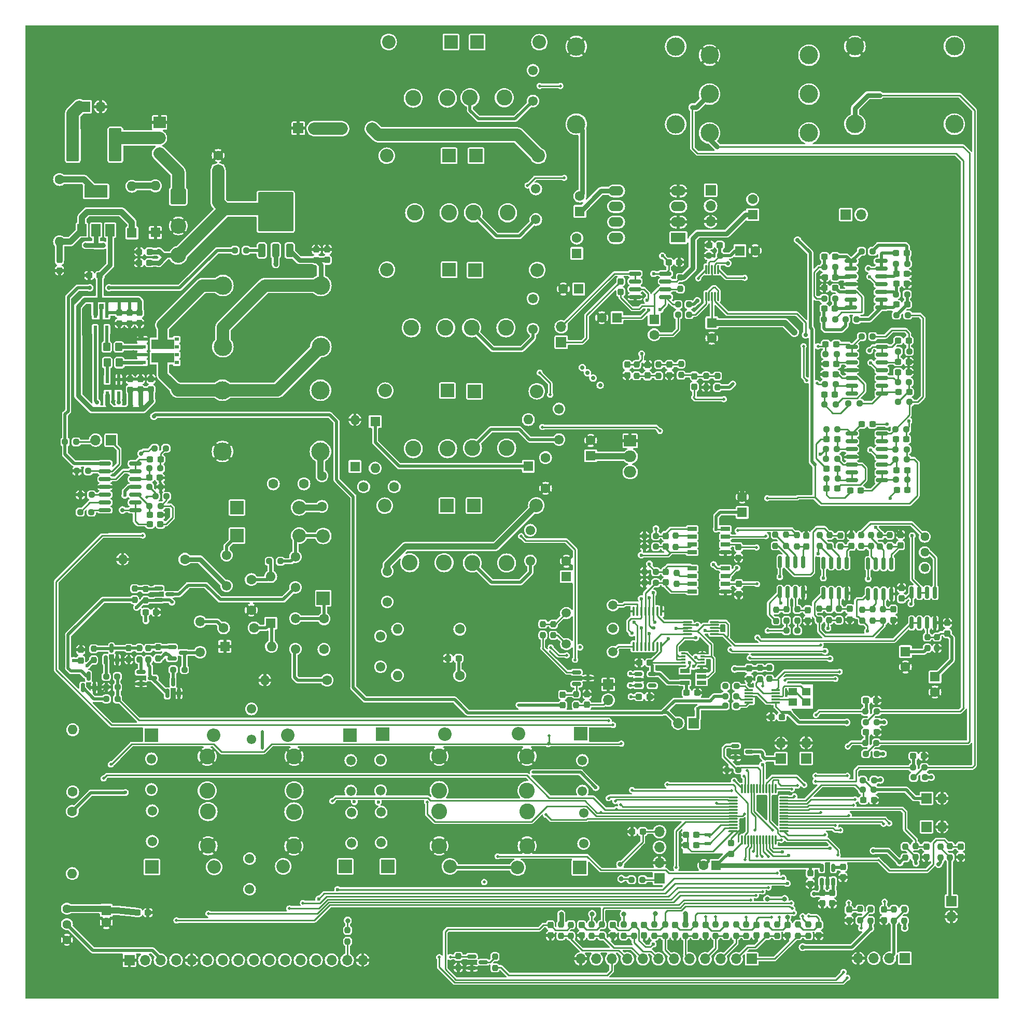
<source format=gtl>
G04 #@! TF.GenerationSoftware,KiCad,Pcbnew,7.0.10*
G04 #@! TF.CreationDate,2025-01-18T09:55:55-08:00*
G04 #@! TF.ProjectId,fieldRadio_1.1,6669656c-6452-4616-9469-6f5f312e312e,rev?*
G04 #@! TF.SameCoordinates,Original*
G04 #@! TF.FileFunction,Copper,L1,Top*
G04 #@! TF.FilePolarity,Positive*
%FSLAX46Y46*%
G04 Gerber Fmt 4.6, Leading zero omitted, Abs format (unit mm)*
G04 Created by KiCad (PCBNEW 7.0.10) date 2025-01-18 09:55:55*
%MOMM*%
%LPD*%
G01*
G04 APERTURE LIST*
G04 Aperture macros list*
%AMRoundRect*
0 Rectangle with rounded corners*
0 $1 Rounding radius*
0 $2 $3 $4 $5 $6 $7 $8 $9 X,Y pos of 4 corners*
0 Add a 4 corners polygon primitive as box body*
4,1,4,$2,$3,$4,$5,$6,$7,$8,$9,$2,$3,0*
0 Add four circle primitives for the rounded corners*
1,1,$1+$1,$2,$3*
1,1,$1+$1,$4,$5*
1,1,$1+$1,$6,$7*
1,1,$1+$1,$8,$9*
0 Add four rect primitives between the rounded corners*
20,1,$1+$1,$2,$3,$4,$5,0*
20,1,$1+$1,$4,$5,$6,$7,0*
20,1,$1+$1,$6,$7,$8,$9,0*
20,1,$1+$1,$8,$9,$2,$3,0*%
G04 Aperture macros list end*
G04 #@! TA.AperFunction,SMDPad,CuDef*
%ADD10RoundRect,0.237500X-0.237500X0.300000X-0.237500X-0.300000X0.237500X-0.300000X0.237500X0.300000X0*%
G04 #@! TD*
G04 #@! TA.AperFunction,SMDPad,CuDef*
%ADD11RoundRect,0.237500X0.250000X0.237500X-0.250000X0.237500X-0.250000X-0.237500X0.250000X-0.237500X0*%
G04 #@! TD*
G04 #@! TA.AperFunction,SMDPad,CuDef*
%ADD12RoundRect,0.237500X0.237500X-0.250000X0.237500X0.250000X-0.237500X0.250000X-0.237500X-0.250000X0*%
G04 #@! TD*
G04 #@! TA.AperFunction,ComponentPad*
%ADD13R,2.200000X2.200000*%
G04 #@! TD*
G04 #@! TA.AperFunction,ComponentPad*
%ADD14O,2.200000X2.200000*%
G04 #@! TD*
G04 #@! TA.AperFunction,SMDPad,CuDef*
%ADD15RoundRect,0.237500X-0.250000X-0.237500X0.250000X-0.237500X0.250000X0.237500X-0.250000X0.237500X0*%
G04 #@! TD*
G04 #@! TA.AperFunction,ComponentPad*
%ADD16C,1.600000*%
G04 #@! TD*
G04 #@! TA.AperFunction,SMDPad,CuDef*
%ADD17RoundRect,0.250000X0.350000X-0.850000X0.350000X0.850000X-0.350000X0.850000X-0.350000X-0.850000X0*%
G04 #@! TD*
G04 #@! TA.AperFunction,SMDPad,CuDef*
%ADD18RoundRect,0.250000X1.125000X-1.275000X1.125000X1.275000X-1.125000X1.275000X-1.125000X-1.275000X0*%
G04 #@! TD*
G04 #@! TA.AperFunction,SMDPad,CuDef*
%ADD19RoundRect,0.249997X2.650003X-2.950003X2.650003X2.950003X-2.650003X2.950003X-2.650003X-2.950003X0*%
G04 #@! TD*
G04 #@! TA.AperFunction,SMDPad,CuDef*
%ADD20R,1.270000X0.610000*%
G04 #@! TD*
G04 #@! TA.AperFunction,SMDPad,CuDef*
%ADD21R,0.710000X0.610000*%
G04 #@! TD*
G04 #@! TA.AperFunction,SMDPad,CuDef*
%ADD22R,3.810000X1.650000*%
G04 #@! TD*
G04 #@! TA.AperFunction,SMDPad,CuDef*
%ADD23RoundRect,0.150000X0.150000X-0.825000X0.150000X0.825000X-0.150000X0.825000X-0.150000X-0.825000X0*%
G04 #@! TD*
G04 #@! TA.AperFunction,ComponentPad*
%ADD24C,1.550000*%
G04 #@! TD*
G04 #@! TA.AperFunction,SMDPad,CuDef*
%ADD25RoundRect,0.237500X-0.237500X0.250000X-0.237500X-0.250000X0.237500X-0.250000X0.237500X0.250000X0*%
G04 #@! TD*
G04 #@! TA.AperFunction,ComponentPad*
%ADD26R,2.000000X1.905000*%
G04 #@! TD*
G04 #@! TA.AperFunction,ComponentPad*
%ADD27O,2.000000X1.905000*%
G04 #@! TD*
G04 #@! TA.AperFunction,SMDPad,CuDef*
%ADD28RoundRect,0.237500X-0.300000X-0.237500X0.300000X-0.237500X0.300000X0.237500X-0.300000X0.237500X0*%
G04 #@! TD*
G04 #@! TA.AperFunction,ComponentPad*
%ADD29R,1.600000X1.600000*%
G04 #@! TD*
G04 #@! TA.AperFunction,SMDPad,CuDef*
%ADD30R,1.400000X1.200000*%
G04 #@! TD*
G04 #@! TA.AperFunction,SMDPad,CuDef*
%ADD31RoundRect,0.150000X-0.587500X-0.150000X0.587500X-0.150000X0.587500X0.150000X-0.587500X0.150000X0*%
G04 #@! TD*
G04 #@! TA.AperFunction,SMDPad,CuDef*
%ADD32RoundRect,0.075000X0.650000X0.075000X-0.650000X0.075000X-0.650000X-0.075000X0.650000X-0.075000X0*%
G04 #@! TD*
G04 #@! TA.AperFunction,SMDPad,CuDef*
%ADD33R,0.600000X1.200000*%
G04 #@! TD*
G04 #@! TA.AperFunction,SMDPad,CuDef*
%ADD34RoundRect,0.237500X0.237500X-0.300000X0.237500X0.300000X-0.237500X0.300000X-0.237500X-0.300000X0*%
G04 #@! TD*
G04 #@! TA.AperFunction,ComponentPad*
%ADD35C,2.600000*%
G04 #@! TD*
G04 #@! TA.AperFunction,ComponentPad*
%ADD36R,1.700000X1.700000*%
G04 #@! TD*
G04 #@! TA.AperFunction,ComponentPad*
%ADD37O,1.700000X1.700000*%
G04 #@! TD*
G04 #@! TA.AperFunction,SMDPad,CuDef*
%ADD38RoundRect,0.075000X0.075000X-0.662500X0.075000X0.662500X-0.075000X0.662500X-0.075000X-0.662500X0*%
G04 #@! TD*
G04 #@! TA.AperFunction,SMDPad,CuDef*
%ADD39RoundRect,0.075000X0.662500X-0.075000X0.662500X0.075000X-0.662500X0.075000X-0.662500X-0.075000X0*%
G04 #@! TD*
G04 #@! TA.AperFunction,SMDPad,CuDef*
%ADD40RoundRect,0.150000X0.825000X0.150000X-0.825000X0.150000X-0.825000X-0.150000X0.825000X-0.150000X0*%
G04 #@! TD*
G04 #@! TA.AperFunction,SMDPad,CuDef*
%ADD41RoundRect,0.237500X0.300000X0.237500X-0.300000X0.237500X-0.300000X-0.237500X0.300000X-0.237500X0*%
G04 #@! TD*
G04 #@! TA.AperFunction,SMDPad,CuDef*
%ADD42R,1.560000X0.650000*%
G04 #@! TD*
G04 #@! TA.AperFunction,ComponentPad*
%ADD43C,3.000000*%
G04 #@! TD*
G04 #@! TA.AperFunction,SMDPad,CuDef*
%ADD44RoundRect,0.150000X-0.512500X-0.150000X0.512500X-0.150000X0.512500X0.150000X-0.512500X0.150000X0*%
G04 #@! TD*
G04 #@! TA.AperFunction,SMDPad,CuDef*
%ADD45R,1.528000X0.650000*%
G04 #@! TD*
G04 #@! TA.AperFunction,SMDPad,CuDef*
%ADD46RoundRect,0.250000X-0.350000X-0.450000X0.350000X-0.450000X0.350000X0.450000X-0.350000X0.450000X0*%
G04 #@! TD*
G04 #@! TA.AperFunction,ComponentPad*
%ADD47O,1.600000X1.600000*%
G04 #@! TD*
G04 #@! TA.AperFunction,SMDPad,CuDef*
%ADD48RoundRect,0.250001X-0.799999X-2.474999X0.799999X-2.474999X0.799999X2.474999X-0.799999X2.474999X0*%
G04 #@! TD*
G04 #@! TA.AperFunction,ComponentPad*
%ADD49C,1.440000*%
G04 #@! TD*
G04 #@! TA.AperFunction,ComponentPad*
%ADD50R,2.400000X1.600000*%
G04 #@! TD*
G04 #@! TA.AperFunction,ComponentPad*
%ADD51O,2.400000X1.600000*%
G04 #@! TD*
G04 #@! TA.AperFunction,ComponentPad*
%ADD52RoundRect,0.249999X-1.025001X1.025001X-1.025001X-1.025001X1.025001X-1.025001X1.025001X1.025001X0*%
G04 #@! TD*
G04 #@! TA.AperFunction,ComponentPad*
%ADD53C,2.550000*%
G04 #@! TD*
G04 #@! TA.AperFunction,SMDPad,CuDef*
%ADD54RoundRect,0.150000X0.150000X-0.587500X0.150000X0.587500X-0.150000X0.587500X-0.150000X-0.587500X0*%
G04 #@! TD*
G04 #@! TA.AperFunction,SMDPad,CuDef*
%ADD55RoundRect,0.075000X-0.075000X0.650000X-0.075000X-0.650000X0.075000X-0.650000X0.075000X0.650000X0*%
G04 #@! TD*
G04 #@! TA.AperFunction,SMDPad,CuDef*
%ADD56R,1.400000X0.300000*%
G04 #@! TD*
G04 #@! TA.AperFunction,SMDPad,CuDef*
%ADD57RoundRect,0.100000X-0.100000X0.637500X-0.100000X-0.637500X0.100000X-0.637500X0.100000X0.637500X0*%
G04 #@! TD*
G04 #@! TA.AperFunction,SMDPad,CuDef*
%ADD58R,1.500000X2.000000*%
G04 #@! TD*
G04 #@! TA.AperFunction,SMDPad,CuDef*
%ADD59R,3.800000X2.000000*%
G04 #@! TD*
G04 #@! TA.AperFunction,SMDPad,CuDef*
%ADD60R,1.100000X0.600000*%
G04 #@! TD*
G04 #@! TA.AperFunction,SMDPad,CuDef*
%ADD61R,0.800000X0.300000*%
G04 #@! TD*
G04 #@! TA.AperFunction,ComponentPad*
%ADD62C,1.500000*%
G04 #@! TD*
G04 #@! TA.AperFunction,SMDPad,CuDef*
%ADD63RoundRect,0.150000X-0.825000X-0.150000X0.825000X-0.150000X0.825000X0.150000X-0.825000X0.150000X0*%
G04 #@! TD*
G04 #@! TA.AperFunction,SMDPad,CuDef*
%ADD64RoundRect,0.150000X0.150000X-0.512500X0.150000X0.512500X-0.150000X0.512500X-0.150000X-0.512500X0*%
G04 #@! TD*
G04 #@! TA.AperFunction,ViaPad*
%ADD65C,0.600000*%
G04 #@! TD*
G04 #@! TA.AperFunction,ViaPad*
%ADD66C,0.800000*%
G04 #@! TD*
G04 #@! TA.AperFunction,ViaPad*
%ADD67C,0.700000*%
G04 #@! TD*
G04 #@! TA.AperFunction,ViaPad*
%ADD68C,0.500000*%
G04 #@! TD*
G04 #@! TA.AperFunction,Conductor*
%ADD69C,0.500000*%
G04 #@! TD*
G04 #@! TA.AperFunction,Conductor*
%ADD70C,0.250000*%
G04 #@! TD*
G04 #@! TA.AperFunction,Conductor*
%ADD71C,1.000000*%
G04 #@! TD*
G04 #@! TA.AperFunction,Conductor*
%ADD72C,0.800000*%
G04 #@! TD*
G04 #@! TA.AperFunction,Conductor*
%ADD73C,2.000000*%
G04 #@! TD*
G04 #@! TA.AperFunction,Conductor*
%ADD74C,1.500000*%
G04 #@! TD*
G04 #@! TA.AperFunction,Conductor*
%ADD75C,0.600000*%
G04 #@! TD*
G04 APERTURE END LIST*
D10*
X163110000Y-218937500D03*
X163110000Y-220662500D03*
D11*
X208047500Y-120045000D03*
X206222500Y-120045000D03*
D10*
X164000000Y-181257500D03*
X164000000Y-182982500D03*
D12*
X219570000Y-173740000D03*
X219570000Y-171915000D03*
D13*
X162830000Y-209557635D03*
D14*
X152670000Y-209557635D03*
D10*
X121595000Y-108622500D03*
X121595000Y-110347500D03*
D15*
X112107500Y-159540000D03*
X113932500Y-159540000D03*
X171257500Y-211550000D03*
X173082500Y-211550000D03*
D16*
X104640000Y-170420000D03*
X109640000Y-170420000D03*
D17*
X110890000Y-108775000D03*
X113170000Y-108775000D03*
X115450000Y-108775000D03*
D18*
X111645000Y-104150000D03*
X114695000Y-104150000D03*
D19*
X113170000Y-102475000D03*
D18*
X111645000Y-100800000D03*
X114695000Y-100800000D03*
D20*
X91380000Y-123300000D03*
X91380000Y-124570000D03*
X91380000Y-125840000D03*
X91380000Y-127110000D03*
D21*
X97000000Y-125840000D03*
D22*
X94740000Y-126335000D03*
D21*
X97000000Y-127110000D03*
X97000000Y-123300000D03*
D22*
X94740000Y-124075000D03*
D21*
X97000000Y-124570000D03*
D23*
X202615000Y-164777500D03*
X203885000Y-164777500D03*
X205155000Y-164777500D03*
X206425000Y-164777500D03*
X206425000Y-159827500D03*
X205155000Y-159827500D03*
X203885000Y-159827500D03*
X202615000Y-159827500D03*
D24*
X92875000Y-196807635D03*
X92875000Y-191807635D03*
D10*
X173870000Y-127487500D03*
X173870000Y-129212500D03*
X219440000Y-206127500D03*
X219440000Y-207852500D03*
D25*
X90880000Y-173737500D03*
X90880000Y-175562500D03*
D24*
X125575000Y-200600000D03*
X125575000Y-205600000D03*
D26*
X94185000Y-87870000D03*
D27*
X94185000Y-90410000D03*
X94185000Y-92950000D03*
D12*
X208565000Y-218177500D03*
X208565000Y-216352500D03*
D28*
X202747500Y-118270000D03*
X204472500Y-118270000D03*
D12*
X210645000Y-169215000D03*
X210645000Y-167390000D03*
D28*
X209577500Y-187405000D03*
X211302500Y-187405000D03*
D11*
X216297500Y-110945000D03*
X214472500Y-110945000D03*
D28*
X214797500Y-128670000D03*
X216522500Y-128670000D03*
D29*
X185065112Y-209240000D03*
D16*
X183065112Y-209240000D03*
D28*
X209132500Y-198525000D03*
X210857500Y-198525000D03*
X202772500Y-132295000D03*
X204497500Y-132295000D03*
D12*
X181710000Y-220682500D03*
X181710000Y-218857500D03*
D11*
X204547500Y-116645000D03*
X202722500Y-116645000D03*
D30*
X199820000Y-180820000D03*
X197620000Y-180820000D03*
X197620000Y-182520000D03*
X199820000Y-182520000D03*
D28*
X90867500Y-109010000D03*
X92592500Y-109010000D03*
D25*
X208970000Y-167440000D03*
X208970000Y-169265000D03*
D15*
X96427500Y-177240000D03*
X98252500Y-177240000D03*
D31*
X145187500Y-224080000D03*
X145187500Y-225980000D03*
X147062500Y-225030000D03*
D11*
X216372500Y-119345000D03*
X214547500Y-119345000D03*
D12*
X203545000Y-169140000D03*
X203545000Y-167315000D03*
D25*
X221710000Y-206117500D03*
X221710000Y-207942500D03*
D12*
X180070000Y-220692500D03*
X180070000Y-218867500D03*
D15*
X209427500Y-189180000D03*
X211252500Y-189180000D03*
D29*
X220820000Y-178404888D03*
D16*
X220820000Y-180904888D03*
D12*
X169960000Y-220712500D03*
X169960000Y-218887500D03*
D32*
X184810000Y-171450000D03*
X184810000Y-170950000D03*
X184810000Y-170450000D03*
X184810000Y-169950000D03*
X184810000Y-169450000D03*
X180410000Y-169450000D03*
X180410000Y-169950000D03*
X180410000Y-170450000D03*
X180410000Y-170950000D03*
X180410000Y-171450000D03*
D33*
X85593762Y-119180000D03*
X84643762Y-119180000D03*
X83693762Y-119180000D03*
X83693762Y-121680000D03*
X85593762Y-121680000D03*
D34*
X188750000Y-158952500D03*
X188750000Y-157227500D03*
D11*
X108332500Y-108780000D03*
X106507500Y-108780000D03*
X204647500Y-130620000D03*
X202822500Y-130620000D03*
D34*
X199810000Y-157112500D03*
X199810000Y-155387500D03*
D25*
X175700000Y-127427500D03*
X175700000Y-129252500D03*
D11*
X216222500Y-142870000D03*
X214397500Y-142870000D03*
D29*
X168902380Y-119780000D03*
D16*
X166402380Y-119780000D03*
D10*
X173340000Y-218937500D03*
X173340000Y-220662500D03*
D13*
X124555000Y-209357635D03*
D14*
X114395000Y-209357635D03*
D31*
X162287500Y-177680000D03*
X162287500Y-179580000D03*
X164162500Y-178630000D03*
D35*
X139850000Y-196982635D03*
X139850000Y-191382635D03*
D36*
X223480000Y-215055000D03*
D37*
X223480000Y-217595000D03*
D28*
X172537500Y-176110000D03*
X174262500Y-176110000D03*
D16*
X112770000Y-146890000D03*
X117770000Y-146890000D03*
D38*
X189285000Y-205027500D03*
X189785000Y-205027500D03*
X190285000Y-205027500D03*
X190785000Y-205027500D03*
X191285000Y-205027500D03*
X191785000Y-205027500D03*
X192285000Y-205027500D03*
X192785000Y-205027500D03*
X193285000Y-205027500D03*
X193785000Y-205027500D03*
X194285000Y-205027500D03*
X194785000Y-205027500D03*
D39*
X196197500Y-203615000D03*
X196197500Y-203115000D03*
X196197500Y-202615000D03*
X196197500Y-202115000D03*
X196197500Y-201615000D03*
X196197500Y-201115000D03*
X196197500Y-200615000D03*
X196197500Y-200115000D03*
X196197500Y-199615000D03*
X196197500Y-199115000D03*
X196197500Y-198615000D03*
X196197500Y-198115000D03*
D38*
X194785000Y-196702500D03*
X194285000Y-196702500D03*
X193785000Y-196702500D03*
X193285000Y-196702500D03*
X192785000Y-196702500D03*
X192285000Y-196702500D03*
X191785000Y-196702500D03*
X191285000Y-196702500D03*
X190785000Y-196702500D03*
X190285000Y-196702500D03*
X189785000Y-196702500D03*
X189285000Y-196702500D03*
D39*
X187872500Y-198115000D03*
X187872500Y-198615000D03*
X187872500Y-199115000D03*
X187872500Y-199615000D03*
X187872500Y-200115000D03*
X187872500Y-200615000D03*
X187872500Y-201115000D03*
X187872500Y-201615000D03*
X187872500Y-202115000D03*
X187872500Y-202615000D03*
X187872500Y-203115000D03*
X187872500Y-203615000D03*
D36*
X86295000Y-139760000D03*
D37*
X83755000Y-139760000D03*
D10*
X213995000Y-167390000D03*
X213995000Y-169115000D03*
D11*
X87332500Y-182020000D03*
X85507500Y-182020000D03*
D24*
X125425000Y-197057635D03*
X125425000Y-192057635D03*
D10*
X160030000Y-181337500D03*
X160030000Y-183062500D03*
D16*
X123940000Y-88890000D03*
X128940000Y-88890000D03*
D25*
X186680000Y-218857500D03*
X186680000Y-220682500D03*
D40*
X212035000Y-118130000D03*
X212035000Y-116860000D03*
X212035000Y-115590000D03*
X212035000Y-114320000D03*
X212035000Y-113050000D03*
X212035000Y-111780000D03*
X212035000Y-110510000D03*
X207085000Y-110510000D03*
X207085000Y-111780000D03*
X207085000Y-113050000D03*
X207085000Y-114320000D03*
X207085000Y-115590000D03*
X207085000Y-116860000D03*
X207085000Y-118130000D03*
D15*
X196547500Y-170867500D03*
X198372500Y-170867500D03*
D41*
X204622500Y-129020000D03*
X202897500Y-129020000D03*
D35*
X154225000Y-200432635D03*
X154225000Y-206032635D03*
D42*
X182670000Y-179360000D03*
X182670000Y-178410000D03*
X182670000Y-177460000D03*
X179970000Y-177460000D03*
X179970000Y-179360000D03*
D43*
X162250000Y-75475000D03*
X178480000Y-75475000D03*
X162250000Y-88175000D03*
X178480000Y-88175000D03*
D10*
X188770000Y-163217500D03*
X188770000Y-164942500D03*
D43*
X120545000Y-114510000D03*
X104545000Y-114510000D03*
X120545000Y-124510000D03*
X104545000Y-124510000D03*
D15*
X217252500Y-193220000D03*
X219077500Y-193220000D03*
D35*
X139850000Y-200432635D03*
X139850000Y-206032635D03*
D11*
X208522500Y-133720000D03*
X206697500Y-133720000D03*
D10*
X178410000Y-218927500D03*
X178410000Y-220652500D03*
D44*
X172392500Y-177940000D03*
X172392500Y-178890000D03*
X172392500Y-179840000D03*
X174667500Y-179840000D03*
X174667500Y-177940000D03*
D45*
X181179000Y-160675000D03*
X181179000Y-161945000D03*
X181179000Y-163215000D03*
X181179000Y-164485000D03*
X186601000Y-164485000D03*
X186601000Y-163215000D03*
X186601000Y-161945000D03*
X186601000Y-160675000D03*
D36*
X195690000Y-191790000D03*
D37*
X195690000Y-189250000D03*
D41*
X208732500Y-147990000D03*
X207007500Y-147990000D03*
D24*
X163450000Y-200632635D03*
X163450000Y-205632635D03*
D41*
X216197500Y-109245000D03*
X214472500Y-109245000D03*
D12*
X175030000Y-220712500D03*
X175030000Y-218887500D03*
X171680000Y-220722500D03*
X171680000Y-218897500D03*
D24*
X116390000Y-173880000D03*
X116390000Y-168880000D03*
D28*
X214522500Y-114220000D03*
X216247500Y-114220000D03*
D16*
X127520000Y-147375000D03*
X132520000Y-147375000D03*
D29*
X191050000Y-102942379D03*
D16*
X191050000Y-100442379D03*
D46*
X85563762Y-124540000D03*
X87563762Y-124540000D03*
D29*
X188967621Y-108840000D03*
D16*
X191467621Y-108840000D03*
D11*
X188377500Y-183120000D03*
X186552500Y-183120000D03*
D28*
X92537500Y-145910000D03*
X94262500Y-145910000D03*
D31*
X96212500Y-173520000D03*
X96212500Y-175420000D03*
X98087500Y-174470000D03*
D12*
X223285000Y-207892500D03*
X223285000Y-206067500D03*
D10*
X202440000Y-213682500D03*
X202440000Y-215407500D03*
D35*
X135050000Y-159770000D03*
X140650000Y-159770000D03*
D16*
X157220000Y-142625000D03*
X157220000Y-147625000D03*
D28*
X217277500Y-191345000D03*
X219002500Y-191345000D03*
D35*
X101975000Y-197007635D03*
X101975000Y-191407635D03*
D41*
X216547500Y-123495000D03*
X214822500Y-123495000D03*
D13*
X145890000Y-93325000D03*
D14*
X156050000Y-93325000D03*
D41*
X94332500Y-153490000D03*
X92607500Y-153490000D03*
D24*
X130270000Y-176775000D03*
X130270000Y-171775000D03*
D25*
X213470000Y-155285000D03*
X213470000Y-157110000D03*
D28*
X91917500Y-167850000D03*
X93642500Y-167850000D03*
D41*
X185702500Y-107910000D03*
X183977500Y-107910000D03*
D11*
X216272500Y-146245000D03*
X214447500Y-146245000D03*
D15*
X81267500Y-148700000D03*
X83092500Y-148700000D03*
D36*
X89270000Y-224670000D03*
D37*
X91810000Y-224670000D03*
X94350000Y-224670000D03*
X96890000Y-224670000D03*
X99430000Y-224670000D03*
X101970000Y-224670000D03*
X104510000Y-224670000D03*
X107050000Y-224670000D03*
X109590000Y-224670000D03*
X112130000Y-224670000D03*
X114670000Y-224670000D03*
X117210000Y-224670000D03*
X119750000Y-224670000D03*
X122290000Y-224670000D03*
X124830000Y-224670000D03*
X127370000Y-224670000D03*
D35*
X102125000Y-200407635D03*
X102125000Y-206007635D03*
D41*
X204547500Y-113195000D03*
X202822500Y-113195000D03*
D15*
X202747500Y-111520000D03*
X204572500Y-111520000D03*
D36*
X206235000Y-102930000D03*
D37*
X208775000Y-102930000D03*
D28*
X214522500Y-112620000D03*
X216247500Y-112620000D03*
D11*
X216272500Y-115970000D03*
X214447500Y-115970000D03*
D34*
X207170000Y-157040000D03*
X207170000Y-155315000D03*
D15*
X173387500Y-155400000D03*
X175212500Y-155400000D03*
D12*
X214125000Y-218227500D03*
X214125000Y-216402500D03*
D10*
X183350000Y-218907500D03*
X183350000Y-220632500D03*
D15*
X183887500Y-109600000D03*
X185712500Y-109600000D03*
D10*
X225010000Y-206117500D03*
X225010000Y-207842500D03*
D13*
X141200000Y-131675000D03*
D14*
X131040000Y-131675000D03*
D41*
X204522500Y-114920000D03*
X202797500Y-114920000D03*
D10*
X169500000Y-113837500D03*
X169500000Y-115562500D03*
X206790000Y-216427500D03*
X206790000Y-218152500D03*
D35*
X135310000Y-121420000D03*
X140910000Y-121420000D03*
D10*
X168210000Y-218937500D03*
X168210000Y-220662500D03*
X89278762Y-118972500D03*
X89278762Y-120697500D03*
D40*
X90225000Y-151195000D03*
X90225000Y-149925000D03*
X90225000Y-148655000D03*
X90225000Y-147385000D03*
X90225000Y-146115000D03*
X90225000Y-144845000D03*
X90225000Y-143575000D03*
X85275000Y-143575000D03*
X85275000Y-144845000D03*
X85275000Y-146115000D03*
X85275000Y-147385000D03*
X85275000Y-148655000D03*
X85275000Y-149925000D03*
X85275000Y-151195000D03*
D25*
X148985000Y-224117500D03*
X148985000Y-225942500D03*
D29*
X103780000Y-95771395D03*
D16*
X103780000Y-93271395D03*
D11*
X211352500Y-190980000D03*
X209527500Y-190980000D03*
D29*
X154420000Y-144025000D03*
D47*
X154420000Y-136405000D03*
D34*
X81320000Y-175722500D03*
X81320000Y-173997500D03*
D43*
X207755000Y-75465000D03*
X223985000Y-75465000D03*
X207755000Y-88165000D03*
X223985000Y-88165000D03*
D29*
X162320000Y-109260000D03*
D16*
X162320000Y-106760000D03*
D10*
X158020000Y-218937500D03*
X158020000Y-220662500D03*
D11*
X80592500Y-140060000D03*
X78767500Y-140060000D03*
D15*
X203122500Y-146020000D03*
X204947500Y-146020000D03*
D35*
X144890000Y-83840000D03*
X150490000Y-83840000D03*
D15*
X208847500Y-122845000D03*
X210672500Y-122845000D03*
D24*
X100830000Y-174400000D03*
X100830000Y-169400000D03*
D23*
X217015000Y-169612442D03*
X218285000Y-169612442D03*
X219555000Y-169612442D03*
X220825000Y-169612442D03*
X220825000Y-164662442D03*
X219555000Y-164662442D03*
X218285000Y-164662442D03*
X217015000Y-164662442D03*
D12*
X200140000Y-220692500D03*
X200140000Y-218867500D03*
D10*
X212500000Y-216427500D03*
X212500000Y-218152500D03*
D48*
X80015000Y-91520000D03*
X86965000Y-91520000D03*
D10*
X190470000Y-177037500D03*
X190470000Y-178762500D03*
D24*
X155180000Y-121640000D03*
X155180000Y-116640000D03*
D15*
X203072500Y-137995000D03*
X204897500Y-137995000D03*
D13*
X141770000Y-74725000D03*
D14*
X131610000Y-74725000D03*
D35*
X145440000Y-102640000D03*
X151040000Y-102640000D03*
D25*
X192250000Y-176967500D03*
X192250000Y-178792500D03*
D12*
X158510000Y-171642500D03*
X158510000Y-169817500D03*
D25*
X185310000Y-129307500D03*
X185310000Y-131132500D03*
X211860000Y-155305000D03*
X211860000Y-157130000D03*
D11*
X216222500Y-141270000D03*
X214397500Y-141270000D03*
D29*
X104860000Y-173450000D03*
D47*
X112480000Y-173450000D03*
D24*
X155640000Y-103740000D03*
X155640000Y-98740000D03*
X130300000Y-197007635D03*
X130300000Y-192007635D03*
D41*
X216272500Y-144670000D03*
X214547500Y-144670000D03*
D26*
X171050000Y-139870000D03*
D27*
X171050000Y-142410000D03*
X171050000Y-144950000D03*
D49*
X79070000Y-216270000D03*
X79070000Y-218810000D03*
X79070000Y-221350000D03*
D28*
X203122500Y-147620000D03*
X204847500Y-147620000D03*
D13*
X162980000Y-187732635D03*
D14*
X152820000Y-187732635D03*
D41*
X181982500Y-181020000D03*
X180257500Y-181020000D03*
D25*
X194745000Y-155190000D03*
X194745000Y-157015000D03*
D35*
X154200000Y-196982635D03*
X154200000Y-191382635D03*
X145270000Y-159820000D03*
X150870000Y-159820000D03*
D10*
X205810000Y-209427500D03*
X205810000Y-211152500D03*
D15*
X85497500Y-180110000D03*
X87322500Y-180110000D03*
D25*
X215965000Y-206127500D03*
X215965000Y-207952500D03*
D36*
X181395000Y-185960000D03*
D37*
X178855000Y-185960000D03*
D25*
X201920000Y-167265000D03*
X201920000Y-169090000D03*
D50*
X178920000Y-106680000D03*
D51*
X178920000Y-104140000D03*
X178920000Y-101600000D03*
X178920000Y-99060000D03*
X168760000Y-99060000D03*
X168760000Y-101600000D03*
X168760000Y-104140000D03*
X168760000Y-106680000D03*
D12*
X208810000Y-157070000D03*
X208810000Y-155245000D03*
D11*
X180692500Y-119250000D03*
X178867500Y-119250000D03*
D41*
X179052500Y-110690000D03*
X177327500Y-110690000D03*
D25*
X178450000Y-155367500D03*
X178450000Y-157192500D03*
D40*
X212160000Y-132130000D03*
X212160000Y-130860000D03*
X212160000Y-129590000D03*
X212160000Y-128320000D03*
X212160000Y-127050000D03*
X212160000Y-125780000D03*
X212160000Y-124510000D03*
X207210000Y-124510000D03*
X207210000Y-125780000D03*
X207210000Y-127050000D03*
X207210000Y-128320000D03*
X207210000Y-129590000D03*
X207210000Y-130860000D03*
X207210000Y-132130000D03*
D13*
X92845000Y-187957635D03*
D14*
X103005000Y-187957635D03*
D25*
X83430000Y-173837500D03*
X83430000Y-175662500D03*
D34*
X77850000Y-112052500D03*
X77850000Y-110327500D03*
D12*
X215800000Y-218227500D03*
X215800000Y-216402500D03*
D52*
X97250000Y-99975000D03*
D53*
X97250000Y-104775000D03*
X97250000Y-109575000D03*
D35*
X145290000Y-141040000D03*
X150890000Y-141040000D03*
D25*
X205370000Y-155315000D03*
X205370000Y-157140000D03*
D29*
X189340000Y-151550000D03*
D16*
X189340000Y-149050000D03*
D35*
X135620000Y-83920000D03*
X141220000Y-83920000D03*
D10*
X176860000Y-155407500D03*
X176860000Y-157132500D03*
D16*
X121050000Y-168930000D03*
X121050000Y-173930000D03*
D29*
X89690000Y-105920000D03*
D47*
X89690000Y-98300000D03*
D13*
X131445000Y-209357635D03*
D14*
X141605000Y-209357635D03*
D12*
X91920000Y-165932500D03*
X91920000Y-164107500D03*
D46*
X85653762Y-127110000D03*
X87653762Y-127110000D03*
D41*
X174192500Y-181650000D03*
X172467500Y-181650000D03*
D10*
X200020000Y-167515000D03*
X200020000Y-169240000D03*
X181530000Y-129317500D03*
X181530000Y-131042500D03*
X206895000Y-167315000D03*
X206895000Y-169040000D03*
D12*
X172110000Y-129252500D03*
X172110000Y-127427500D03*
D29*
X162830000Y-102410000D03*
D16*
X162830000Y-99910000D03*
D24*
X131370000Y-166175000D03*
X131370000Y-161175000D03*
D11*
X87312500Y-178370000D03*
X85487500Y-178370000D03*
D13*
X106850000Y-155360000D03*
D14*
X117010000Y-155360000D03*
D15*
X209480358Y-184065000D03*
X211305358Y-184065000D03*
X209032500Y-195300000D03*
X210857500Y-195300000D03*
D11*
X216622500Y-125270000D03*
X214797500Y-125270000D03*
D31*
X91152500Y-177660000D03*
X91152500Y-179560000D03*
X93027500Y-178610000D03*
D13*
X141500000Y-111925000D03*
D14*
X131340000Y-111925000D03*
D12*
X212370000Y-169215000D03*
X212370000Y-167390000D03*
D41*
X204847500Y-144445000D03*
X203122500Y-144445000D03*
D24*
X108900000Y-213107635D03*
X108900000Y-208107635D03*
D28*
X180157500Y-205860000D03*
X181882500Y-205860000D03*
D24*
X116380000Y-158812365D03*
X116380000Y-163812365D03*
D54*
X95460000Y-181117500D03*
X97360000Y-181117500D03*
X96410000Y-179242500D03*
D28*
X202797500Y-109795000D03*
X204522500Y-109795000D03*
D10*
X90953762Y-118947500D03*
X90953762Y-120672500D03*
D29*
X85500000Y-216544887D03*
D16*
X85500000Y-218544887D03*
D13*
X141450000Y-93325000D03*
D14*
X131290000Y-93325000D03*
D11*
X219152500Y-194820000D03*
X217327500Y-194820000D03*
D28*
X90842500Y-110785000D03*
X92567500Y-110785000D03*
D12*
X92360000Y-175582500D03*
X92360000Y-173757500D03*
D33*
X85643762Y-132370000D03*
X86593762Y-132370000D03*
X87543762Y-132370000D03*
X87543762Y-129870000D03*
X85643762Y-129870000D03*
D29*
X129400000Y-136720000D03*
D47*
X129400000Y-144340000D03*
D25*
X166440000Y-218877500D03*
X166440000Y-220702500D03*
D28*
X82707500Y-112880000D03*
X84432500Y-112880000D03*
D36*
X167440000Y-179670000D03*
D37*
X167440000Y-182210000D03*
D55*
X185420000Y-111900000D03*
X184920000Y-111900000D03*
X184420000Y-111900000D03*
X183920000Y-111900000D03*
X183420000Y-111900000D03*
X183420000Y-116300000D03*
X183920000Y-116300000D03*
X184420000Y-116300000D03*
X184920000Y-116300000D03*
X185420000Y-116300000D03*
D41*
X216622500Y-131920000D03*
X214897500Y-131920000D03*
D36*
X215920000Y-224390000D03*
D37*
X213380000Y-224390000D03*
X210840000Y-224390000D03*
X208300000Y-224390000D03*
D41*
X216272500Y-117620000D03*
X214547500Y-117620000D03*
D11*
X180672500Y-117610000D03*
X178847500Y-117610000D03*
D34*
X87618762Y-120697500D03*
X87618762Y-118972500D03*
D25*
X124910000Y-219797500D03*
X124910000Y-221622500D03*
D15*
X186867500Y-193590000D03*
X188692500Y-193590000D03*
D13*
X146070000Y-74775000D03*
D14*
X156230000Y-74775000D03*
D15*
X92537500Y-150510000D03*
X94362500Y-150510000D03*
D24*
X130400000Y-200500000D03*
X130400000Y-205500000D03*
D12*
X179260000Y-115042500D03*
X179260000Y-113217500D03*
D29*
X215995000Y-174297387D03*
D16*
X215995000Y-176797387D03*
D36*
X190895000Y-224470000D03*
D37*
X188355000Y-224470000D03*
X185815000Y-224470000D03*
X183275000Y-224470000D03*
X180735000Y-224470000D03*
X178195000Y-224470000D03*
X175655000Y-224470000D03*
X173115000Y-224470000D03*
X170575000Y-224470000D03*
X168035000Y-224470000D03*
X165495000Y-224470000D03*
X162955000Y-224470000D03*
D36*
X184180000Y-98980000D03*
D37*
X184180000Y-101520000D03*
X184180000Y-104060000D03*
D34*
X176890000Y-162992500D03*
X176890000Y-161267500D03*
D12*
X89180000Y-175582500D03*
X89180000Y-173757500D03*
D25*
X203595000Y-155265000D03*
X203595000Y-157090000D03*
D16*
X121550000Y-178960000D03*
D47*
X111390000Y-178960000D03*
D12*
X179360000Y-129142500D03*
X179360000Y-127317500D03*
D28*
X171367500Y-203690000D03*
X173092500Y-203690000D03*
D29*
X164595000Y-142310000D03*
D16*
X164595000Y-139810000D03*
D15*
X202947500Y-125720000D03*
X204772500Y-125720000D03*
D13*
X145560000Y-150425000D03*
D14*
X155720000Y-150425000D03*
D36*
X175850000Y-211320000D03*
D37*
X175850000Y-208780000D03*
X175850000Y-206240000D03*
X175850000Y-203700000D03*
D41*
X216147500Y-139620000D03*
X214422500Y-139620000D03*
D56*
X194840000Y-182595000D03*
X194840000Y-182095000D03*
X194840000Y-181595000D03*
X194840000Y-181095000D03*
X194840000Y-180595000D03*
X190440000Y-180595000D03*
X190440000Y-181095000D03*
X190440000Y-181595000D03*
X190440000Y-182095000D03*
X190440000Y-182595000D03*
D31*
X94032500Y-163970000D03*
X94032500Y-165870000D03*
X95907500Y-164920000D03*
D24*
X109200000Y-183657635D03*
X109200000Y-188657635D03*
D10*
X92813762Y-129777500D03*
X92813762Y-131502500D03*
D24*
X105130000Y-163550000D03*
X105130000Y-158550000D03*
D57*
X176120000Y-167702500D03*
X175470000Y-167702500D03*
X174820000Y-167702500D03*
X174170000Y-167702500D03*
X173520000Y-167702500D03*
X172870000Y-167702500D03*
X172220000Y-167702500D03*
X171570000Y-167702500D03*
X171570000Y-173427500D03*
X172220000Y-173427500D03*
X172870000Y-173427500D03*
X173520000Y-173427500D03*
X174170000Y-173427500D03*
X174820000Y-173427500D03*
X175470000Y-173427500D03*
X176120000Y-173427500D03*
D12*
X198430000Y-220682500D03*
X198430000Y-218857500D03*
D35*
X145160000Y-121425000D03*
X150760000Y-121425000D03*
D28*
X90567500Y-216910000D03*
X92292500Y-216910000D03*
D23*
X195515000Y-164602500D03*
X196785000Y-164602500D03*
X198055000Y-164602500D03*
X199325000Y-164602500D03*
X199325000Y-159652500D03*
X198055000Y-159652500D03*
X196785000Y-159652500D03*
X195515000Y-159652500D03*
D25*
X195040000Y-218847500D03*
X195040000Y-220672500D03*
D12*
X205145000Y-169140000D03*
X205145000Y-167315000D03*
X217640000Y-207852500D03*
X217640000Y-206027500D03*
D11*
X188427500Y-179945000D03*
X186602500Y-179945000D03*
D12*
X196570000Y-169215000D03*
X196570000Y-167390000D03*
D10*
X204040000Y-213682500D03*
X204040000Y-215407500D03*
D28*
X180147500Y-204170000D03*
X181872500Y-204170000D03*
D12*
X162250000Y-183042500D03*
X162250000Y-181217500D03*
D41*
X195812500Y-184970000D03*
X194087500Y-184970000D03*
D29*
X174960000Y-120057620D03*
D16*
X174960000Y-122557620D03*
D25*
X159750000Y-218877500D03*
X159750000Y-220702500D03*
D54*
X85410000Y-175637500D03*
X87310000Y-175637500D03*
X86360000Y-173762500D03*
D35*
X135630000Y-141140000D03*
X141230000Y-141140000D03*
D28*
X202972500Y-124070000D03*
X204697500Y-124070000D03*
D25*
X156790000Y-169787500D03*
X156790000Y-171612500D03*
D12*
X190020000Y-220682500D03*
X190020000Y-218857500D03*
D28*
X92577500Y-151980000D03*
X94302500Y-151980000D03*
D15*
X92487500Y-144385000D03*
X94312500Y-144385000D03*
D25*
X161360000Y-218897500D03*
X161360000Y-220722500D03*
D58*
X81530000Y-105450000D03*
X83830000Y-105450000D03*
X86130000Y-105450000D03*
D59*
X83830000Y-99150000D03*
D10*
X187535000Y-205577500D03*
X187535000Y-207302500D03*
D60*
X183690000Y-205610000D03*
X183690000Y-204210000D03*
D12*
X210265000Y-218227500D03*
X210265000Y-216402500D03*
D10*
X191690000Y-218897500D03*
X191690000Y-220622500D03*
D36*
X159790000Y-123785000D03*
D37*
X159790000Y-121245000D03*
D13*
X125325000Y-187957635D03*
D14*
X115165000Y-187957635D03*
D41*
X94362500Y-142885000D03*
X92637500Y-142885000D03*
D15*
X203047500Y-142820000D03*
X204872500Y-142820000D03*
D16*
X77870000Y-97190000D03*
D47*
X77870000Y-107350000D03*
D34*
X170560000Y-129172500D03*
X170560000Y-127447500D03*
D35*
X135860000Y-102640000D03*
X141460000Y-102640000D03*
D49*
X219150000Y-160607500D03*
X219150000Y-158067500D03*
X219150000Y-155527500D03*
D24*
X159430000Y-139660000D03*
X159430000Y-134660000D03*
D25*
X196520000Y-155215000D03*
X196520000Y-157040000D03*
D13*
X92945000Y-209457635D03*
D14*
X103105000Y-209457635D03*
D61*
X182830000Y-176110000D03*
X182830000Y-175610000D03*
X182830000Y-175110000D03*
X182830000Y-174610000D03*
X179730000Y-174610000D03*
X179730000Y-175110000D03*
X179730000Y-175610000D03*
X179730000Y-176110000D03*
D36*
X82040000Y-85320000D03*
D37*
X84580000Y-85320000D03*
D34*
X222845000Y-171340000D03*
X222845000Y-169615000D03*
D12*
X176750000Y-220692500D03*
X176750000Y-218867500D03*
D25*
X194870000Y-167465000D03*
X194870000Y-169290000D03*
D12*
X142985000Y-225872500D03*
X142985000Y-224047500D03*
D35*
X116175000Y-197007635D03*
X116175000Y-191407635D03*
D16*
X120720000Y-145590000D03*
X120720000Y-150590000D03*
D12*
X221170000Y-173740000D03*
X221170000Y-171915000D03*
D28*
X214597500Y-147870000D03*
X216322500Y-147870000D03*
D10*
X119795000Y-108647500D03*
X119795000Y-110372500D03*
D29*
X160640000Y-162032380D03*
D16*
X160640000Y-159532380D03*
D15*
X173407500Y-157150000D03*
X175232500Y-157150000D03*
D13*
X145720000Y-111975000D03*
D14*
X155880000Y-111975000D03*
D11*
X188402500Y-181595000D03*
X186577500Y-181595000D03*
X95352500Y-148930000D03*
X93527500Y-148930000D03*
D13*
X130645000Y-187757635D03*
D14*
X140805000Y-187757635D03*
D41*
X204722500Y-127345000D03*
X202997500Y-127345000D03*
D13*
X120930000Y-165570000D03*
D14*
X120930000Y-155410000D03*
D12*
X183450000Y-131112500D03*
X183450000Y-129287500D03*
D36*
X199790000Y-191720000D03*
D37*
X199790000Y-189180000D03*
D29*
X162630000Y-115080000D03*
D16*
X160130000Y-115080000D03*
D24*
X93000000Y-200275000D03*
X93000000Y-205275000D03*
D28*
X214797500Y-126970000D03*
X216522500Y-126970000D03*
D11*
X211355358Y-185840000D03*
X209530358Y-185840000D03*
X216147500Y-137970000D03*
X214322500Y-137970000D03*
D15*
X208822500Y-108920000D03*
X210647500Y-108920000D03*
D16*
X80020000Y-197210000D03*
D47*
X80020000Y-187050000D03*
D16*
X109180000Y-167530000D03*
X109180000Y-162530000D03*
X98330000Y-159220000D03*
D47*
X88170000Y-159220000D03*
D25*
X178600000Y-161427500D03*
X178600000Y-163252500D03*
D34*
X89423762Y-131532500D03*
X89423762Y-129807500D03*
D13*
X145640000Y-131775000D03*
D14*
X155800000Y-131775000D03*
D43*
X184015000Y-83255000D03*
X200245000Y-83255000D03*
X184015000Y-76905000D03*
X200245000Y-76905000D03*
X184015000Y-89605000D03*
X200245000Y-89605000D03*
D24*
X154740000Y-159475000D03*
X154740000Y-154475000D03*
D40*
X212160000Y-146330000D03*
X212160000Y-145060000D03*
X212160000Y-143790000D03*
X212160000Y-142520000D03*
X212160000Y-141250000D03*
X212160000Y-139980000D03*
X212160000Y-138710000D03*
X207210000Y-138710000D03*
X207210000Y-139980000D03*
X207210000Y-141250000D03*
X207210000Y-142520000D03*
X207210000Y-143790000D03*
X207210000Y-145060000D03*
X207210000Y-146330000D03*
D11*
X82537500Y-144785000D03*
X80712500Y-144785000D03*
D36*
X219425000Y-198240000D03*
D37*
X221965000Y-198240000D03*
D54*
X81650000Y-180177500D03*
X83550000Y-180177500D03*
X82600000Y-178302500D03*
D15*
X173407500Y-163060000D03*
X175232500Y-163060000D03*
X202772500Y-133970000D03*
X204597500Y-133970000D03*
D45*
X181179000Y-154255000D03*
X181179000Y-155525000D03*
X181179000Y-156795000D03*
X181179000Y-158065000D03*
X186601000Y-158065000D03*
X186601000Y-156795000D03*
X186601000Y-155525000D03*
X186601000Y-154255000D03*
D16*
X143210000Y-178180000D03*
D47*
X133050000Y-178180000D03*
D11*
X216572500Y-130295000D03*
X214747500Y-130295000D03*
D12*
X193360000Y-220662500D03*
X193360000Y-218837500D03*
D44*
X188242500Y-189710000D03*
X188242500Y-191610000D03*
X190517500Y-190660000D03*
D29*
X126100000Y-144050000D03*
D47*
X126100000Y-136430000D03*
D11*
X83062500Y-151510000D03*
X81237500Y-151510000D03*
D10*
X196740000Y-218907500D03*
X196740000Y-220632500D03*
D16*
X143240000Y-170630000D03*
D47*
X133080000Y-170630000D03*
D28*
X203122500Y-139595000D03*
X204847500Y-139595000D03*
D11*
X95232500Y-141090000D03*
X93407500Y-141090000D03*
D43*
X120470000Y-131610000D03*
X104470000Y-131610000D03*
X120470000Y-141610000D03*
X104470000Y-141610000D03*
D12*
X93960000Y-175412500D03*
X93960000Y-173587500D03*
D15*
X173397500Y-161270000D03*
X175222500Y-161270000D03*
D16*
X79950000Y-200380000D03*
D47*
X79950000Y-210540000D03*
D12*
X198320000Y-169215000D03*
X198320000Y-167390000D03*
D28*
X209530358Y-182240000D03*
X211255358Y-182240000D03*
D62*
X160610000Y-168000000D03*
X160610000Y-173080000D03*
X168230000Y-166730000D03*
X168230000Y-170540000D03*
X168230000Y-174350000D03*
D63*
X171855000Y-112555000D03*
X171855000Y-113825000D03*
X171855000Y-115095000D03*
X171855000Y-116365000D03*
X176805000Y-116365000D03*
X176805000Y-115095000D03*
X176805000Y-113825000D03*
X176805000Y-112555000D03*
D34*
X177480000Y-129162500D03*
X177480000Y-127437500D03*
D29*
X93520000Y-105850000D03*
D47*
X93520000Y-98230000D03*
D28*
X141307500Y-175410000D03*
X143032500Y-175410000D03*
D25*
X198295000Y-155265000D03*
X198295000Y-157090000D03*
D35*
X116125000Y-200457635D03*
X116125000Y-206057635D03*
D25*
X164750000Y-218887500D03*
X164750000Y-220712500D03*
D34*
X91083762Y-131512500D03*
X91083762Y-129787500D03*
D10*
X200470000Y-210507500D03*
X200470000Y-212232500D03*
D24*
X155170000Y-84375000D03*
X155170000Y-79375000D03*
D11*
X210832500Y-196850000D03*
X209007500Y-196850000D03*
D29*
X112350000Y-169660000D03*
D47*
X112350000Y-162040000D03*
D24*
X163250000Y-197057635D03*
X163250000Y-192057635D03*
D13*
X141120000Y-150475000D03*
D14*
X130960000Y-150475000D03*
D10*
X201850000Y-218917500D03*
X201850000Y-220642500D03*
D36*
X219425000Y-202900000D03*
D37*
X221965000Y-202900000D03*
D34*
X215370000Y-165615000D03*
X215370000Y-163890000D03*
D28*
X208872500Y-137170000D03*
X210597500Y-137170000D03*
D34*
X215190000Y-156960000D03*
X215190000Y-155235000D03*
D23*
X209915000Y-164877500D03*
X211185000Y-164877500D03*
X212455000Y-164877500D03*
X213725000Y-164877500D03*
X213725000Y-159927500D03*
X212455000Y-159927500D03*
X211185000Y-159927500D03*
X209915000Y-159927500D03*
D36*
X116865000Y-88830000D03*
D37*
X119405000Y-88830000D03*
D15*
X202997500Y-141220000D03*
X204822500Y-141220000D03*
D25*
X193810000Y-176917500D03*
X193810000Y-178742500D03*
D13*
X106840000Y-150750000D03*
D14*
X117000000Y-150750000D03*
D64*
X202330000Y-211867500D03*
X203280000Y-211867500D03*
X204230000Y-211867500D03*
X204230000Y-209592500D03*
X202330000Y-209592500D03*
D15*
X92537500Y-147410000D03*
X94362500Y-147410000D03*
D12*
X90120000Y-165832500D03*
X90120000Y-164007500D03*
D29*
X184380000Y-120600000D03*
D16*
X184380000Y-123100000D03*
D12*
X188350000Y-220682500D03*
X188350000Y-218857500D03*
D15*
X202697500Y-120045000D03*
X204522500Y-120045000D03*
D11*
X216647500Y-133520000D03*
X214822500Y-133520000D03*
D25*
X210380000Y-155245000D03*
X210380000Y-157070000D03*
X185010000Y-218857500D03*
X185010000Y-220682500D03*
X202000000Y-155227500D03*
X202000000Y-157052500D03*
D65*
X162860000Y-173570000D03*
D66*
X124930000Y-218220000D03*
D65*
X210300000Y-141340000D03*
D67*
X201070000Y-213855000D03*
X196930000Y-121220000D03*
D65*
X209940000Y-162417500D03*
X184660000Y-160080000D03*
X171080000Y-179820000D03*
X171100000Y-177910000D03*
X202590000Y-162287500D03*
X210340000Y-127120000D03*
X185110000Y-154310000D03*
X171190000Y-181660000D03*
X195490000Y-162077500D03*
X210150000Y-113070000D03*
X216900000Y-166507500D03*
D67*
X197890000Y-122170000D03*
D65*
X208830000Y-113050000D03*
X188740000Y-127240000D03*
X170170000Y-91680000D03*
X223660000Y-151050000D03*
X89120000Y-176850000D03*
X77620000Y-155940000D03*
X186340000Y-170480000D03*
X182640000Y-107960000D03*
X120630000Y-196710000D03*
X102860000Y-145730000D03*
X144260000Y-192450000D03*
X83630000Y-153990000D03*
X140610000Y-154310000D03*
X106080000Y-203570000D03*
X223140000Y-144020000D03*
X90810000Y-107700000D03*
X223660000Y-157860000D03*
X153750000Y-81880000D03*
X84530000Y-181040000D03*
X213850000Y-161947500D03*
X121590000Y-107060000D03*
X100530000Y-141980000D03*
X152030000Y-134020000D03*
D66*
X88860000Y-125760000D03*
D65*
X77340000Y-118600000D03*
X208730000Y-178250000D03*
X179960000Y-111610000D03*
X215870000Y-80140000D03*
D66*
X215940000Y-94840000D03*
D65*
X153170000Y-139650000D03*
X183910000Y-164590000D03*
X224890000Y-191190000D03*
X121180000Y-191680000D03*
X127690000Y-190980000D03*
X81770000Y-109020000D03*
X146610000Y-115470000D03*
X140990000Y-115830000D03*
D66*
X92780000Y-128480000D03*
D65*
X205360000Y-214860000D03*
X200250000Y-213260000D03*
X153770000Y-156790000D03*
X77860000Y-113460000D03*
X202350000Y-216880000D03*
X127830000Y-207340000D03*
X169290000Y-129220000D03*
X206760000Y-219770000D03*
X216010000Y-180140000D03*
X165760000Y-126400000D03*
D66*
X219100000Y-89230000D03*
D65*
X201460000Y-205660000D03*
X107490000Y-220110000D03*
X180340000Y-136260000D03*
X177100000Y-167710000D03*
X178490000Y-130090000D03*
X80170000Y-174000000D03*
D66*
X89330000Y-128420000D03*
D65*
X211420000Y-219410000D03*
X121820000Y-213090000D03*
X183300000Y-181100000D03*
X217620000Y-112660000D03*
X170720000Y-167700000D03*
X86780000Y-169440000D03*
X77270000Y-123640000D03*
X112540000Y-182860000D03*
X142520000Y-106190000D03*
D66*
X175960000Y-83910000D03*
D65*
X179650000Y-209590000D03*
X142390000Y-144990000D03*
X194820000Y-137200000D03*
X116520000Y-133030000D03*
X88370000Y-192360000D03*
X215270000Y-88010000D03*
X171920000Y-117260000D03*
X112280000Y-142080000D03*
X189260000Y-178530000D03*
D66*
X123180000Y-95410000D03*
D65*
X192020000Y-182370000D03*
X93780000Y-169150000D03*
X135300000Y-201010000D03*
X154240000Y-100930000D03*
X181810000Y-141500000D03*
X182750000Y-109250000D03*
D66*
X101040000Y-179050000D03*
D65*
X149990000Y-154050000D03*
X184360000Y-131950000D03*
X172130000Y-161320000D03*
X174420000Y-100840000D03*
X214490000Y-201410000D03*
X201760000Y-129050000D03*
X212130000Y-101120000D03*
X208960000Y-127100000D03*
X174200000Y-174800000D03*
X201680000Y-113280000D03*
X104050000Y-176220000D03*
X158010000Y-221970000D03*
X212475000Y-187351750D03*
X109250000Y-127580000D03*
X214240000Y-154017500D03*
X192490000Y-229640000D03*
X178240000Y-194960000D03*
D66*
X89890000Y-125490000D03*
D65*
X76500000Y-180630000D03*
X107240000Y-137600000D03*
X135530000Y-217930000D03*
X107650000Y-228000000D03*
X125070000Y-75100000D03*
X100830000Y-134200000D03*
X76290000Y-174610000D03*
X150340000Y-168880000D03*
X182180000Y-173760000D03*
X168050000Y-124780000D03*
X164380000Y-173510000D03*
X172120000Y-163060000D03*
X203210000Y-229590000D03*
D66*
X81070000Y-112820000D03*
D65*
X150130000Y-203910000D03*
X211137858Y-180895000D03*
X200370000Y-164697500D03*
X200690000Y-101540000D03*
X165370000Y-113750000D03*
X104330000Y-180910000D03*
X84683762Y-117930000D03*
X221010000Y-167147500D03*
X181600000Y-145800000D03*
X218910000Y-190045000D03*
X207700000Y-170027500D03*
X221890000Y-168557500D03*
X208970000Y-141390000D03*
X172070000Y-157160000D03*
X79790000Y-166710000D03*
X88530000Y-210280000D03*
X141440000Y-96860000D03*
D66*
X163440000Y-81610000D03*
D65*
X184480000Y-113520000D03*
X94610000Y-133920000D03*
X127350000Y-217110000D03*
X95580000Y-145800000D03*
X207280000Y-164957500D03*
X80000000Y-183920000D03*
X169930000Y-203650000D03*
X205620000Y-212330000D03*
X216030000Y-162687500D03*
X147690000Y-83840000D03*
X81110000Y-149990000D03*
X94400000Y-116990000D03*
X86593762Y-131120000D03*
X160050000Y-129550000D03*
X125380000Y-81920000D03*
X189570000Y-185830000D03*
X150790000Y-117790000D03*
X174550000Y-188440000D03*
X223560000Y-162690000D03*
X217930000Y-126930000D03*
X211890000Y-198560000D03*
X87600000Y-184260000D03*
X100480000Y-166640000D03*
X117410000Y-166430000D03*
X117680000Y-138770000D03*
X171120000Y-178970000D03*
X180840000Y-178390000D03*
X100900000Y-155660000D03*
X189360000Y-203590000D03*
X192130000Y-80130000D03*
X141500000Y-86990000D03*
X214920000Y-170087500D03*
X192300000Y-88740000D03*
X80630000Y-145990000D03*
X190830000Y-192370000D03*
X85730000Y-188880000D03*
X145020000Y-78410000D03*
X188740000Y-116750000D03*
D66*
X91030000Y-128510000D03*
D65*
X149140000Y-211630000D03*
X121530000Y-182590000D03*
X195760000Y-125770000D03*
X164520000Y-179880000D03*
D66*
X87690000Y-122070000D03*
D65*
X150080000Y-96780000D03*
X204900000Y-223730000D03*
X194920000Y-143600000D03*
X217660000Y-114200000D03*
X152270000Y-76730000D03*
X207920000Y-154110000D03*
X147345000Y-223810000D03*
X203940000Y-220880000D03*
X203290000Y-210520000D03*
X106150000Y-196430000D03*
X192400000Y-185240000D03*
X199010000Y-150520000D03*
X219430000Y-208820000D03*
X172020000Y-155430000D03*
X223560000Y-113700000D03*
X83270000Y-147310000D03*
X222450000Y-172487500D03*
X198940000Y-176500000D03*
X200990000Y-170117500D03*
X103000000Y-150910000D03*
X187190000Y-165600000D03*
X221320000Y-222380000D03*
X199410000Y-162680000D03*
X143850000Y-218110000D03*
X77550000Y-132170000D03*
X226980000Y-213670000D03*
X84050000Y-159300000D03*
X174230000Y-182710000D03*
D66*
X103680000Y-167630000D03*
D65*
X107460000Y-215480000D03*
D66*
X218520000Y-77000000D03*
D65*
X144050000Y-204190000D03*
X207130000Y-174680000D03*
X84680000Y-208180000D03*
X218590000Y-186360000D03*
X225040000Y-225900000D03*
X171420000Y-176180000D03*
X192920000Y-199080000D03*
X184960000Y-191940000D03*
X177410000Y-208740000D03*
X124120000Y-153570000D03*
X214110000Y-194240000D03*
X178420000Y-221910000D03*
D66*
X195800000Y-84910000D03*
D65*
X108590000Y-122780000D03*
X151720000Y-114220000D03*
X144190000Y-208040000D03*
X170370000Y-80150000D03*
X141430000Y-174110000D03*
X174490000Y-105040000D03*
X95620000Y-147360000D03*
X217290000Y-218240000D03*
X150760000Y-192100000D03*
X204180000Y-226030000D03*
X116190000Y-116810000D03*
X222200000Y-121150000D03*
X101090000Y-119790000D03*
X77480000Y-205100000D03*
X98890000Y-181190000D03*
X174630000Y-126380000D03*
X159390000Y-196500000D03*
X88220000Y-200650000D03*
X136710000Y-191750000D03*
X90450000Y-188080000D03*
X84643762Y-120430000D03*
X150240000Y-174540000D03*
X103700000Y-111190000D03*
X190860000Y-221890000D03*
X166080000Y-173470000D03*
D66*
X87900000Y-128550000D03*
D65*
X223450000Y-129540000D03*
X119790000Y-107050000D03*
X95550000Y-151690000D03*
X123560000Y-176500000D03*
X200550000Y-196780000D03*
X142010000Y-163140000D03*
X199980000Y-154090000D03*
D66*
X92080000Y-121930000D03*
D65*
X150450000Y-179580000D03*
D66*
X84000000Y-169890000D03*
D65*
X152880000Y-218200000D03*
X217270000Y-214400000D03*
X113370000Y-212030000D03*
X124260000Y-165870000D03*
X77410000Y-127830000D03*
X201690000Y-127400000D03*
X141475000Y-225750000D03*
X145185000Y-227140000D03*
X145710000Y-211580000D03*
X196120000Y-221930000D03*
D66*
X89210000Y-122130000D03*
D65*
X225030000Y-209130000D03*
X176950000Y-229340000D03*
X168520000Y-221780000D03*
X206420000Y-162287500D03*
X209840000Y-204830000D03*
X101130000Y-128230000D03*
X84190000Y-164060000D03*
X226160000Y-195520000D03*
X220520000Y-219450000D03*
X173790000Y-221890000D03*
X97690000Y-138460000D03*
X177430000Y-177430000D03*
X152950000Y-95700000D03*
D66*
X89350000Y-123420000D03*
D68*
X196560000Y-181350000D03*
D65*
X150150000Y-78240000D03*
D66*
X198100000Y-101170000D03*
D65*
X106080000Y-192170000D03*
X117260000Y-120960000D03*
X222620000Y-136780000D03*
X140830000Y-135510000D03*
X201690000Y-114960000D03*
X206850000Y-196920000D03*
X84430000Y-109570000D03*
X183380000Y-221870000D03*
X164600000Y-222100000D03*
X113000000Y-203360000D03*
X189150000Y-168980000D03*
X223700000Y-186360000D03*
X183820000Y-158210000D03*
X217970000Y-128550000D03*
X142030000Y-125030000D03*
X222620000Y-104260000D03*
X90840000Y-112260000D03*
X189200000Y-144970000D03*
X146430000Y-136250000D03*
D66*
X111960000Y-94690000D03*
D65*
X145590000Y-196360000D03*
X176320000Y-109660000D03*
D67*
X94010000Y-110880000D03*
X94050000Y-108910000D03*
D65*
X90450000Y-167080000D03*
D66*
X113160000Y-111010000D03*
X84970000Y-107940000D03*
D65*
X129930000Y-198860000D03*
D67*
X164060000Y-128740000D03*
X163240000Y-127910000D03*
X100360000Y-105760000D03*
X102610000Y-105000000D03*
D65*
X88620000Y-197290000D03*
D68*
X155170000Y-194000000D03*
D67*
X182010000Y-117000000D03*
D66*
X82140000Y-107900000D03*
D65*
X80170000Y-175720000D03*
D67*
X99260000Y-108310000D03*
D65*
X82390000Y-176570000D03*
D67*
X101050000Y-106480000D03*
D66*
X108690000Y-101990000D03*
X83610000Y-107930000D03*
D67*
X103440000Y-102600000D03*
X104130000Y-103280000D03*
X166150000Y-130800000D03*
D65*
X174880000Y-112590000D03*
D66*
X105400000Y-102000000D03*
D68*
X147210000Y-211940000D03*
D65*
X96230000Y-166230000D03*
X125990000Y-198800000D03*
D67*
X164970000Y-129640000D03*
D65*
X88530000Y-148780000D03*
X91960000Y-169250000D03*
D68*
X187840000Y-130570000D03*
D65*
X95220000Y-174550000D03*
D67*
X98590000Y-107590000D03*
D65*
X165440000Y-196510000D03*
D67*
X101920000Y-104290000D03*
D66*
X107060000Y-102000000D03*
D68*
X110980000Y-187320000D03*
X110980000Y-190090000D03*
D67*
X88140000Y-151170000D03*
X91150000Y-141940000D03*
D68*
X191830000Y-171990000D03*
X191700000Y-157290000D03*
D65*
X201210000Y-143770000D03*
D67*
X198390000Y-107070000D03*
D65*
X202045000Y-142040000D03*
D68*
X191790000Y-163260000D03*
X193420000Y-149240000D03*
X202870000Y-204190000D03*
X186340000Y-133070000D03*
D65*
X202880000Y-174240000D03*
D68*
X187430000Y-173960000D03*
D65*
X175960000Y-118470000D03*
X174100000Y-118510000D03*
X172940000Y-125660000D03*
X173800000Y-116870000D03*
D68*
X149410000Y-207720000D03*
X195710000Y-205027500D03*
X195090000Y-210480000D03*
D67*
X188120000Y-177140000D03*
X210300000Y-219510000D03*
D66*
X164850000Y-217170000D03*
D68*
X195410000Y-217650000D03*
D67*
X211930000Y-195260000D03*
D66*
X175120000Y-217060000D03*
D67*
X197080000Y-184330000D03*
X215860000Y-219440000D03*
D66*
X170000000Y-217170000D03*
D68*
X184960000Y-217570000D03*
D66*
X159810000Y-217160000D03*
D67*
X221420000Y-209000000D03*
D66*
X199220000Y-222560000D03*
X180090000Y-217060000D03*
D67*
X212470000Y-185850000D03*
X206430000Y-185860000D03*
X212360000Y-190970000D03*
X215070000Y-208730000D03*
X220220000Y-194830000D03*
D68*
X199220000Y-217510000D03*
D67*
X210760000Y-206810000D03*
D68*
X190010000Y-217630000D03*
X212440000Y-202410000D03*
X212610000Y-215130000D03*
X213360000Y-202340000D03*
X206780000Y-201040000D03*
X206740000Y-215310000D03*
X205890000Y-226600000D03*
X207490000Y-199390000D03*
X197870000Y-197920000D03*
X197360000Y-215390000D03*
D66*
X169610000Y-211400000D03*
D68*
X177140000Y-196000000D03*
D66*
X169410000Y-209060000D03*
D68*
X197440000Y-196750000D03*
X197500000Y-216260000D03*
X198320000Y-196180000D03*
X197780000Y-216960000D03*
D65*
X174810000Y-222060000D03*
D68*
X204940000Y-207530000D03*
X200220000Y-217510000D03*
X199470000Y-196060000D03*
X194110000Y-217680000D03*
X194320000Y-203440000D03*
D66*
X193450000Y-214695000D03*
X196710000Y-217685000D03*
X196280000Y-214695000D03*
D68*
X191450000Y-203420000D03*
X201380000Y-184630000D03*
X190110000Y-193740000D03*
X201330000Y-194580000D03*
X206520000Y-194580000D03*
X189610000Y-194600000D03*
X206600000Y-189780000D03*
X188020000Y-195350000D03*
X201310000Y-195510000D03*
X178570000Y-209560000D03*
X183390000Y-217620000D03*
D65*
X177260000Y-172220000D03*
X178560000Y-170470000D03*
D68*
X152830000Y-183010000D03*
D65*
X175060000Y-169490000D03*
X175260000Y-154210000D03*
X174830000Y-164700000D03*
X171660000Y-169510000D03*
X172860000Y-165640000D03*
X174145000Y-171380000D03*
X172860000Y-158530000D03*
X171330000Y-171310000D03*
X174930000Y-170380000D03*
X174180000Y-165520000D03*
X174180000Y-159970000D03*
X172845000Y-170440000D03*
X213540000Y-149260000D03*
X217090000Y-155350000D03*
D68*
X201550000Y-130460000D03*
X201720000Y-124430000D03*
X199880000Y-130000000D03*
X199340000Y-124420000D03*
D65*
X212990000Y-137170000D03*
X216553192Y-136623192D03*
D67*
X199680000Y-122560000D03*
X210150000Y-125150000D03*
X186990000Y-110870000D03*
X209950000Y-111760000D03*
X93260000Y-135880000D03*
X83970000Y-133610000D03*
X87560000Y-133610000D03*
D65*
X180770000Y-176080000D03*
X181771942Y-175218058D03*
X182090000Y-183670000D03*
X181410000Y-176720000D03*
X183280000Y-170840000D03*
X181770000Y-172040000D03*
X182020000Y-169950000D03*
D68*
X202150000Y-173210000D03*
X202130000Y-200540000D03*
X193507500Y-170867500D03*
X193220000Y-155420000D03*
X188600000Y-154530000D03*
D65*
X188470000Y-160630000D03*
D68*
X208750000Y-219470000D03*
X191140000Y-206890000D03*
X96960000Y-218180000D03*
X190770000Y-214840000D03*
X102180000Y-217070000D03*
X191730000Y-207700000D03*
X191620000Y-214090000D03*
X192640000Y-207745000D03*
X192660000Y-213480000D03*
X115400000Y-216220000D03*
X193590000Y-207720000D03*
X193630000Y-212810000D03*
X117620000Y-215350000D03*
D65*
X196950000Y-207560000D03*
X120190000Y-214690000D03*
X196730000Y-212150000D03*
X123270000Y-213160000D03*
X195880000Y-207025000D03*
X196040000Y-211290000D03*
D68*
X189790000Y-208230000D03*
X169530000Y-199280000D03*
X86230000Y-192720000D03*
X157840000Y-187990000D03*
X159640000Y-81910000D03*
X169590000Y-189330000D03*
X156260000Y-81910000D03*
X154290000Y-98170000D03*
X85050000Y-195010000D03*
X168820000Y-200040000D03*
X160280000Y-96930000D03*
X157990000Y-132330000D03*
X156260000Y-128750000D03*
X160690000Y-174910000D03*
X166260000Y-200540000D03*
X122410000Y-198700000D03*
X158090000Y-173600000D03*
X175900000Y-138260000D03*
X156710000Y-137620000D03*
X187630000Y-197040000D03*
X189690000Y-200780000D03*
X137910000Y-198890000D03*
X171350000Y-196900000D03*
X153250000Y-155440000D03*
X157290000Y-200910000D03*
X162050000Y-175630000D03*
X207790000Y-198410000D03*
X141685000Y-224160000D03*
X206510000Y-227560000D03*
X139865000Y-224190000D03*
X167510000Y-198240000D03*
X167550000Y-185590000D03*
X168610000Y-198700000D03*
X92110000Y-149060000D03*
X91460000Y-155340000D03*
X168260000Y-186285000D03*
D67*
X85940000Y-114900000D03*
X82810000Y-114880000D03*
D65*
X203350000Y-170480000D03*
X195620000Y-166330000D03*
X211110000Y-154037500D03*
X201760000Y-158307500D03*
X209790000Y-170967500D03*
D68*
X189760000Y-113260000D03*
X190580000Y-175310000D03*
D65*
X203700000Y-206410000D03*
X203700000Y-175450000D03*
D68*
X185140000Y-199040000D03*
X182160000Y-113330000D03*
D65*
X217730000Y-208865000D03*
D68*
X205260000Y-177590000D03*
X205360000Y-203470000D03*
X204540000Y-202690000D03*
X196290000Y-178985000D03*
X204570000Y-178760000D03*
X192700000Y-179930000D03*
D65*
X192660000Y-192770000D03*
D69*
X185110000Y-152180000D02*
X185110000Y-154310000D01*
X202330000Y-211867500D02*
X202330000Y-213660000D01*
D70*
X215370000Y-165615000D02*
X216062442Y-165615000D01*
D71*
X164695000Y-142410000D02*
X164595000Y-142310000D01*
D70*
X186601000Y-160675000D02*
X185255000Y-160675000D01*
X211480000Y-142520000D02*
X210300000Y-141340000D01*
D69*
X204040000Y-213770000D02*
X202440000Y-213770000D01*
D70*
X195515000Y-162052500D02*
X195490000Y-162077500D01*
D69*
X204230000Y-211867500D02*
X204230000Y-213580000D01*
D70*
X209915000Y-159927500D02*
X209915000Y-162392500D01*
D71*
X85225113Y-216270000D02*
X85500000Y-216544887D01*
D70*
X172392500Y-177940000D02*
X171130000Y-177940000D01*
X212160000Y-128320000D02*
X211540000Y-128320000D01*
X171200000Y-181650000D02*
X171190000Y-181660000D01*
X184420000Y-120560000D02*
X184380000Y-120600000D01*
X212035000Y-114320000D02*
X211400000Y-114320000D01*
D69*
X219012613Y-174297387D02*
X219570000Y-173740000D01*
D70*
X158510000Y-171642500D02*
X159172500Y-171642500D01*
D69*
X202330000Y-213660000D02*
X202440000Y-213770000D01*
D71*
X87300000Y-216544887D02*
X90567500Y-216910000D01*
X79070000Y-216270000D02*
X85225113Y-216270000D01*
D69*
X204240000Y-213570000D02*
X204040000Y-213770000D01*
D70*
X186601000Y-154255000D02*
X186601000Y-154249000D01*
X92060000Y-224650000D02*
X91790000Y-224380000D01*
X216062442Y-165615000D02*
X217015000Y-164662442D01*
D69*
X204230000Y-213580000D02*
X204040000Y-213770000D01*
D70*
X209915000Y-162392500D02*
X209940000Y-162417500D01*
X172392500Y-179840000D02*
X171100000Y-179840000D01*
X184420000Y-116300000D02*
X184420000Y-120560000D01*
D69*
X201070000Y-213855000D02*
X202355000Y-213855000D01*
D70*
X171100000Y-179840000D02*
X171080000Y-179820000D01*
X185255000Y-160675000D02*
X184660000Y-160080000D01*
D69*
X202355000Y-213855000D02*
X202440000Y-213770000D01*
D70*
X211400000Y-114320000D02*
X210150000Y-113070000D01*
X202615000Y-159827500D02*
X202615000Y-162262500D01*
X171130000Y-177940000D02*
X171100000Y-177910000D01*
D69*
X185740000Y-151550000D02*
X185110000Y-152180000D01*
D70*
X186546000Y-154310000D02*
X186601000Y-154255000D01*
X185110000Y-154310000D02*
X186546000Y-154310000D01*
X211540000Y-128320000D02*
X210340000Y-127120000D01*
D69*
X215995000Y-174297387D02*
X219012613Y-174297387D01*
D70*
X172467500Y-181650000D02*
X171200000Y-181650000D01*
X217015000Y-164662442D02*
X217015000Y-166392500D01*
X159172500Y-171642500D02*
X160610000Y-173080000D01*
X124910000Y-219797500D02*
X124910000Y-218240000D01*
D71*
X85500000Y-216544887D02*
X87300000Y-216544887D01*
D70*
X202615000Y-162262500D02*
X202590000Y-162287500D01*
X124910000Y-218240000D02*
X124930000Y-218220000D01*
D71*
X171050000Y-142410000D02*
X164695000Y-142410000D01*
X196320000Y-120600000D02*
X197890000Y-122170000D01*
D70*
X212160000Y-142520000D02*
X211480000Y-142520000D01*
D69*
X189340000Y-151550000D02*
X185740000Y-151550000D01*
D70*
X217015000Y-166392500D02*
X216900000Y-166507500D01*
D71*
X184380000Y-120600000D02*
X196320000Y-120600000D01*
D70*
X195515000Y-159652500D02*
X195515000Y-162052500D01*
D69*
X94302500Y-151980000D02*
X95260000Y-151980000D01*
D70*
X83550000Y-180177500D02*
X83667500Y-180177500D01*
D69*
X202997500Y-127345000D02*
X201745000Y-127345000D01*
D70*
X180440000Y-206280000D02*
X181050000Y-206890000D01*
X175470000Y-174164999D02*
X175470000Y-173427500D01*
X184597500Y-206890000D02*
X187872500Y-203615000D01*
X171920000Y-117260000D02*
X171920000Y-116430000D01*
X219440000Y-207765000D02*
X219440000Y-208810000D01*
D69*
X214240000Y-154285000D02*
X215190000Y-155235000D01*
D70*
X85497500Y-180110000D02*
X85460000Y-180110000D01*
X181770000Y-177460000D02*
X182670000Y-177460000D01*
X199720000Y-182520000D02*
X198020000Y-180820000D01*
X171920000Y-116430000D02*
X171855000Y-116365000D01*
D69*
X90953762Y-120672500D02*
X89303762Y-120672500D01*
X91083762Y-129787500D02*
X89443762Y-129787500D01*
D70*
X191690000Y-220622500D02*
X191690000Y-221060000D01*
X83667500Y-180177500D02*
X84530000Y-181040000D01*
X163400000Y-222100000D02*
X164600000Y-222100000D01*
D69*
X201790000Y-129020000D02*
X201760000Y-129050000D01*
D70*
X173340000Y-221440000D02*
X173790000Y-221890000D01*
X85460000Y-180110000D02*
X84530000Y-181040000D01*
D69*
X89278762Y-120697500D02*
X87618762Y-120697500D01*
D70*
X188740000Y-203615000D02*
X189335000Y-203615000D01*
D69*
X202897500Y-129020000D02*
X201790000Y-129020000D01*
D70*
X197090000Y-180820000D02*
X197620000Y-180820000D01*
X178410000Y-220652500D02*
X178410000Y-221900000D01*
D72*
X189340000Y-149050000D02*
X189340000Y-145110000D01*
D69*
X92813762Y-129777500D02*
X91093762Y-129777500D01*
X87543762Y-129870000D02*
X89361262Y-129870000D01*
D70*
X189335000Y-203615000D02*
X189360000Y-203590000D01*
X163110000Y-221810000D02*
X163400000Y-222100000D01*
D69*
X89443762Y-129787500D02*
X89423762Y-129807500D01*
X91093762Y-129777500D02*
X91083762Y-129787500D01*
D70*
X187535000Y-204820000D02*
X188740000Y-203615000D01*
X219440000Y-208810000D02*
X219430000Y-208820000D01*
X198020000Y-180820000D02*
X197620000Y-180820000D01*
D69*
X217580000Y-112620000D02*
X217620000Y-112660000D01*
D70*
X168210000Y-220662500D02*
X168210000Y-221470000D01*
X196560000Y-181350000D02*
X197090000Y-180820000D01*
X163110000Y-220662500D02*
X163110000Y-221810000D01*
X187535000Y-205665000D02*
X187535000Y-204820000D01*
D69*
X95260000Y-151980000D02*
X95550000Y-151690000D01*
X90953762Y-122873762D02*
X91380000Y-123300000D01*
D70*
X168210000Y-221470000D02*
X168520000Y-221780000D01*
X187101827Y-203615000D02*
X187872500Y-203615000D01*
X190440000Y-181595000D02*
X191440000Y-181595000D01*
X178410000Y-221900000D02*
X178420000Y-221910000D01*
D69*
X201690000Y-114960000D02*
X202757500Y-114960000D01*
D72*
X189340000Y-145110000D02*
X189200000Y-144970000D01*
D69*
X199810000Y-155387500D02*
X199810000Y-154260000D01*
D70*
X191690000Y-221060000D02*
X190860000Y-221890000D01*
D69*
X90953762Y-120672500D02*
X90953762Y-122873762D01*
D70*
X191440000Y-181595000D02*
X192020000Y-182175000D01*
X180840000Y-178390000D02*
X181770000Y-177460000D01*
X186310000Y-170450000D02*
X186340000Y-170480000D01*
D69*
X216247500Y-114220000D02*
X217640000Y-114220000D01*
X201745000Y-127345000D02*
X201690000Y-127400000D01*
D70*
X173340000Y-220662500D02*
X173340000Y-221440000D01*
X181050000Y-206890000D02*
X184597500Y-206890000D01*
X183350000Y-221840000D02*
X183380000Y-221870000D01*
X184810000Y-170450000D02*
X186310000Y-170450000D01*
X196740000Y-220632500D02*
X196740000Y-221310000D01*
X183350000Y-220632500D02*
X183350000Y-221840000D01*
D69*
X89303762Y-120672500D02*
X89278762Y-120697500D01*
X214240000Y-154017500D02*
X214240000Y-154285000D01*
D70*
X180415000Y-204160000D02*
X180415000Y-205860000D01*
D69*
X217640000Y-114220000D02*
X217660000Y-114200000D01*
X199810000Y-154260000D02*
X199980000Y-154090000D01*
D70*
X180440000Y-205885000D02*
X180440000Y-206280000D01*
X196740000Y-221310000D02*
X196120000Y-221930000D01*
X184480000Y-113520000D02*
X184420000Y-113460000D01*
X184420000Y-113460000D02*
X184420000Y-111900000D01*
X180415000Y-205860000D02*
X180440000Y-205885000D01*
X171570000Y-167702500D02*
X170722500Y-167702500D01*
X170722500Y-167702500D02*
X170720000Y-167700000D01*
D69*
X202757500Y-114960000D02*
X202797500Y-114920000D01*
D70*
X187872500Y-203615000D02*
X188740000Y-203615000D01*
D69*
X216247500Y-112620000D02*
X217580000Y-112620000D01*
D70*
X174200000Y-174800000D02*
X174834999Y-174800000D01*
X158020000Y-221960000D02*
X158010000Y-221970000D01*
X174834999Y-174800000D02*
X175470000Y-174164999D01*
D69*
X89361262Y-129870000D02*
X89423762Y-129807500D01*
D70*
X158020000Y-220662500D02*
X158020000Y-221960000D01*
X192020000Y-182175000D02*
X192020000Y-182370000D01*
X199820000Y-182520000D02*
X199720000Y-182520000D01*
D72*
X112685000Y-101990000D02*
X113170000Y-102475000D01*
X83830000Y-105450000D02*
X83830000Y-107710000D01*
X112520000Y-99925000D02*
X111645000Y-100800000D01*
X113170000Y-111030000D02*
X113160000Y-111040000D01*
D69*
X93960000Y-175412500D02*
X94357500Y-175412500D01*
X91917500Y-167850000D02*
X91917500Y-169207500D01*
X90225000Y-147385000D02*
X89250001Y-147385000D01*
D72*
X92592500Y-109010000D02*
X93950000Y-109010000D01*
X97250000Y-109575000D02*
X94715000Y-109575000D01*
D69*
X143032500Y-178002500D02*
X143210000Y-178180000D01*
D71*
X81870000Y-97190000D02*
X83830000Y-99150000D01*
D70*
X177327500Y-112032500D02*
X176805000Y-112555000D01*
D72*
X82140000Y-107900000D02*
X83580000Y-107900000D01*
D69*
X93970000Y-165932500D02*
X94032500Y-165870000D01*
D72*
X94715000Y-109575000D02*
X94050000Y-108910000D01*
D69*
X181400000Y-117610000D02*
X182010000Y-117000000D01*
D70*
X177327500Y-110690000D02*
X177327500Y-110667500D01*
D69*
X83000000Y-197330000D02*
X88580000Y-197330000D01*
X88530000Y-148105001D02*
X88530000Y-148780000D01*
D73*
X109500000Y-101990000D02*
X112685000Y-101990000D01*
D69*
X83430000Y-175662500D02*
X83297500Y-175662500D01*
X165440000Y-196510000D02*
X162930000Y-194000000D01*
D72*
X93915000Y-110785000D02*
X94010000Y-110880000D01*
D73*
X103780000Y-95771395D02*
X103780000Y-100935000D01*
D69*
X91917500Y-169207500D02*
X91960000Y-169250000D01*
D72*
X97250000Y-109575000D02*
X95315000Y-109575000D01*
X83830000Y-107710000D02*
X83610000Y-107930000D01*
D69*
X180672500Y-117610000D02*
X181400000Y-117610000D01*
D71*
X77870000Y-97190000D02*
X81870000Y-97190000D01*
D70*
X176805000Y-112555000D02*
X174915000Y-112555000D01*
D69*
X94357500Y-175412500D02*
X95005000Y-174765000D01*
X96212500Y-175420000D02*
X95557500Y-174765000D01*
X91597500Y-165932500D02*
X90450000Y-167080000D01*
D70*
X174915000Y-112555000D02*
X174880000Y-112590000D01*
D69*
X143032500Y-175410000D02*
X143032500Y-178002500D01*
D72*
X115335000Y-103510000D02*
X114695000Y-104150000D01*
D69*
X91920000Y-165932500D02*
X91597500Y-165932500D01*
D73*
X104835000Y-101990000D02*
X109500000Y-101990000D01*
D69*
X187277500Y-131132500D02*
X187840000Y-130570000D01*
X95005000Y-174765000D02*
X95220000Y-174550000D01*
D70*
X177327500Y-110690000D02*
X177327500Y-112032500D01*
D69*
X162930000Y-194000000D02*
X155170000Y-194000000D01*
D72*
X113170000Y-108775000D02*
X113170000Y-111030000D01*
D69*
X91920000Y-165932500D02*
X93970000Y-165932500D01*
D72*
X93950000Y-109010000D02*
X94050000Y-108910000D01*
D69*
X79950000Y-200380000D02*
X83000000Y-197330000D01*
X89250001Y-147385000D02*
X88530000Y-148105001D01*
X83297500Y-175662500D02*
X82390000Y-176570000D01*
D72*
X95315000Y-109575000D02*
X94010000Y-110880000D01*
D69*
X81320000Y-175722500D02*
X80172500Y-175722500D01*
D70*
X177327500Y-110667500D02*
X176320000Y-109660000D01*
D69*
X95557500Y-174765000D02*
X95005000Y-174765000D01*
X94032500Y-165870000D02*
X95870000Y-165870000D01*
X185310000Y-131132500D02*
X187277500Y-131132500D01*
D72*
X83620000Y-107940000D02*
X83610000Y-107930000D01*
D69*
X88580000Y-197330000D02*
X88620000Y-197290000D01*
X95870000Y-165870000D02*
X96230000Y-166230000D01*
D72*
X110955000Y-103460000D02*
X111645000Y-104150000D01*
D73*
X103780000Y-100935000D02*
X104835000Y-101990000D01*
D72*
X115155000Y-101260000D02*
X114695000Y-100800000D01*
D73*
X97250000Y-109575000D02*
X104835000Y-101990000D01*
D72*
X111225000Y-100380000D02*
X111645000Y-100800000D01*
X83580000Y-107900000D02*
X83610000Y-107930000D01*
X92567500Y-110785000D02*
X93915000Y-110785000D01*
X84970000Y-107940000D02*
X83620000Y-107940000D01*
D69*
X80172500Y-175722500D02*
X80170000Y-175720000D01*
D72*
X114440000Y-101205000D02*
X113170000Y-102475000D01*
X120470000Y-145340000D02*
X120720000Y-145590000D01*
D71*
X120470000Y-141610000D02*
X120470000Y-145340000D01*
D69*
X103620000Y-169400000D02*
X104640000Y-170420000D01*
D71*
X117000000Y-150750000D02*
X120560000Y-150750000D01*
D69*
X100830000Y-169400000D02*
X103620000Y-169400000D01*
X120560000Y-150750000D02*
X120720000Y-150590000D01*
X105130000Y-157080000D02*
X106850000Y-155360000D01*
X105130000Y-158550000D02*
X105130000Y-157080000D01*
X112480000Y-169790000D02*
X112350000Y-169660000D01*
X109640000Y-170420000D02*
X111590000Y-170420000D01*
X112480000Y-173450000D02*
X112480000Y-169790000D01*
X111590000Y-170420000D02*
X112350000Y-169660000D01*
X112350000Y-159782500D02*
X112107500Y-159540000D01*
X109180000Y-162530000D02*
X111860000Y-162530000D01*
X112350000Y-162040000D02*
X112350000Y-159782500D01*
X111860000Y-162530000D02*
X112350000Y-162040000D01*
X121000000Y-168880000D02*
X121050000Y-168930000D01*
X116390000Y-168880000D02*
X121000000Y-168880000D01*
X121050000Y-165690000D02*
X120930000Y-165570000D01*
X121050000Y-168930000D02*
X121050000Y-165690000D01*
X152670000Y-209557635D02*
X141805000Y-209557635D01*
X110980000Y-190090000D02*
X110980000Y-187360000D01*
X141805000Y-209557635D02*
X141605000Y-209357635D01*
X110980000Y-187360000D02*
X110980000Y-187320000D01*
D73*
X123940000Y-88890000D02*
X119465000Y-88890000D01*
D71*
X119465000Y-88890000D02*
X119405000Y-88830000D01*
X149020000Y-157125000D02*
X155720000Y-150425000D01*
D73*
X128940000Y-88890000D02*
X129960000Y-89910000D01*
X129960000Y-89910000D02*
X152635000Y-89910000D01*
D71*
X131370000Y-161175000D02*
X131370000Y-160078985D01*
X134323985Y-157125000D02*
X149020000Y-157125000D01*
D73*
X152635000Y-89910000D02*
X156050000Y-93325000D01*
D71*
X131370000Y-160078985D02*
X134323985Y-157125000D01*
D69*
X144890000Y-85900000D02*
X144890000Y-83840000D01*
X146300000Y-87310000D02*
X144890000Y-85900000D01*
X155170000Y-84375000D02*
X152235000Y-87310000D01*
X152235000Y-87310000D02*
X146300000Y-87310000D01*
X149240000Y-106440000D02*
X145440000Y-102640000D01*
X155640000Y-103740000D02*
X152940000Y-106440000D01*
X152940000Y-106440000D02*
X149240000Y-106440000D01*
X155180000Y-123020000D02*
X153310000Y-124890000D01*
X153310000Y-124890000D02*
X148625000Y-124890000D01*
X148625000Y-124890000D02*
X145160000Y-121425000D01*
X155180000Y-121640000D02*
X155180000Y-123020000D01*
X152940000Y-137990000D02*
X148340000Y-137990000D01*
X159430000Y-139660000D02*
X154610000Y-139660000D01*
X148340000Y-137990000D02*
X145290000Y-141040000D01*
X154610000Y-139660000D02*
X152940000Y-137990000D01*
X154740000Y-159475000D02*
X154740000Y-161360000D01*
X153150000Y-162950000D02*
X148400000Y-162950000D01*
X148400000Y-162950000D02*
X145270000Y-159820000D01*
X154740000Y-161360000D02*
X153150000Y-162950000D01*
X129400000Y-140080000D02*
X129400000Y-136720000D01*
X154420000Y-144025000D02*
X133345000Y-144025000D01*
X133345000Y-144025000D02*
X129400000Y-140080000D01*
D72*
X84690000Y-116850000D02*
X85993762Y-116850000D01*
X89423762Y-134010000D02*
X89423762Y-131532500D01*
X80913762Y-122690000D02*
X80913762Y-132500000D01*
D69*
X85801262Y-118972500D02*
X85593762Y-119180000D01*
X89278762Y-117005000D02*
X89123762Y-116850000D01*
X89278762Y-118972500D02*
X87618762Y-118972500D01*
D72*
X80913762Y-132500000D02*
X83133762Y-134720000D01*
X88853762Y-134720000D02*
X89493762Y-134080000D01*
D69*
X87618762Y-118972500D02*
X85801262Y-118972500D01*
D72*
X86130000Y-111182500D02*
X84432500Y-112880000D01*
D69*
X89278762Y-118972500D02*
X89278762Y-117005000D01*
D72*
X85643762Y-132370000D02*
X85643762Y-133930000D01*
X80903762Y-117920000D02*
X81973762Y-116850000D01*
X90623762Y-116850000D02*
X90953762Y-117180000D01*
X85993762Y-116850000D02*
X87593762Y-116850000D01*
D69*
X85593762Y-119180000D02*
X85593762Y-117250000D01*
X87618762Y-118972500D02*
X87618762Y-116875000D01*
D72*
X92813762Y-133240000D02*
X92813762Y-131502500D01*
D69*
X92813762Y-131502500D02*
X91093762Y-131502500D01*
X87618762Y-116875000D02*
X87593762Y-116850000D01*
D72*
X84432500Y-112880000D02*
X84432500Y-116527500D01*
D69*
X90953762Y-118947500D02*
X89303762Y-118947500D01*
X89443762Y-131512500D02*
X89423762Y-131532500D01*
D72*
X92893762Y-133320000D02*
X92813762Y-133240000D01*
X86433762Y-134720000D02*
X88853762Y-134720000D01*
X83653762Y-116850000D02*
X84690000Y-116850000D01*
D69*
X85593762Y-117250000D02*
X85993762Y-116850000D01*
D72*
X80903762Y-122680000D02*
X80903762Y-117920000D01*
D69*
X91083762Y-131512500D02*
X89443762Y-131512500D01*
D72*
X91083762Y-133950000D02*
X91083762Y-131512500D01*
X83133762Y-134720000D02*
X91493762Y-134720000D01*
X81973762Y-116850000D02*
X83653762Y-116850000D01*
X90953762Y-117180000D02*
X90953762Y-118947500D01*
X84432500Y-116527500D02*
X84400000Y-116560000D01*
X86130000Y-105450000D02*
X86130000Y-111182500D01*
X91493762Y-134720000D02*
X92893762Y-133320000D01*
X80903762Y-122680000D02*
X80913762Y-122690000D01*
X83693762Y-116890000D02*
X83653762Y-116850000D01*
D69*
X89303762Y-118947500D02*
X89278762Y-118972500D01*
X91093762Y-131502500D02*
X91083762Y-131512500D01*
D72*
X84400000Y-116560000D02*
X84690000Y-116850000D01*
X89123762Y-116850000D02*
X90623762Y-116850000D01*
X83693762Y-119180000D02*
X83693762Y-116890000D01*
X87593762Y-116850000D02*
X89123762Y-116850000D01*
X85643762Y-133930000D02*
X86433762Y-134720000D01*
X91213762Y-134080000D02*
X91083762Y-133950000D01*
D70*
X95240000Y-153490000D02*
X96310000Y-152420000D01*
X94332500Y-153490000D02*
X95240000Y-153490000D01*
X95352500Y-148930000D02*
X95352500Y-149520000D01*
X95950000Y-150450000D02*
X95890000Y-150510000D01*
X95352500Y-149520000D02*
X94362500Y-150510000D01*
X96310000Y-150810000D02*
X95950000Y-150450000D01*
X96310000Y-152420000D02*
X96310000Y-150810000D01*
X95890000Y-150510000D02*
X94362500Y-150510000D01*
X92517500Y-153360000D02*
X92390000Y-153360000D01*
X92400000Y-141520000D02*
X91570000Y-141520000D01*
X93407500Y-141090000D02*
X92830000Y-141090000D01*
X90225000Y-153005000D02*
X90225000Y-151195000D01*
X88140000Y-151170000D02*
X90200000Y-151170000D01*
X92607500Y-153490000D02*
X90710000Y-153490000D01*
X90225000Y-151195000D02*
X90225000Y-149925000D01*
X91570000Y-141520000D02*
X91150000Y-141940000D01*
X90200000Y-151170000D02*
X90225000Y-151195000D01*
X90710000Y-153490000D02*
X90225000Y-153005000D01*
X92830000Y-141090000D02*
X92400000Y-141520000D01*
X92537500Y-150510000D02*
X92537500Y-151940000D01*
X90682500Y-148655000D02*
X90225000Y-148655000D01*
X92537500Y-151940000D02*
X92577500Y-151980000D01*
X92537500Y-150510000D02*
X90682500Y-148655000D01*
X95232500Y-141090000D02*
X94362500Y-141960000D01*
X94312500Y-142935000D02*
X94362500Y-142885000D01*
X94362500Y-141960000D02*
X94362500Y-142885000D01*
X94312500Y-144385000D02*
X94312500Y-142935000D01*
X88275000Y-144845000D02*
X90225000Y-144845000D01*
X86995000Y-146115000D02*
X88270000Y-144840000D01*
X90915000Y-142885000D02*
X90225000Y-143575000D01*
X88270000Y-144840000D02*
X88275000Y-144845000D01*
X90225000Y-144845000D02*
X90225000Y-143575000D01*
X85275000Y-146115000D02*
X86995000Y-146115000D01*
X92637500Y-142885000D02*
X90915000Y-142885000D01*
X90225000Y-146115000D02*
X92332500Y-146115000D01*
X92537500Y-144435000D02*
X92487500Y-144385000D01*
X92332500Y-146115000D02*
X92537500Y-145910000D01*
X92537500Y-145910000D02*
X92537500Y-144435000D01*
D72*
X120545000Y-114510000D02*
X120545000Y-111122500D01*
X117047500Y-110372500D02*
X119795000Y-110372500D01*
D73*
X111366497Y-114510000D02*
X104545000Y-121331497D01*
D72*
X121595000Y-110347500D02*
X119820000Y-110347500D01*
D73*
X104545000Y-121331497D02*
X104545000Y-124510000D01*
D72*
X115450000Y-108775000D02*
X117047500Y-110372500D01*
D73*
X120545000Y-114510000D02*
X111366497Y-114510000D01*
D72*
X119820000Y-110347500D02*
X119795000Y-110372500D01*
X120545000Y-111122500D02*
X119795000Y-110372500D01*
D70*
X198445000Y-167515000D02*
X198320000Y-167390000D01*
X200020000Y-167515000D02*
X198445000Y-167515000D01*
X198055000Y-167125000D02*
X198320000Y-167390000D01*
X198055000Y-164602500D02*
X198055000Y-167125000D01*
X199325000Y-157597500D02*
X199810000Y-157112500D01*
X198295000Y-157090000D02*
X199787500Y-157090000D01*
X199325000Y-159652500D02*
X199325000Y-157597500D01*
X199787500Y-157090000D02*
X199810000Y-157112500D01*
X221745000Y-171340000D02*
X221170000Y-171915000D01*
X219570000Y-171915000D02*
X221170000Y-171915000D01*
X219555000Y-169612442D02*
X219555000Y-171900000D01*
D69*
X223564888Y-172059888D02*
X223564888Y-175660000D01*
X222845000Y-171340000D02*
X223564888Y-172059888D01*
X223564888Y-175660000D02*
X220820000Y-178404888D01*
D70*
X222845000Y-171340000D02*
X221745000Y-171340000D01*
X219555000Y-171900000D02*
X219570000Y-171915000D01*
X205155000Y-167305000D02*
X205145000Y-167315000D01*
X205155000Y-164777500D02*
X205155000Y-167305000D01*
X206895000Y-167315000D02*
X205145000Y-167315000D01*
X207070000Y-157140000D02*
X207170000Y-157040000D01*
X205370000Y-157140000D02*
X207070000Y-157140000D01*
X206425000Y-157785000D02*
X207170000Y-157040000D01*
X206425000Y-159827500D02*
X206425000Y-157785000D01*
X212455000Y-167305000D02*
X212370000Y-167390000D01*
X212455000Y-164877500D02*
X212455000Y-167305000D01*
X213995000Y-167390000D02*
X212370000Y-167390000D01*
X213470000Y-157110000D02*
X215040000Y-157110000D01*
X213725000Y-158425000D02*
X215190000Y-156960000D01*
X215040000Y-157110000D02*
X215190000Y-156960000D01*
X213725000Y-159927500D02*
X213725000Y-158425000D01*
X202997500Y-142770000D02*
X203047500Y-142820000D01*
X198300000Y-149240000D02*
X198450000Y-149090000D01*
X191637500Y-157227500D02*
X188750000Y-157227500D01*
X217940000Y-148830000D02*
X216630000Y-150140000D01*
X188770000Y-163217500D02*
X186603500Y-163217500D01*
X216222500Y-142870000D02*
X217390000Y-142870000D01*
X198450000Y-149090000D02*
X201210000Y-149090000D01*
X188317500Y-156795000D02*
X188750000Y-157227500D01*
X217940000Y-143420000D02*
X217940000Y-148830000D01*
X202177500Y-142040000D02*
X202997500Y-141220000D01*
X186603500Y-163217500D02*
X186601000Y-163215000D01*
X214127442Y-172500000D02*
X192330000Y-172500000D01*
D69*
X200710000Y-121650000D02*
X200710000Y-143270000D01*
D70*
X184100000Y-110560000D02*
X184752500Y-110560000D01*
X191790000Y-163260000D02*
X191747500Y-163217500D01*
X216630000Y-150140000D02*
X202260000Y-150140000D01*
D69*
X188967621Y-108840000D02*
X188190000Y-108840000D01*
D70*
X192330000Y-172500000D02*
X191820000Y-171990000D01*
D69*
X185702500Y-109590000D02*
X185712500Y-109600000D01*
D70*
X202045000Y-142040000D02*
X202177500Y-142040000D01*
X217390000Y-142870000D02*
X217940000Y-143420000D01*
D69*
X188190000Y-108840000D02*
X187430000Y-109600000D01*
D70*
X191747500Y-163217500D02*
X188770000Y-163217500D01*
X193420000Y-149240000D02*
X198300000Y-149240000D01*
D69*
X187430000Y-109600000D02*
X185712500Y-109600000D01*
X200710000Y-143270000D02*
X201210000Y-143770000D01*
D70*
X183920000Y-111900000D02*
X183920000Y-110740000D01*
X218285000Y-169612442D02*
X217015000Y-169612442D01*
X186601000Y-156795000D02*
X188317500Y-156795000D01*
X202997500Y-141220000D02*
X202997500Y-142770000D01*
D69*
X200455000Y-121395000D02*
X200455000Y-109135000D01*
D70*
X202260000Y-150140000D02*
X201210000Y-149090000D01*
X184752500Y-110560000D02*
X185712500Y-109600000D01*
X201210000Y-149090000D02*
X201210000Y-143770000D01*
D69*
X200710000Y-121650000D02*
X200455000Y-121395000D01*
X185702500Y-107910000D02*
X185702500Y-109590000D01*
D70*
X191820000Y-171990000D02*
X191830000Y-171990000D01*
X217015000Y-169612442D02*
X214127442Y-172500000D01*
X191700000Y-157290000D02*
X191637500Y-157227500D01*
X183920000Y-110740000D02*
X184100000Y-110560000D01*
X216222500Y-141270000D02*
X216222500Y-142870000D01*
D69*
X200455000Y-109135000D02*
X198390000Y-107070000D01*
D70*
X183420000Y-129317500D02*
X183450000Y-129287500D01*
X181355000Y-129142500D02*
X181530000Y-129317500D01*
X183450000Y-129287500D02*
X185290000Y-129287500D01*
X181530000Y-129317500D02*
X183420000Y-129317500D01*
X185290000Y-129287500D02*
X185310000Y-129307500D01*
X179360000Y-129142500D02*
X181355000Y-129142500D01*
X196852500Y-204270000D02*
X197220000Y-204270000D01*
X202870000Y-174230000D02*
X202880000Y-174240000D01*
X187430000Y-173960000D02*
X187700000Y-174230000D01*
X181370000Y-132770000D02*
X181530000Y-132610000D01*
X196197500Y-203615000D02*
X196852500Y-204270000D01*
X187700000Y-174230000D02*
X202870000Y-174230000D01*
X181670000Y-133070000D02*
X181370000Y-132770000D01*
X186340000Y-133070000D02*
X181670000Y-133070000D01*
X202790000Y-204270000D02*
X202870000Y-204190000D01*
X197220000Y-204270000D02*
X202790000Y-204270000D01*
X181530000Y-132610000D02*
X181530000Y-131042500D01*
X177470000Y-127427500D02*
X177480000Y-127437500D01*
X175700000Y-127427500D02*
X177470000Y-127427500D01*
X179240000Y-127437500D02*
X179360000Y-127317500D01*
X177480000Y-127437500D02*
X179240000Y-127437500D01*
X175660000Y-129212500D02*
X175700000Y-129252500D01*
X173870000Y-129212500D02*
X175660000Y-129212500D01*
X172110000Y-129252500D02*
X173830000Y-129252500D01*
X173830000Y-129252500D02*
X173870000Y-129212500D01*
X169500000Y-116450000D02*
X171360000Y-118310000D01*
X174960000Y-117850000D02*
X174960000Y-120057620D01*
X172990000Y-117850000D02*
X174960000Y-117850000D01*
X171360000Y-118310000D02*
X172530000Y-118310000D01*
X175815000Y-115095000D02*
X174900000Y-116010000D01*
X169500000Y-115562500D02*
X169500000Y-116450000D01*
X176805000Y-115095000D02*
X179207500Y-115095000D01*
X176805000Y-115095000D02*
X175815000Y-115095000D01*
X174900000Y-116010000D02*
X174960000Y-116070000D01*
X172530000Y-118310000D02*
X172990000Y-117850000D01*
X179207500Y-115095000D02*
X179260000Y-115042500D01*
X174960000Y-116070000D02*
X174960000Y-117850000D01*
X174960000Y-122557620D02*
X177972380Y-122557620D01*
X178867500Y-121662500D02*
X178867500Y-119250000D01*
X177972380Y-122557620D02*
X178867500Y-121662500D01*
X176805000Y-117625000D02*
X175960000Y-118470000D01*
X174100000Y-118510000D02*
X172830000Y-119780000D01*
X178050000Y-117610000D02*
X178847500Y-117610000D01*
X176805000Y-116365000D02*
X176805000Y-117625000D01*
X172830000Y-119780000D02*
X168902380Y-119780000D01*
X176805000Y-116365000D02*
X178050000Y-117610000D01*
X170580000Y-127427500D02*
X170560000Y-127447500D01*
X172110000Y-127427500D02*
X170580000Y-127427500D01*
X173980000Y-115800000D02*
X173980000Y-116690000D01*
X173275000Y-115095000D02*
X173980000Y-115800000D01*
X172940000Y-126597500D02*
X172110000Y-127427500D01*
X173980000Y-116690000D02*
X173800000Y-116870000D01*
X172940000Y-125660000D02*
X172940000Y-126597500D01*
X171855000Y-115095000D02*
X173275000Y-115095000D01*
X163930000Y-119407500D02*
X163930000Y-123090000D01*
X169500000Y-113837500D02*
X163930000Y-119407500D01*
X163235000Y-123785000D02*
X159790000Y-123785000D01*
X163930000Y-123090000D02*
X163235000Y-123785000D01*
D72*
X181260000Y-111690000D02*
X181260000Y-106840000D01*
X189877621Y-102942379D02*
X191050000Y-102942379D01*
X182050000Y-106050000D02*
X186770000Y-106050000D01*
D70*
X176805000Y-113825000D02*
X178652500Y-113825000D01*
D72*
X181260000Y-106840000D02*
X182050000Y-106050000D01*
X179732500Y-113217500D02*
X181260000Y-111690000D01*
D70*
X178652500Y-113825000D02*
X179260000Y-113217500D01*
D72*
X186770000Y-106050000D02*
X189877621Y-102942379D01*
D70*
X179260000Y-113217500D02*
X179732500Y-113217500D01*
D72*
X162830000Y-102410000D02*
X162950000Y-102410000D01*
X166300000Y-99060000D02*
X168760000Y-99060000D01*
X162950000Y-102410000D02*
X166300000Y-99060000D01*
X163240000Y-99500000D02*
X163240000Y-89160000D01*
X163240000Y-89160000D02*
X162255000Y-88175000D01*
X162830000Y-99910000D02*
X163240000Y-99500000D01*
D70*
X177360000Y-210480000D02*
X176835000Y-209955000D01*
X195710000Y-205027500D02*
X194785000Y-205027500D01*
X176835000Y-209955000D02*
X166235000Y-209955000D01*
X164000000Y-207720000D02*
X149410000Y-207720000D01*
X195090000Y-210480000D02*
X177360000Y-210480000D01*
X166235000Y-209955000D02*
X164000000Y-207720000D01*
D69*
X204307500Y-209515000D02*
X204230000Y-209592500D01*
X205810000Y-209515000D02*
X204307500Y-209515000D01*
X209345000Y-220465000D02*
X210300000Y-219510000D01*
D70*
X191835000Y-181095000D02*
X192020000Y-181280000D01*
D69*
X187090112Y-207215000D02*
X185065112Y-209240000D01*
X190470000Y-177037500D02*
X192232500Y-177037500D01*
D70*
X212350000Y-190980000D02*
X212360000Y-190970000D01*
D69*
X219065000Y-194820000D02*
X220210000Y-194820000D01*
X211265000Y-190980000D02*
X212350000Y-190980000D01*
D72*
X180090000Y-217060000D02*
X180090000Y-218847500D01*
D70*
X195812500Y-184535000D02*
X196090000Y-184257500D01*
D69*
X196090000Y-184257500D02*
X197007500Y-184257500D01*
D70*
X193335000Y-182595000D02*
X194840000Y-182595000D01*
X195812500Y-184970000D02*
X195812500Y-184535000D01*
X175030000Y-218887500D02*
X175030000Y-217150000D01*
X190010000Y-218847500D02*
X190020000Y-218857500D01*
X173082500Y-211550000D02*
X175620000Y-211550000D01*
X194840000Y-182595000D02*
X194840000Y-183282500D01*
D69*
X209345000Y-220465000D02*
X207250000Y-222560000D01*
D70*
X164750000Y-217270000D02*
X164850000Y-217170000D01*
X169960000Y-217210000D02*
X170000000Y-217170000D01*
D69*
X213150000Y-206810000D02*
X215070000Y-208730000D01*
D70*
X199220000Y-217510000D02*
X199220000Y-217947500D01*
D69*
X215935000Y-207865000D02*
X215070000Y-208730000D01*
X200470000Y-209440000D02*
X200670000Y-209240000D01*
X210300000Y-218175000D02*
X210265000Y-218140000D01*
X221710000Y-208710000D02*
X221420000Y-209000000D01*
D70*
X184960000Y-218807500D02*
X185010000Y-218857500D01*
D72*
X159810000Y-218817500D02*
X159750000Y-218877500D01*
D70*
X187535000Y-207215000D02*
X187090112Y-207215000D01*
X194840000Y-183282500D02*
X195815000Y-184257500D01*
D69*
X192232500Y-177037500D02*
X192250000Y-177055000D01*
X210770000Y-195300000D02*
X211890000Y-195300000D01*
D70*
X190010000Y-217630000D02*
X190010000Y-218847500D01*
X192020000Y-181280000D02*
X193335000Y-182595000D01*
D69*
X201977500Y-209240000D02*
X202330000Y-209592500D01*
D70*
X199220000Y-217947500D02*
X200140000Y-218867500D01*
D69*
X215860000Y-218200000D02*
X215800000Y-218140000D01*
X207250000Y-222560000D02*
X199220000Y-222560000D01*
X190367500Y-177140000D02*
X190470000Y-177037500D01*
X215965000Y-207865000D02*
X215935000Y-207865000D01*
X193760000Y-177055000D02*
X193810000Y-177005000D01*
X210760000Y-206810000D02*
X213150000Y-206810000D01*
X188120000Y-177140000D02*
X190367500Y-177140000D01*
X192250000Y-177055000D02*
X193760000Y-177055000D01*
X210300000Y-219510000D02*
X210300000Y-218175000D01*
D70*
X195410000Y-217650000D02*
X195410000Y-218427500D01*
X175030000Y-217150000D02*
X175120000Y-217060000D01*
X190440000Y-181095000D02*
X191835000Y-181095000D01*
D69*
X221710000Y-207855000D02*
X221710000Y-208710000D01*
X198610000Y-185860000D02*
X197080000Y-184330000D01*
D70*
X164750000Y-218887500D02*
X164750000Y-217270000D01*
D72*
X159810000Y-217160000D02*
X159810000Y-218817500D01*
D70*
X189285000Y-205465000D02*
X187535000Y-207215000D01*
X175620000Y-211550000D02*
X175850000Y-211320000D01*
D69*
X211267858Y-185840000D02*
X212460000Y-185840000D01*
D72*
X180090000Y-218847500D02*
X180070000Y-218867500D01*
D69*
X200470000Y-210595000D02*
X200470000Y-209440000D01*
D70*
X211890000Y-195300000D02*
X211930000Y-195260000D01*
D69*
X195815000Y-184257500D02*
X196090000Y-184257500D01*
D72*
X200670000Y-209240000D02*
X201977500Y-209240000D01*
X185065112Y-209240000D02*
X200670000Y-209240000D01*
D69*
X206430000Y-185860000D02*
X198610000Y-185860000D01*
D70*
X184960000Y-217570000D02*
X184960000Y-218807500D01*
X220210000Y-194820000D02*
X220220000Y-194830000D01*
X197007500Y-184257500D02*
X197080000Y-184330000D01*
D69*
X215860000Y-219440000D02*
X215860000Y-218200000D01*
D70*
X169960000Y-218887500D02*
X169960000Y-217210000D01*
X212460000Y-185840000D02*
X212470000Y-185850000D01*
X189285000Y-205027500D02*
X189285000Y-205465000D01*
X212610000Y-215130000D02*
X212610000Y-216405000D01*
X214100000Y-216515000D02*
X214125000Y-216490000D01*
X212500000Y-216515000D02*
X214100000Y-216515000D01*
X212610000Y-216405000D02*
X212500000Y-216515000D01*
X212145000Y-202115000D02*
X212440000Y-202410000D01*
X196197500Y-202115000D02*
X212145000Y-202115000D01*
X196197500Y-201615000D02*
X212635000Y-201615000D01*
X212635000Y-201615000D02*
X213360000Y-202340000D01*
X208490000Y-216515000D02*
X208565000Y-216440000D01*
X206740000Y-216465000D02*
X206790000Y-216515000D01*
X206790000Y-216515000D02*
X208490000Y-216515000D01*
X206740000Y-215310000D02*
X206740000Y-216465000D01*
X196197500Y-201115000D02*
X206705000Y-201115000D01*
X206705000Y-201115000D02*
X206780000Y-201040000D01*
X211560000Y-208240000D02*
X213380000Y-210060000D01*
X211480000Y-208320000D02*
X211560000Y-208240000D01*
X213380000Y-210060000D02*
X219510000Y-210060000D01*
X224960000Y-206155000D02*
X225010000Y-206205000D01*
X223285000Y-206155000D02*
X224960000Y-206155000D01*
X190497075Y-208320000D02*
X211480000Y-208320000D01*
X220550000Y-209020000D02*
X220550000Y-205600000D01*
X220550000Y-205600000D02*
X221070000Y-205080000D01*
X221070000Y-205080000D02*
X222297500Y-205080000D01*
X219510000Y-210060000D02*
X220550000Y-209020000D01*
X190785000Y-206191827D02*
X190497075Y-206479752D01*
X222297500Y-205080000D02*
X223285000Y-206067500D01*
X190785000Y-205027500D02*
X190785000Y-206191827D01*
X223235000Y-206205000D02*
X223285000Y-206155000D01*
X190497075Y-206479752D02*
X190497075Y-208320000D01*
X200131827Y-200115000D02*
X200281827Y-199965000D01*
X215415000Y-199965000D02*
X215965000Y-200515000D01*
X196197500Y-200115000D02*
X200131827Y-200115000D01*
X217640000Y-206115000D02*
X219340000Y-206115000D01*
X215965000Y-203335000D02*
X217640000Y-205010000D01*
X219340000Y-206115000D02*
X219440000Y-206215000D01*
X200281827Y-199965000D02*
X215415000Y-199965000D01*
X215965000Y-200515000D02*
X215965000Y-203335000D01*
X217640000Y-205010000D02*
X217640000Y-206027500D01*
X217540000Y-206215000D02*
X217640000Y-206115000D01*
X209120000Y-196825000D02*
X209095000Y-196850000D01*
X209132500Y-198437500D02*
X209095000Y-198400000D01*
X199695000Y-198615000D02*
X202230000Y-196080000D01*
X209132500Y-198525000D02*
X209132500Y-198437500D01*
X209095000Y-198400000D02*
X209095000Y-196850000D01*
X209042500Y-198615000D02*
X209132500Y-198525000D01*
X196197500Y-198615000D02*
X199695000Y-198615000D01*
X208600000Y-196850000D02*
X207830000Y-196080000D01*
X202230000Y-196080000D02*
X207830000Y-196080000D01*
X209007500Y-196850000D02*
X208600000Y-196850000D01*
X156195000Y-219625000D02*
X141255000Y-219625000D01*
X156882500Y-218937500D02*
X158020000Y-218937500D01*
X161360000Y-219110000D02*
X160730000Y-219740000D01*
X161360000Y-218897500D02*
X161360000Y-219110000D01*
X199995431Y-199615000D02*
X200220431Y-199390000D01*
X140850000Y-226135000D02*
X142585000Y-227870000D01*
X158822500Y-219740000D02*
X158020000Y-218937500D01*
X156195000Y-219625000D02*
X156882500Y-218937500D01*
X204630000Y-227870000D02*
X205890000Y-226610000D01*
X141255000Y-219625000D02*
X140850000Y-220030000D01*
X142585000Y-227870000D02*
X204630000Y-227870000D01*
X200220431Y-199390000D02*
X207490000Y-199390000D01*
X160730000Y-219740000D02*
X158822500Y-219740000D01*
X196197500Y-199615000D02*
X199995431Y-199615000D01*
X205890000Y-226610000D02*
X205890000Y-226600000D01*
X140850000Y-220030000D02*
X140850000Y-226135000D01*
X179886396Y-215420000D02*
X179186396Y-216120000D01*
X166610000Y-216320000D02*
X166610000Y-218925000D01*
X197360000Y-215390000D02*
X197330000Y-215420000D01*
X166810000Y-216120000D02*
X166610000Y-216320000D01*
X197330000Y-215420000D02*
X179886396Y-215420000D01*
X163872500Y-219700000D02*
X165617500Y-219700000D01*
X165617500Y-219700000D02*
X166440000Y-218877500D01*
X179186396Y-216120000D02*
X166810000Y-216120000D01*
X197675000Y-198115000D02*
X197870000Y-197920000D01*
X163110000Y-218937500D02*
X163872500Y-219700000D01*
X196197500Y-198115000D02*
X197675000Y-198115000D01*
X190265000Y-203742236D02*
X190265000Y-199015000D01*
X173092500Y-203690000D02*
X175840000Y-203690000D01*
X188200000Y-196950000D02*
X188200000Y-196360000D01*
X169610000Y-211400000D02*
X171107500Y-211400000D01*
X189785000Y-205027500D02*
X189785000Y-204222236D01*
X190265000Y-199015000D02*
X188200000Y-196950000D01*
X173092500Y-203690000D02*
X173092500Y-205377500D01*
X175840000Y-203690000D02*
X175850000Y-203700000D01*
X171107500Y-211400000D02*
X171257500Y-211550000D01*
X173092500Y-205377500D02*
X169410000Y-209060000D01*
X189785000Y-204222236D02*
X190265000Y-203742236D01*
X187840000Y-196000000D02*
X177140000Y-196000000D01*
X188200000Y-196360000D02*
X187840000Y-196000000D01*
X183690000Y-204210000D02*
X184220000Y-204210000D01*
X184045000Y-204565000D02*
X183690000Y-204210000D01*
X183640000Y-204160000D02*
X183690000Y-204210000D01*
X181965000Y-204160000D02*
X183640000Y-204160000D01*
X185815000Y-202615000D02*
X187872500Y-202615000D01*
X184220000Y-204210000D02*
X185815000Y-202615000D01*
X183690000Y-205610000D02*
X184010000Y-205610000D01*
X182265000Y-205610000D02*
X181990000Y-205885000D01*
X186505000Y-203115000D02*
X187872500Y-203115000D01*
X184010000Y-205610000D02*
X186505000Y-203115000D01*
X183690000Y-205610000D02*
X182265000Y-205610000D01*
X180072792Y-215870000D02*
X179372792Y-216570000D01*
X176750000Y-216920000D02*
X176750000Y-218867500D01*
X197500000Y-216260000D02*
X197205000Y-215965000D01*
X175917500Y-219700000D02*
X176750000Y-218867500D01*
X197440000Y-196750000D02*
X197392500Y-196702500D01*
X197205000Y-215965000D02*
X197121827Y-215965000D01*
X179372792Y-216570000D02*
X177100000Y-216570000D01*
X197026827Y-215870000D02*
X180072792Y-215870000D01*
X197121827Y-215965000D02*
X197026827Y-215870000D01*
X173340000Y-218937500D02*
X174102500Y-219700000D01*
X174102500Y-219700000D02*
X175917500Y-219700000D01*
X197392500Y-196702500D02*
X194785000Y-196702500D01*
X177100000Y-216570000D02*
X176750000Y-216920000D01*
X198320000Y-196180000D02*
X198315000Y-196175000D01*
X194450000Y-195230000D02*
X194285000Y-195395000D01*
X198315000Y-196175000D02*
X195655000Y-196175000D01*
X179162500Y-219680000D02*
X180887500Y-219680000D01*
X195650000Y-196180000D02*
X195240000Y-195770000D01*
X178410000Y-218927500D02*
X179162500Y-219680000D01*
X194285000Y-195395000D02*
X194285000Y-196702500D01*
X181710000Y-217300000D02*
X181710000Y-218857500D01*
X195240000Y-195770000D02*
X195240000Y-195230000D01*
X195240000Y-195230000D02*
X194450000Y-195230000D01*
X197780000Y-216960000D02*
X182050000Y-216960000D01*
X180887500Y-219680000D02*
X181710000Y-218857500D01*
X182050000Y-216960000D02*
X181710000Y-217300000D01*
X195655000Y-196175000D02*
X195650000Y-196180000D01*
X174355000Y-222515000D02*
X173515000Y-222515000D01*
X172480000Y-221480000D02*
X172480000Y-219697500D01*
X203230000Y-205020000D02*
X204940000Y-206730000D01*
X195135000Y-203372236D02*
X195135000Y-203905000D01*
X172480000Y-219697500D02*
X171680000Y-218897500D01*
X193785000Y-196702500D02*
X193785000Y-202022236D01*
X169052500Y-219780000D02*
X170797500Y-219780000D01*
X168210000Y-218937500D02*
X169052500Y-219780000D01*
X196720000Y-205020000D02*
X203230000Y-205020000D01*
X173515000Y-222515000D02*
X172480000Y-221480000D01*
X204940000Y-206730000D02*
X204940000Y-207530000D01*
X195682500Y-204452500D02*
X196152500Y-204452500D01*
X193785000Y-202022236D02*
X195135000Y-203372236D01*
X174810000Y-222060000D02*
X174355000Y-222515000D01*
X170797500Y-219780000D02*
X171680000Y-218897500D01*
X195135000Y-203905000D02*
X195682500Y-204452500D01*
X196152500Y-204452500D02*
X196720000Y-205020000D01*
X198430000Y-218857500D02*
X199252500Y-219680000D01*
X193285000Y-195758604D02*
X194263604Y-194780000D01*
X193285000Y-196702500D02*
X193285000Y-195758604D01*
X198190000Y-194780000D02*
X199470000Y-196060000D01*
X201850000Y-218917500D02*
X201850000Y-217930000D01*
X201430000Y-217510000D02*
X200220000Y-217510000D01*
X201087500Y-219680000D02*
X201850000Y-218917500D01*
X201850000Y-217930000D02*
X201430000Y-217510000D01*
X199252500Y-219680000D02*
X201087500Y-219680000D01*
X194263604Y-194780000D02*
X198190000Y-194780000D01*
X192010000Y-217680000D02*
X194110000Y-217680000D01*
X190917500Y-219670000D02*
X191690000Y-218897500D01*
X191690000Y-218000000D02*
X192010000Y-217680000D01*
X191690000Y-218897500D02*
X191690000Y-218000000D01*
X191285000Y-196702500D02*
X191285000Y-200405000D01*
X189162500Y-219670000D02*
X190917500Y-219670000D01*
X188350000Y-218857500D02*
X189162500Y-219670000D01*
X191285000Y-200405000D02*
X194320000Y-203440000D01*
X195987500Y-219660000D02*
X196740000Y-218907500D01*
X193450000Y-214695000D02*
X196280000Y-214695000D01*
X193360000Y-218837500D02*
X194182500Y-219660000D01*
X191450000Y-203420000D02*
X191490000Y-203380000D01*
X196710000Y-218877500D02*
X196740000Y-218907500D01*
X190785000Y-200541396D02*
X190785000Y-196702500D01*
X191490000Y-201246396D02*
X190785000Y-200541396D01*
X191490000Y-203380000D02*
X191490000Y-201246396D01*
X194182500Y-219660000D02*
X195987500Y-219660000D01*
X196710000Y-217685000D02*
X196710000Y-218877500D01*
X190285000Y-193915000D02*
X190110000Y-193740000D01*
D69*
X209617858Y-182240000D02*
X209617858Y-184015000D01*
D70*
X190285000Y-196702500D02*
X190285000Y-193915000D01*
D69*
X209617858Y-184015000D02*
X209567858Y-184065000D01*
D70*
X201945000Y-184065000D02*
X209567858Y-184065000D01*
X201380000Y-184630000D02*
X201945000Y-184065000D01*
X206600000Y-189780000D02*
X207200000Y-189180000D01*
X207200000Y-189180000D02*
X209515000Y-189180000D01*
X206550000Y-194550000D02*
X206520000Y-194580000D01*
D69*
X209665000Y-187405000D02*
X209665000Y-189030000D01*
X209665000Y-189030000D02*
X209515000Y-189180000D01*
D70*
X189785000Y-194775000D02*
X189610000Y-194600000D01*
X201330000Y-194580000D02*
X206520000Y-194580000D01*
X189785000Y-196702500D02*
X189785000Y-194775000D01*
X207870000Y-195510000D02*
X207920000Y-195460000D01*
X208370000Y-193220000D02*
X217340000Y-193220000D01*
D69*
X217365000Y-191345000D02*
X217365000Y-193195000D01*
D70*
X207920000Y-193670000D02*
X208370000Y-193220000D01*
X207920000Y-195460000D02*
X207920000Y-193670000D01*
X189285000Y-196702500D02*
X189285000Y-196615000D01*
X189285000Y-196615000D02*
X188020000Y-195350000D01*
D69*
X217365000Y-193195000D02*
X217340000Y-193220000D01*
D70*
X201310000Y-195510000D02*
X207870000Y-195510000D01*
X183350000Y-218907500D02*
X184312500Y-219870000D01*
X185667500Y-219870000D02*
X186680000Y-218857500D01*
X178570000Y-203580000D02*
X178570000Y-209560000D01*
X183390000Y-217620000D02*
X183390000Y-218867500D01*
X180035000Y-202115000D02*
X178570000Y-203580000D01*
X184312500Y-219870000D02*
X185667500Y-219870000D01*
X183390000Y-218867500D02*
X183350000Y-218907500D01*
X187872500Y-202115000D02*
X180035000Y-202115000D01*
X178560000Y-170470000D02*
X180390000Y-170470000D01*
D69*
X180257500Y-181020000D02*
X180257500Y-179647500D01*
D70*
X179730000Y-176110000D02*
X174262500Y-176110000D01*
X176120000Y-173360000D02*
X177260000Y-172220000D01*
X174262500Y-176110000D02*
X176120000Y-174252500D01*
D69*
X174667500Y-177940000D02*
X174667500Y-176515000D01*
D70*
X180390000Y-170470000D02*
X180410000Y-170450000D01*
X176120000Y-173427500D02*
X176120000Y-173360000D01*
X180257500Y-179647500D02*
X179970000Y-179360000D01*
X174667500Y-176515000D02*
X174262500Y-176110000D01*
D69*
X175830000Y-177940000D02*
X177250000Y-179360000D01*
D70*
X176120000Y-174252500D02*
X176120000Y-173427500D01*
D69*
X174667500Y-177940000D02*
X175830000Y-177940000D01*
X177250000Y-179360000D02*
X179970000Y-179360000D01*
D70*
X162287500Y-181180000D02*
X162250000Y-181217500D01*
X160030000Y-181337500D02*
X162130000Y-181337500D01*
X162287500Y-179580000D02*
X162287500Y-181180000D01*
X162130000Y-181337500D02*
X162250000Y-181217500D01*
D69*
X152830000Y-183010000D02*
X152882500Y-183062500D01*
X152882500Y-183062500D02*
X160030000Y-183062500D01*
D70*
X162250000Y-183042500D02*
X163940000Y-183042500D01*
X166667500Y-182982500D02*
X167440000Y-182210000D01*
X163940000Y-183042500D02*
X164000000Y-182982500D01*
X164000000Y-182982500D02*
X166667500Y-182982500D01*
X177675000Y-154255000D02*
X181179000Y-154255000D01*
X175260000Y-155352500D02*
X175212500Y-155400000D01*
X174820000Y-167702500D02*
X174820000Y-166790000D01*
X176852500Y-155400000D02*
X176860000Y-155407500D01*
X177660000Y-154240000D02*
X177675000Y-154255000D01*
X174820000Y-164710000D02*
X174830000Y-164700000D01*
X176860000Y-155040000D02*
X177660000Y-154240000D01*
X176860000Y-155407500D02*
X176860000Y-155040000D01*
X172220000Y-173427500D02*
X172220000Y-170070000D01*
X175260000Y-154210000D02*
X175260000Y-155352500D01*
X174820000Y-167702500D02*
X174820000Y-169250000D01*
X174820000Y-169250000D02*
X175060000Y-169490000D01*
X172220000Y-170070000D02*
X171660000Y-169510000D01*
X175212500Y-155400000D02*
X176852500Y-155400000D01*
X174820000Y-166790000D02*
X174820000Y-164710000D01*
X176860000Y-157132500D02*
X176860000Y-157500000D01*
X172690000Y-168910000D02*
X172665000Y-168885000D01*
X177235000Y-158530000D02*
X177700000Y-158065000D01*
X172870000Y-167702500D02*
X172770000Y-167602500D01*
X172665000Y-168885000D02*
X171225000Y-168885000D01*
X170770000Y-169340000D02*
X170770000Y-170750000D01*
X176842500Y-157150000D02*
X176860000Y-157132500D01*
X177615000Y-158065000D02*
X177700000Y-158065000D01*
X171225000Y-168885000D02*
X170770000Y-169340000D01*
X176860000Y-157500000D02*
X177520000Y-158160000D01*
X172870000Y-167702500D02*
X172870000Y-165650000D01*
X177700000Y-158065000D02*
X181179000Y-158065000D01*
X172870000Y-168730000D02*
X172690000Y-168910000D01*
X172870000Y-165650000D02*
X172860000Y-165640000D01*
X175232500Y-157150000D02*
X176842500Y-157150000D01*
X170770000Y-170750000D02*
X171330000Y-171310000D01*
X172860000Y-158530000D02*
X177235000Y-158530000D01*
X174145000Y-173402500D02*
X174170000Y-173427500D01*
X174145000Y-171380000D02*
X174145000Y-173402500D01*
X172870000Y-167702500D02*
X172870000Y-168730000D01*
X177520000Y-158160000D02*
X177615000Y-158065000D01*
X173520000Y-173427500D02*
X173520000Y-167702500D01*
X175232500Y-163060000D02*
X176822500Y-163060000D01*
X176890000Y-163590000D02*
X177790000Y-164490000D01*
X173520000Y-167702500D02*
X173520000Y-164772500D01*
X177790000Y-164490000D02*
X177795000Y-164485000D01*
X176890000Y-162992500D02*
X176890000Y-163590000D01*
X173520000Y-164772500D02*
X175232500Y-163060000D01*
X177795000Y-164485000D02*
X181179000Y-164485000D01*
X176822500Y-163060000D02*
X176890000Y-162992500D01*
X174576396Y-170380000D02*
X174170000Y-169973604D01*
X176890000Y-160630000D02*
X177210000Y-160310000D01*
X175222500Y-161270000D02*
X175225000Y-161267500D01*
X174180000Y-159970000D02*
X174180000Y-160227500D01*
X177210000Y-160310000D02*
X180814000Y-160310000D01*
X174170000Y-167702500D02*
X174170000Y-166410000D01*
X174180000Y-160227500D02*
X175222500Y-161270000D01*
X172845000Y-170440000D02*
X172870000Y-170465000D01*
X174170000Y-169973604D02*
X174170000Y-167702500D01*
X174930000Y-170380000D02*
X174576396Y-170380000D01*
X175225000Y-161267500D02*
X176890000Y-161267500D01*
X176890000Y-161267500D02*
X176890000Y-160630000D01*
X174170000Y-166410000D02*
X174170000Y-165530000D01*
X172870000Y-170465000D02*
X172870000Y-173427500D01*
X174170000Y-165530000D02*
X174180000Y-165520000D01*
X180814000Y-160310000D02*
X181179000Y-160675000D01*
X217090000Y-162492443D02*
X217090000Y-155350000D01*
X218285000Y-163687443D02*
X217090000Y-162492443D01*
X219555000Y-164662442D02*
X218285000Y-164662442D01*
X213540000Y-148927500D02*
X214597500Y-147870000D01*
X213540000Y-149260000D02*
X213540000Y-148927500D01*
X218285000Y-164662442D02*
X218285000Y-163687443D01*
X216322500Y-147870000D02*
X216322500Y-146295000D01*
X216322500Y-146295000D02*
X216272500Y-146245000D01*
X216272500Y-146245000D02*
X216272500Y-144670000D01*
X214547500Y-143020000D02*
X214397500Y-142870000D01*
X214547500Y-144670000D02*
X214547500Y-143020000D01*
X212160000Y-143790000D02*
X213477500Y-143790000D01*
X213477500Y-143790000D02*
X214397500Y-142870000D01*
X214747500Y-130295000D02*
X214042500Y-129590000D01*
X214747500Y-130295000D02*
X214747500Y-128720000D01*
X214747500Y-128720000D02*
X214797500Y-128670000D01*
X214042500Y-129590000D02*
X212160000Y-129590000D01*
D69*
X214522500Y-115895000D02*
X214447500Y-115970000D01*
X214522500Y-114220000D02*
X214522500Y-115895000D01*
X212035000Y-115590000D02*
X214067500Y-115590000D01*
X214067500Y-115590000D02*
X214447500Y-115970000D01*
D70*
X216622500Y-131920000D02*
X216422500Y-131920000D01*
X216422500Y-131920000D02*
X214822500Y-133520000D01*
X216572500Y-130295000D02*
X216572500Y-131870000D01*
X216572500Y-131870000D02*
X216622500Y-131920000D01*
X212160000Y-130860000D02*
X212160000Y-132130000D01*
X210570000Y-133720000D02*
X212160000Y-132130000D01*
X212370000Y-131920000D02*
X212160000Y-132130000D01*
X214897500Y-131920000D02*
X212370000Y-131920000D01*
X208522500Y-133720000D02*
X210570000Y-133720000D01*
D69*
X216272500Y-115970000D02*
X216272500Y-117620000D01*
X214547500Y-119345000D02*
X216272500Y-117620000D01*
X212035000Y-116860000D02*
X212035000Y-118130000D01*
X208047500Y-120045000D02*
X210120000Y-120045000D01*
X210120000Y-120045000D02*
X212035000Y-118130000D01*
X212035000Y-118130000D02*
X214037500Y-118130000D01*
X214037500Y-118130000D02*
X214547500Y-117620000D01*
D70*
X210500000Y-147990000D02*
X212160000Y-146330000D01*
X214447500Y-146245000D02*
X212245000Y-146245000D01*
X212160000Y-145060000D02*
X212160000Y-146330000D01*
X212245000Y-146245000D02*
X212160000Y-146330000D01*
X208732500Y-147990000D02*
X210500000Y-147990000D01*
X207007500Y-148212500D02*
X206030000Y-149190000D01*
X206030000Y-149190000D02*
X203605000Y-149190000D01*
X203122500Y-146020000D02*
X203122500Y-147620000D01*
X207007500Y-147990000D02*
X207007500Y-148212500D01*
X203605000Y-149190000D02*
X203122500Y-148707500D01*
X203122500Y-148707500D02*
X203122500Y-147620000D01*
X205842500Y-143790000D02*
X204872500Y-142820000D01*
X209410000Y-146240000D02*
X209410000Y-144380000D01*
X209410000Y-144380000D02*
X208820000Y-143790000D01*
X207210000Y-143790000D02*
X205842500Y-143790000D01*
X205422500Y-147045000D02*
X208605000Y-147045000D01*
X204847500Y-147620000D02*
X205422500Y-147045000D01*
X208605000Y-147045000D02*
X209410000Y-146240000D01*
X208820000Y-143790000D02*
X207210000Y-143790000D01*
X205670000Y-129590000D02*
X207210000Y-129590000D01*
X209240000Y-130645001D02*
X208184999Y-129590000D01*
X204670000Y-133970000D02*
X205740000Y-132900000D01*
X204597500Y-133970000D02*
X204670000Y-133970000D01*
X204622500Y-129020000D02*
X205020000Y-129020000D01*
X205020000Y-129020000D02*
X205630000Y-129630000D01*
X209240000Y-131750908D02*
X209240000Y-130645001D01*
X205630000Y-129630000D02*
X205670000Y-129590000D01*
X205740000Y-132900000D02*
X208090908Y-132900000D01*
X208090908Y-132900000D02*
X209240000Y-131750908D01*
X208184999Y-129590000D02*
X207210000Y-129590000D01*
X208900000Y-118900000D02*
X208900000Y-116430001D01*
D69*
X205192500Y-115590000D02*
X207085000Y-115590000D01*
D70*
X208900000Y-116430001D02*
X208059999Y-115590000D01*
X204522500Y-120045000D02*
X204522500Y-119967500D01*
X205590000Y-118900000D02*
X208900000Y-118900000D01*
X204522500Y-119967500D02*
X205590000Y-118900000D01*
X208059999Y-115590000D02*
X207085000Y-115590000D01*
D69*
X204522500Y-114920000D02*
X205192500Y-115590000D01*
D70*
X206697500Y-133720000D02*
X206697500Y-134082500D01*
X202772500Y-132295000D02*
X202772500Y-133970000D01*
X205430000Y-135350000D02*
X204152500Y-135350000D01*
X206697500Y-134082500D02*
X205430000Y-135350000D01*
X204152500Y-135350000D02*
X202772500Y-133970000D01*
X207210000Y-132130000D02*
X207210000Y-130860000D01*
X204497500Y-130770000D02*
X204647500Y-130620000D01*
X204887500Y-130860000D02*
X207210000Y-130860000D01*
X204497500Y-132295000D02*
X204497500Y-130770000D01*
X204647500Y-130620000D02*
X204887500Y-130860000D01*
D69*
X202697500Y-118320000D02*
X202747500Y-118270000D01*
X202697500Y-121517500D02*
X202697500Y-120045000D01*
X206222500Y-121057500D02*
X205520000Y-121760000D01*
X202697500Y-120045000D02*
X202697500Y-118320000D01*
X206222500Y-120045000D02*
X206222500Y-121057500D01*
X205520000Y-121760000D02*
X202940000Y-121760000D01*
X202940000Y-121760000D02*
X202697500Y-121517500D01*
X207085000Y-118130000D02*
X207085000Y-116860000D01*
X204472500Y-118270000D02*
X206945000Y-118270000D01*
X204547500Y-118195000D02*
X204472500Y-118270000D01*
X206945000Y-118270000D02*
X207085000Y-118130000D01*
X204547500Y-116645000D02*
X204547500Y-118195000D01*
D70*
X207210000Y-146330000D02*
X205257500Y-146330000D01*
X204847500Y-145920000D02*
X204947500Y-146020000D01*
X207210000Y-145060000D02*
X207210000Y-146330000D01*
X205257500Y-146330000D02*
X204947500Y-146020000D01*
X204847500Y-144445000D02*
X204847500Y-145920000D01*
X202185000Y-139595000D02*
X201420000Y-140360000D01*
X203122500Y-139595000D02*
X202185000Y-139595000D01*
X201420000Y-140360000D02*
X201420000Y-142742500D01*
X201420000Y-142742500D02*
X203122500Y-144445000D01*
X203072500Y-137995000D02*
X203072500Y-139545000D01*
X203072500Y-139545000D02*
X203122500Y-139595000D01*
X207210000Y-141250000D02*
X204852500Y-141250000D01*
X204847500Y-141195000D02*
X204822500Y-141220000D01*
X204852500Y-141250000D02*
X204822500Y-141220000D01*
X204847500Y-139595000D02*
X204847500Y-141195000D01*
X204772500Y-127295000D02*
X204722500Y-127345000D01*
X207210000Y-127050000D02*
X205017500Y-127050000D01*
X205017500Y-127050000D02*
X204722500Y-127345000D01*
X204772500Y-125720000D02*
X204772500Y-127295000D01*
D69*
X204547500Y-113195000D02*
X206940000Y-113195000D01*
X204547500Y-113195000D02*
X204547500Y-111545000D01*
X206940000Y-113195000D02*
X207085000Y-113050000D01*
X204547500Y-111545000D02*
X204572500Y-111520000D01*
D70*
X199340000Y-129460000D02*
X199340000Y-124420000D01*
X202972500Y-125695000D02*
X202947500Y-125720000D01*
X199880000Y-130000000D02*
X199340000Y-129460000D01*
X201720000Y-124430000D02*
X202612500Y-124430000D01*
X201710000Y-130620000D02*
X201550000Y-130460000D01*
X202612500Y-124430000D02*
X202972500Y-124070000D01*
X202972500Y-124070000D02*
X202972500Y-125695000D01*
X202822500Y-130620000D02*
X201710000Y-130620000D01*
X204697500Y-124070000D02*
X206770000Y-124070000D01*
X206770000Y-124070000D02*
X207210000Y-124510000D01*
X207210000Y-125780000D02*
X207210000Y-124510000D01*
X208847500Y-122872500D02*
X207210000Y-124510000D01*
X208847500Y-122845000D02*
X208847500Y-122872500D01*
D69*
X202797500Y-111470000D02*
X202747500Y-111520000D01*
D70*
X201465000Y-116645000D02*
X202722500Y-116645000D01*
X201870000Y-111520000D02*
X201030000Y-112360000D01*
D69*
X202797500Y-109795000D02*
X202797500Y-111470000D01*
D70*
X202747500Y-111520000D02*
X201870000Y-111520000D01*
X201030000Y-116210000D02*
X201465000Y-116645000D01*
X201030000Y-112360000D02*
X201030000Y-116210000D01*
D69*
X207085000Y-110510000D02*
X207232500Y-110510000D01*
X207232500Y-110510000D02*
X208822500Y-108920000D01*
X206370000Y-109795000D02*
X207085000Y-110510000D01*
X204522500Y-109795000D02*
X206370000Y-109795000D01*
X207085000Y-110510000D02*
X207085000Y-111780000D01*
D70*
X208872500Y-137170000D02*
X208750000Y-137170000D01*
X207210000Y-138710000D02*
X207210000Y-139980000D01*
X204897500Y-137995000D02*
X206495000Y-137995000D01*
X208750000Y-137170000D02*
X207210000Y-138710000D01*
X206495000Y-137995000D02*
X207210000Y-138710000D01*
X210597500Y-137170000D02*
X212990000Y-137170000D01*
X216553192Y-137564308D02*
X216147500Y-137970000D01*
X216147500Y-139620000D02*
X216147500Y-137970000D01*
X216553192Y-136623192D02*
X216553192Y-137564308D01*
X214422500Y-141245000D02*
X214397500Y-141270000D01*
X214422500Y-139620000D02*
X214422500Y-141245000D01*
X212160000Y-141250000D02*
X214377500Y-141250000D01*
X214377500Y-141250000D02*
X214397500Y-141270000D01*
X212160000Y-127050000D02*
X214717500Y-127050000D01*
X214717500Y-127050000D02*
X214797500Y-126970000D01*
X214797500Y-125270000D02*
X214797500Y-126970000D01*
D69*
X214472500Y-110945000D02*
X214472500Y-112570000D01*
X212035000Y-113050000D02*
X214092500Y-113050000D01*
X214472500Y-112570000D02*
X214522500Y-112620000D01*
X214092500Y-113050000D02*
X214522500Y-112620000D01*
D70*
X216547500Y-125195000D02*
X216622500Y-125270000D01*
X216020000Y-121800000D02*
X216570000Y-122350000D01*
X216547500Y-123495000D02*
X216547500Y-125195000D01*
X216547500Y-122372500D02*
X216547500Y-123495000D01*
X212725000Y-122845000D02*
X213770000Y-121800000D01*
X210672500Y-122845000D02*
X212725000Y-122845000D01*
X216570000Y-122350000D02*
X216547500Y-122372500D01*
X213770000Y-121800000D02*
X216020000Y-121800000D01*
X213807500Y-124510000D02*
X214822500Y-123495000D01*
X184920000Y-116300000D02*
X184920000Y-117092764D01*
X210150000Y-125000000D02*
X210640000Y-124510000D01*
X199680000Y-120540000D02*
X199680000Y-122560000D01*
X210640000Y-124510000D02*
X212160000Y-124510000D01*
X212160000Y-124510000D02*
X213807500Y-124510000D01*
X184920000Y-117092764D02*
X186927236Y-119100000D01*
X212160000Y-125780000D02*
X212160000Y-124510000D01*
X198240000Y-119100000D02*
X199680000Y-120540000D01*
X186927236Y-119100000D02*
X198240000Y-119100000D01*
X210150000Y-125150000D02*
X210150000Y-125000000D01*
D69*
X210647500Y-108852500D02*
X211590000Y-107910000D01*
X216197500Y-108127500D02*
X216197500Y-109245000D01*
X215980000Y-107910000D02*
X216197500Y-108127500D01*
X211590000Y-107910000D02*
X215980000Y-107910000D01*
X216297500Y-110945000D02*
X216297500Y-109345000D01*
X210647500Y-108920000D02*
X210647500Y-108852500D01*
X216297500Y-109345000D02*
X216197500Y-109245000D01*
D70*
X212035000Y-111780000D02*
X209970000Y-111780000D01*
D69*
X212035000Y-111780000D02*
X212035000Y-110510000D01*
D70*
X186970000Y-110850000D02*
X186990000Y-110870000D01*
D69*
X212035000Y-110510000D02*
X212035000Y-109295000D01*
D70*
X185177236Y-110850000D02*
X186970000Y-110850000D01*
X184920000Y-111107236D02*
X185177236Y-110850000D01*
X184920000Y-111900000D02*
X184920000Y-111107236D01*
D69*
X209970000Y-111780000D02*
X209950000Y-111760000D01*
X212035000Y-109295000D02*
X212120000Y-109210000D01*
X212120000Y-109210000D02*
X212155000Y-109245000D01*
X212155000Y-109245000D02*
X214472500Y-109245000D01*
X115652365Y-159540000D02*
X116380000Y-158812365D01*
X117010000Y-155360000D02*
X120880000Y-155360000D01*
X116380000Y-158812365D02*
X116380000Y-155990000D01*
X113932500Y-159540000D02*
X115652365Y-159540000D01*
X120880000Y-155360000D02*
X120930000Y-155410000D01*
X116380000Y-155990000D02*
X117010000Y-155360000D01*
D73*
X94185000Y-90410000D02*
X88075000Y-90410000D01*
D71*
X88075000Y-90410000D02*
X86965000Y-91520000D01*
D73*
X97250000Y-99975000D02*
X97250000Y-96015000D01*
X97250000Y-96015000D02*
X94185000Y-92950000D01*
D71*
X97895000Y-99330000D02*
X97250000Y-99975000D01*
D69*
X142380000Y-182130000D02*
X128510000Y-182130000D01*
X127780000Y-182130000D02*
X125840000Y-180190000D01*
X180930000Y-182330000D02*
X178270000Y-182330000D01*
X87560000Y-133610000D02*
X87560000Y-132386238D01*
X87560000Y-132386238D02*
X87543762Y-132370000D01*
X123100000Y-146230000D02*
X123100000Y-136810000D01*
X184100000Y-182330000D02*
X180930000Y-182330000D01*
X128510000Y-182130000D02*
X127780000Y-182130000D01*
X143140000Y-182890000D02*
X142380000Y-182130000D01*
X125840000Y-180190000D02*
X125840000Y-148970000D01*
X83693762Y-133333762D02*
X83970000Y-133610000D01*
X144530000Y-184280000D02*
X143140000Y-182890000D01*
X123380000Y-146510000D02*
X123100000Y-146230000D01*
X176320000Y-184280000D02*
X145730000Y-184280000D01*
X176370000Y-184230000D02*
X177125000Y-184230000D01*
X125840000Y-148970000D02*
X123380000Y-146510000D01*
X93490000Y-135650000D02*
X93260000Y-135880000D01*
X177125000Y-184230000D02*
X178855000Y-185960000D01*
X178270000Y-182330000D02*
X176370000Y-184230000D01*
X184835000Y-181595000D02*
X184100000Y-182330000D01*
X186577500Y-181595000D02*
X184835000Y-181595000D01*
X123100000Y-136810000D02*
X123100000Y-136760000D01*
X176370000Y-184230000D02*
X176320000Y-184280000D01*
X121990000Y-135650000D02*
X93490000Y-135650000D01*
X83693762Y-121680000D02*
X83693762Y-133333762D01*
X123100000Y-136760000D02*
X121990000Y-135650000D01*
X145730000Y-184280000D02*
X144530000Y-184280000D01*
X85643762Y-127120000D02*
X85653762Y-127110000D01*
X85643762Y-129870000D02*
X85643762Y-127120000D01*
X85563762Y-121710000D02*
X85593762Y-121680000D01*
X85563762Y-124540000D02*
X85563762Y-121710000D01*
D70*
X183700000Y-178410000D02*
X182670000Y-178410000D01*
X182830000Y-175110000D02*
X184270000Y-175110000D01*
X184610000Y-177500000D02*
X183700000Y-178410000D01*
X184270000Y-173170000D02*
X182050000Y-170950000D01*
X184610000Y-175450000D02*
X184610000Y-177500000D01*
X180410000Y-170950000D02*
X182050000Y-170950000D01*
X182050000Y-170950000D02*
X183050000Y-169950000D01*
X184270000Y-175110000D02*
X184610000Y-175450000D01*
X183050000Y-169950000D02*
X184810000Y-169950000D01*
X184270000Y-175110000D02*
X184270000Y-173170000D01*
X180770000Y-176660000D02*
X179970000Y-177460000D01*
X182830000Y-175610000D02*
X182163884Y-175610000D01*
X182163884Y-175610000D02*
X181771942Y-175218058D01*
X180770000Y-176080000D02*
X180770000Y-176660000D01*
X180280000Y-174610000D02*
X179730000Y-174610000D01*
D69*
X182090000Y-183670000D02*
X182090000Y-185265000D01*
D70*
X181780000Y-176110000D02*
X180280000Y-174610000D01*
X186552500Y-183120000D02*
X186322500Y-183350000D01*
X181780000Y-176110000D02*
X181780000Y-176350000D01*
D69*
X186322500Y-183350000D02*
X182410000Y-183350000D01*
D70*
X182830000Y-176110000D02*
X181780000Y-176110000D01*
D69*
X182090000Y-185265000D02*
X181395000Y-185960000D01*
X182410000Y-183350000D02*
X182090000Y-183670000D01*
D70*
X181780000Y-176350000D02*
X181410000Y-176720000D01*
X179730000Y-175110000D02*
X178980000Y-175110000D01*
X178620000Y-175550000D02*
X178620000Y-174750000D01*
X182020000Y-169950000D02*
X180410000Y-169950000D01*
X184810000Y-170950000D02*
X183390000Y-170950000D01*
X179860000Y-172040000D02*
X178620000Y-173280000D01*
X178640000Y-175610000D02*
X178600000Y-175570000D01*
X178600000Y-175570000D02*
X178620000Y-175550000D01*
X179730000Y-175610000D02*
X178640000Y-175610000D01*
X178620000Y-173280000D02*
X178620000Y-174750000D01*
X178980000Y-175110000D02*
X178620000Y-174750000D01*
X183390000Y-170950000D02*
X183280000Y-170840000D01*
X181770000Y-172040000D02*
X179860000Y-172040000D01*
X202055000Y-200615000D02*
X196197500Y-200615000D01*
X184810000Y-169450000D02*
X186620000Y-169450000D01*
X186990000Y-169820000D02*
X186990000Y-171710000D01*
X186280000Y-171440000D02*
X186270000Y-171450000D01*
X186270000Y-171450000D02*
X184810000Y-171450000D01*
X186990000Y-171710000D02*
X186770000Y-171930000D01*
X188110000Y-173270000D02*
X186770000Y-171930000D01*
X202090000Y-173270000D02*
X188110000Y-173270000D01*
X202130000Y-200540000D02*
X202055000Y-200615000D01*
X186770000Y-171930000D02*
X186280000Y-171440000D01*
X202150000Y-173210000D02*
X202090000Y-173270000D01*
X186620000Y-169450000D02*
X186990000Y-169820000D01*
X176480001Y-169450000D02*
X180410000Y-169450000D01*
X175470000Y-168439999D02*
X176480001Y-169450000D01*
X175470000Y-167702500D02*
X175470000Y-168439999D01*
X176106188Y-171450000D02*
X174820000Y-172736188D01*
X174820000Y-172736188D02*
X174820000Y-173427500D01*
X180410000Y-171450000D02*
X176106188Y-171450000D01*
X169900000Y-166730000D02*
X170120000Y-166510000D01*
X172220000Y-166510000D02*
X172220000Y-167702500D01*
X168230000Y-166730000D02*
X169900000Y-166730000D01*
X170120000Y-166510000D02*
X172220000Y-166510000D01*
X169152500Y-173427500D02*
X171570000Y-173427500D01*
X168230000Y-174350000D02*
X169152500Y-173427500D01*
X178450000Y-155367500D02*
X181021500Y-155367500D01*
X181021500Y-155367500D02*
X181179000Y-155525000D01*
X178450000Y-157192500D02*
X180781500Y-157192500D01*
X180781500Y-157192500D02*
X181179000Y-156795000D01*
X193115000Y-155525000D02*
X186601000Y-155525000D01*
X196570000Y-170845000D02*
X196547500Y-170867500D01*
X193220000Y-155420000D02*
X193115000Y-155525000D01*
X196547500Y-170867500D02*
X193507500Y-170867500D01*
X196570000Y-169215000D02*
X196570000Y-170845000D01*
X178600000Y-161427500D02*
X179117500Y-161945000D01*
X179117500Y-161945000D02*
X181179000Y-161945000D01*
X178600000Y-163252500D02*
X178637500Y-163215000D01*
X178637500Y-163215000D02*
X181179000Y-163215000D01*
X197420000Y-154390000D02*
X197407500Y-154377500D01*
X188752500Y-154377500D02*
X188600000Y-154530000D01*
X198295000Y-155265000D02*
X196570000Y-155265000D01*
X196570000Y-155265000D02*
X196520000Y-155215000D01*
X186601000Y-161945000D02*
X187155000Y-161945000D01*
X197420000Y-154390000D02*
X198295000Y-155265000D01*
X197407500Y-154377500D02*
X188752500Y-154377500D01*
X187155000Y-161945000D02*
X188470000Y-160630000D01*
D73*
X81120000Y-85320000D02*
X79990000Y-86450000D01*
X80015000Y-86475000D02*
X80015000Y-91520000D01*
D71*
X79990000Y-86450000D02*
X80015000Y-86475000D01*
X82040000Y-85320000D02*
X81120000Y-85320000D01*
D70*
X227300000Y-192840000D02*
X227300000Y-85890000D01*
X218990000Y-193220000D02*
X226920000Y-193220000D01*
D69*
X217340000Y-194745000D02*
X217415000Y-194820000D01*
D70*
X224860000Y-83450000D02*
X211810000Y-83450000D01*
X218927500Y-193220000D02*
X217327500Y-194820000D01*
X219077500Y-193220000D02*
X218927500Y-193220000D01*
D72*
X207755000Y-85545000D02*
X209850000Y-83450000D01*
X207755000Y-88165000D02*
X207755000Y-85545000D01*
D70*
X227300000Y-85890000D02*
X224860000Y-83450000D01*
X226920000Y-193220000D02*
X227300000Y-192840000D01*
D72*
X209850000Y-83450000D02*
X211810000Y-83450000D01*
D70*
X224230000Y-92930000D02*
X182040000Y-92930000D01*
X211305358Y-184065000D02*
X209530358Y-185840000D01*
X211217858Y-184065000D02*
X224905000Y-184065000D01*
D69*
X209567858Y-185790000D02*
X209617858Y-185840000D01*
D70*
X224905000Y-184065000D02*
X225520000Y-183450000D01*
X182040000Y-92930000D02*
X181200000Y-92090000D01*
X225520000Y-183450000D02*
X225420000Y-183350000D01*
D72*
X181860000Y-85410000D02*
X181200000Y-85410000D01*
D70*
X225420000Y-183350000D02*
X225420000Y-94120000D01*
D72*
X184015000Y-83255000D02*
X181860000Y-85410000D01*
D70*
X181200000Y-92090000D02*
X181200000Y-85410000D01*
X225420000Y-94120000D02*
X224230000Y-92930000D01*
D72*
X184015000Y-89605000D02*
X184015000Y-90625000D01*
D70*
X226430000Y-92880000D02*
X225390000Y-91840000D01*
X183785000Y-90555000D02*
X183785000Y-89175000D01*
X226430000Y-188960000D02*
X226430000Y-92880000D01*
X225390000Y-91840000D02*
X185230000Y-91840000D01*
D69*
X209515000Y-190880000D02*
X209615000Y-190980000D01*
D70*
X209527500Y-190980000D02*
X209527500Y-190905000D01*
X211165000Y-189180000D02*
X226210000Y-189180000D01*
D72*
X184015000Y-90625000D02*
X185230000Y-91840000D01*
D70*
X209527500Y-190905000D02*
X211252500Y-189180000D01*
X226210000Y-189180000D02*
X226430000Y-188960000D01*
X215800000Y-216552500D02*
X214125000Y-218227500D01*
D69*
X214125000Y-218140000D02*
X214125000Y-223645000D01*
D70*
X215800000Y-216402500D02*
X215800000Y-216552500D01*
D69*
X214125000Y-223645000D02*
X213380000Y-224390000D01*
D70*
X210215000Y-216440000D02*
X210265000Y-216490000D01*
X210265000Y-216402500D02*
X210265000Y-216477500D01*
X208750000Y-219470000D02*
X208750000Y-218275000D01*
X208750000Y-218275000D02*
X208565000Y-218090000D01*
X210265000Y-216477500D02*
X208565000Y-218177500D01*
X200140000Y-220692500D02*
X198440000Y-220692500D01*
X198430000Y-220682500D02*
X194642500Y-224470000D01*
X198440000Y-220692500D02*
X198430000Y-220682500D01*
X194642500Y-224470000D02*
X190895000Y-224470000D01*
X195040000Y-220672500D02*
X193370000Y-220672500D01*
X190255000Y-222570000D02*
X191452500Y-222570000D01*
X188355000Y-224470000D02*
X190255000Y-222570000D01*
X193370000Y-220672500D02*
X193360000Y-220662500D01*
X191452500Y-222570000D02*
X193360000Y-220662500D01*
D71*
X77870000Y-107350000D02*
X79630000Y-107350000D01*
X79630000Y-107350000D02*
X81530000Y-105450000D01*
X77850000Y-110327500D02*
X77850000Y-107370000D01*
X89690000Y-105920000D02*
X89690000Y-104190000D01*
X77850000Y-107370000D02*
X77870000Y-107350000D01*
X82390000Y-102480000D02*
X81530000Y-103340000D01*
X87980000Y-102480000D02*
X82390000Y-102480000D01*
X81530000Y-103340000D02*
X81530000Y-105450000D01*
X89690000Y-104190000D02*
X87980000Y-102480000D01*
D70*
X188350000Y-221935000D02*
X185815000Y-224470000D01*
X190020000Y-220682500D02*
X188350000Y-220682500D01*
X188350000Y-220682500D02*
X188350000Y-221935000D01*
X180070000Y-223805000D02*
X180735000Y-224470000D01*
X180070000Y-220692500D02*
X180070000Y-223805000D01*
X180080000Y-220682500D02*
X180070000Y-220692500D01*
X181710000Y-220682500D02*
X180080000Y-220682500D01*
X176750000Y-223025000D02*
X178195000Y-224470000D01*
X175030000Y-220712500D02*
X176730000Y-220712500D01*
X176750000Y-220692500D02*
X176750000Y-223025000D01*
X176730000Y-220712500D02*
X176750000Y-220692500D01*
X169960000Y-220712500D02*
X171670000Y-220712500D01*
X173120000Y-223240000D02*
X174425000Y-223240000D01*
X174425000Y-223240000D02*
X175655000Y-224470000D01*
X171680000Y-221800000D02*
X173120000Y-223240000D01*
X171680000Y-220722500D02*
X171680000Y-221800000D01*
X171670000Y-220712500D02*
X171680000Y-220722500D01*
X166440000Y-220702500D02*
X168357500Y-222620000D01*
X166430000Y-220712500D02*
X166440000Y-220702500D01*
X171265000Y-222620000D02*
X173115000Y-224470000D01*
X168357500Y-222620000D02*
X171265000Y-222620000D01*
X164750000Y-220712500D02*
X166430000Y-220712500D01*
X161360000Y-220722500D02*
X161360000Y-221230000D01*
X163200000Y-223070000D02*
X169175000Y-223070000D01*
X161340000Y-220702500D02*
X159750000Y-220702500D01*
X161360000Y-220722500D02*
X161340000Y-220702500D01*
X161360000Y-221230000D02*
X163200000Y-223070000D01*
X169175000Y-223070000D02*
X170575000Y-224470000D01*
X148985000Y-225855000D02*
X149940000Y-225855000D01*
X168035000Y-224470000D02*
X168035000Y-226395000D01*
X168035000Y-226395000D02*
X167310000Y-227120000D01*
X149940000Y-225855000D02*
X151205000Y-227120000D01*
X151205000Y-227120000D02*
X167310000Y-227120000D01*
D69*
X83340000Y-223080000D02*
X93030000Y-223080000D01*
X93030000Y-223080000D02*
X94330000Y-224380000D01*
X79070000Y-218810000D02*
X83340000Y-223080000D01*
D70*
X179000000Y-215670000D02*
X122003072Y-215670000D01*
X179830000Y-214840000D02*
X179000000Y-215670000D01*
X190770000Y-214840000D02*
X179830000Y-214840000D01*
X191285000Y-206745000D02*
X191140000Y-206890000D01*
X122003072Y-215670000D02*
X119493072Y-218180000D01*
X191285000Y-205027500D02*
X191285000Y-206745000D01*
X119493072Y-218180000D02*
X96960000Y-218180000D01*
X119966676Y-217070000D02*
X102180000Y-217070000D01*
X178120000Y-215220000D02*
X121816676Y-215220000D01*
X121816676Y-215220000D02*
X119966676Y-217070000D01*
X191620000Y-214090000D02*
X179250000Y-214090000D01*
X179250000Y-214090000D02*
X178120000Y-215220000D01*
X191785000Y-207645000D02*
X191730000Y-207700000D01*
X191785000Y-205027500D02*
X191785000Y-207645000D01*
D71*
X89760000Y-98230000D02*
X89690000Y-98300000D01*
X93520000Y-98230000D02*
X89760000Y-98230000D01*
D70*
X186680000Y-220682500D02*
X185010000Y-220682500D01*
X185010000Y-222735000D02*
X183275000Y-224470000D01*
X185010000Y-220682500D02*
X185010000Y-222735000D01*
X120180280Y-216220000D02*
X115400000Y-216220000D01*
X179020000Y-213480000D02*
X177730000Y-214770000D01*
X192285000Y-207390000D02*
X192640000Y-207745000D01*
X192660000Y-213480000D02*
X179020000Y-213480000D01*
X177730000Y-214770000D02*
X121630280Y-214770000D01*
X121630280Y-214770000D02*
X120180280Y-216220000D01*
X192285000Y-205027500D02*
X192285000Y-207390000D01*
X121443884Y-214320000D02*
X120413884Y-215350000D01*
X120413884Y-215350000D02*
X117620000Y-215350000D01*
X192785000Y-205027500D02*
X192785000Y-206915000D01*
X178820000Y-212810000D02*
X177310000Y-214320000D01*
X177310000Y-214320000D02*
X121443884Y-214320000D01*
X193630000Y-212810000D02*
X178820000Y-212810000D01*
X192785000Y-206915000D02*
X193590000Y-207720000D01*
X196860000Y-207650000D02*
X196950000Y-207560000D01*
X193285000Y-205027500D02*
X193285000Y-206577792D01*
X123006116Y-213780000D02*
X121100000Y-213780000D01*
X123533884Y-213780000D02*
X123528884Y-213785000D01*
X123011116Y-213785000D02*
X123006116Y-213780000D01*
X123528884Y-213785000D02*
X123011116Y-213785000D01*
X193285000Y-206577792D02*
X194357208Y-207650000D01*
X178420000Y-212150000D02*
X176790000Y-213780000D01*
X194357208Y-207650000D02*
X196860000Y-207650000D01*
X176790000Y-213780000D02*
X123533884Y-213780000D01*
X196730000Y-212150000D02*
X178420000Y-212150000D01*
X121100000Y-213780000D02*
X120190000Y-214690000D01*
X194368604Y-207025000D02*
X195880000Y-207025000D01*
X178230000Y-211290000D02*
X176360000Y-213160000D01*
X176360000Y-213160000D02*
X123270000Y-213160000D01*
X196040000Y-211290000D02*
X178230000Y-211290000D01*
X193785000Y-205027500D02*
X193785000Y-206441396D01*
X193785000Y-206441396D02*
X194368604Y-207025000D01*
X124910000Y-224590000D02*
X124830000Y-224670000D01*
X124910000Y-221622500D02*
X124910000Y-224590000D01*
X190285000Y-205027500D02*
X190285000Y-206055431D01*
X190285000Y-206055431D02*
X189922075Y-206418356D01*
X189922075Y-206418356D02*
X189922075Y-207761098D01*
X189790000Y-207893173D02*
X189790000Y-208230000D01*
X189922075Y-207761098D02*
X189790000Y-207893173D01*
X86295000Y-139965000D02*
X86295000Y-139760000D01*
X82537500Y-144785000D02*
X85215000Y-144785000D01*
X85275000Y-144845000D02*
X86415000Y-144845000D01*
X86415000Y-144845000D02*
X87590000Y-143670000D01*
X87590000Y-143670000D02*
X87590000Y-141260000D01*
X87590000Y-141260000D02*
X86295000Y-139965000D01*
X85215000Y-144785000D02*
X85275000Y-144845000D01*
D69*
X98252500Y-177240000D02*
X98252500Y-174635000D01*
X98252500Y-174635000D02*
X98087500Y-174470000D01*
X100760000Y-174470000D02*
X100830000Y-174400000D01*
X98087500Y-174470000D02*
X100760000Y-174470000D01*
X95907500Y-164920000D02*
X97370000Y-164920000D01*
X101740000Y-163440000D02*
X104090000Y-165790000D01*
X114402365Y-165790000D02*
X116380000Y-163812365D01*
X104090000Y-165790000D02*
X114402365Y-165790000D01*
X98850000Y-163440000D02*
X101740000Y-163440000D01*
X97370000Y-164920000D02*
X98850000Y-163440000D01*
D73*
X101188762Y-114510000D02*
X94740000Y-120958762D01*
X104545000Y-114510000D02*
X101188762Y-114510000D01*
D74*
X94740000Y-120958762D02*
X94740000Y-124075000D01*
D73*
X97190000Y-131610000D02*
X97090000Y-131510000D01*
D74*
X94740000Y-129160000D02*
X94740000Y-126335000D01*
X97090000Y-131510000D02*
X94740000Y-129160000D01*
D73*
X104470000Y-131610000D02*
X97190000Y-131610000D01*
X104470000Y-131610000D02*
X113445000Y-131610000D01*
X113445000Y-131610000D02*
X120545000Y-124510000D01*
D69*
X85487500Y-178370000D02*
X85487500Y-175715000D01*
X85487500Y-175715000D02*
X85410000Y-175637500D01*
X90880000Y-173737500D02*
X89200000Y-173737500D01*
X83430000Y-173837500D02*
X86285000Y-173837500D01*
X86285000Y-173837500D02*
X86360000Y-173762500D01*
X89200000Y-173737500D02*
X89180000Y-173757500D01*
X89180000Y-173757500D02*
X86365000Y-173757500D01*
X86365000Y-173757500D02*
X86360000Y-173762500D01*
X81650000Y-180177500D02*
X83492500Y-182020000D01*
X83492500Y-182020000D02*
X85507500Y-182020000D01*
X79270000Y-171540000D02*
X84977500Y-165832500D01*
X82300001Y-178302500D02*
X81477501Y-177480000D01*
X82600000Y-178302500D02*
X82300001Y-178302500D01*
X79270000Y-176990000D02*
X79270000Y-171540000D01*
X84977500Y-165832500D02*
X90120000Y-165832500D01*
X81477501Y-177480000D02*
X79760000Y-177480000D01*
X79760000Y-177480000D02*
X79270000Y-176990000D01*
X93895000Y-164107500D02*
X94032500Y-163970000D01*
X91820000Y-164007500D02*
X91920000Y-164107500D01*
X91920000Y-164107500D02*
X93895000Y-164107500D01*
X90120000Y-164007500D02*
X91820000Y-164007500D01*
X91152500Y-177660000D02*
X91152500Y-175835000D01*
X91152500Y-175835000D02*
X90880000Y-175562500D01*
X92640000Y-178222500D02*
X92640000Y-176800000D01*
X93027500Y-178685000D02*
X95460000Y-181117500D01*
X92640000Y-176800000D02*
X92360000Y-176520000D01*
X93027500Y-178610000D02*
X92640000Y-178222500D01*
X93027500Y-178610000D02*
X93027500Y-178685000D01*
X92360000Y-176520000D02*
X92360000Y-175582500D01*
X93960000Y-173587500D02*
X92530000Y-173587500D01*
X94027500Y-173520000D02*
X93960000Y-173587500D01*
X96212500Y-173520000D02*
X94027500Y-173520000D01*
X92530000Y-173587500D02*
X92360000Y-173757500D01*
X96410000Y-179242500D02*
X96410000Y-177257500D01*
X96410000Y-177257500D02*
X96427500Y-177240000D01*
D70*
X103040000Y-189382635D02*
X89646676Y-189382635D01*
X111218173Y-190665000D02*
X104322365Y-190665000D01*
X187872500Y-199615000D02*
X169835000Y-199615000D01*
X157840000Y-187990000D02*
X157840000Y-189222635D01*
X86309311Y-192720000D02*
X86230000Y-192720000D01*
X169835000Y-199615000D02*
X169540000Y-199320000D01*
X104322365Y-190665000D02*
X103040000Y-189382635D01*
X156260000Y-81910000D02*
X159640000Y-81910000D01*
X169590000Y-189330000D02*
X169537365Y-189382635D01*
D69*
X157840000Y-189222635D02*
X157680000Y-189382635D01*
D70*
X89646676Y-189382635D02*
X86309311Y-192720000D01*
X169540000Y-199290000D02*
X169530000Y-199280000D01*
X112500538Y-189382635D02*
X111218173Y-190665000D01*
X169540000Y-199320000D02*
X169540000Y-199290000D01*
X157680000Y-189382635D02*
X112500538Y-189382635D01*
X169537365Y-189382635D02*
X157680000Y-189382635D01*
X164994365Y-198157635D02*
X157847635Y-198157635D01*
X155530000Y-96930000D02*
X154290000Y-98170000D01*
X157847635Y-198157635D02*
X154180000Y-194490000D01*
X115880000Y-194490000D02*
X85570000Y-194490000D01*
X154180000Y-194490000D02*
X115880000Y-194490000D01*
X187872500Y-200115000D02*
X168820000Y-200115000D01*
X168820000Y-200115000D02*
X166951730Y-200115000D01*
X166951730Y-200115000D02*
X164994365Y-198157635D01*
X85570000Y-194490000D02*
X85050000Y-195010000D01*
X168820000Y-200115000D02*
X168820000Y-200040000D01*
X160280000Y-96930000D02*
X155530000Y-96930000D01*
X166650000Y-200615000D02*
X166335000Y-200615000D01*
X166335000Y-200615000D02*
X166260000Y-200540000D01*
X166650000Y-200615000D02*
X165624396Y-200615000D01*
X157990000Y-130480000D02*
X156260000Y-128750000D01*
X160690000Y-174910000D02*
X159400000Y-174910000D01*
X157990000Y-132330000D02*
X157990000Y-130480000D01*
X159400000Y-174910000D02*
X158090000Y-173600000D01*
X187872500Y-200615000D02*
X166650000Y-200615000D01*
X122952365Y-198157635D02*
X122410000Y-198700000D01*
X165624396Y-200615000D02*
X163619396Y-198610000D01*
X163619396Y-198610000D02*
X138443173Y-198610000D01*
X137990808Y-198157635D02*
X122952365Y-198157635D01*
X138443173Y-198610000D02*
X137990808Y-198157635D01*
X187872500Y-201115000D02*
X171080000Y-201115000D01*
X165488000Y-201115000D02*
X163905635Y-199532635D01*
X163905635Y-199532635D02*
X157427365Y-199532635D01*
X171490000Y-197040000D02*
X171350000Y-196900000D01*
X154902365Y-202057635D02*
X139176902Y-202057635D01*
X139176902Y-202057635D02*
X137910000Y-200790733D01*
X137910000Y-200790733D02*
X137910000Y-198890000D01*
X157427365Y-199532635D02*
X154902365Y-202057635D01*
X189355000Y-201115000D02*
X189690000Y-200780000D01*
X156710000Y-137620000D02*
X175260000Y-137620000D01*
X171080000Y-201115000D02*
X165488000Y-201115000D01*
X187630000Y-197040000D02*
X171490000Y-197040000D01*
X187872500Y-201115000D02*
X189355000Y-201115000D01*
X175260000Y-137620000D02*
X175900000Y-138260000D01*
X160730000Y-156330000D02*
X160565000Y-156165000D01*
X162050000Y-157650000D02*
X160730000Y-156330000D01*
X163905635Y-201732635D02*
X158112635Y-201732635D01*
X160565000Y-156165000D02*
X153975000Y-156165000D01*
X153975000Y-156165000D02*
X153250000Y-155440000D01*
X162050000Y-175630000D02*
X162050000Y-157650000D01*
X187872500Y-201615000D02*
X164023270Y-201615000D01*
X158112635Y-201732635D02*
X157290000Y-200910000D01*
X164023270Y-201615000D02*
X163905635Y-201732635D01*
D72*
X87593762Y-124570000D02*
X87563762Y-124540000D01*
D75*
X91380000Y-124570000D02*
X87593762Y-124570000D01*
X91380000Y-127110000D02*
X87653762Y-127110000D01*
D69*
X108332500Y-108780000D02*
X110885000Y-108780000D01*
X110885000Y-108780000D02*
X110890000Y-108775000D01*
D72*
X110910000Y-108795000D02*
X110890000Y-108775000D01*
D70*
X139865000Y-225786396D02*
X142398604Y-228320000D01*
X200564035Y-198410000D02*
X207790000Y-198410000D01*
X196197500Y-199115000D02*
X199859035Y-199115000D01*
X142398604Y-228320000D02*
X205750000Y-228320000D01*
X139865000Y-224190000D02*
X139865000Y-225786396D01*
X199859035Y-199115000D02*
X200564035Y-198410000D01*
X205750000Y-228320000D02*
X206510000Y-227560000D01*
X145132500Y-224135000D02*
X145187500Y-224080000D01*
X142985000Y-224135000D02*
X145132500Y-224135000D01*
X141685000Y-224160000D02*
X142960000Y-224160000D01*
X142960000Y-224160000D02*
X142985000Y-224135000D01*
X147062500Y-225030000D02*
X148160000Y-225030000D01*
X148160000Y-225030000D02*
X148985000Y-224205000D01*
X156730000Y-173710000D02*
X156790000Y-173650000D01*
X156790000Y-173650000D02*
X156790000Y-171612500D01*
X160700000Y-177680000D02*
X156730000Y-173710000D01*
X162287500Y-177680000D02*
X160700000Y-177680000D01*
X167735000Y-198015000D02*
X187872500Y-198015000D01*
D69*
X87322500Y-178380000D02*
X87312500Y-178370000D01*
D70*
X167510000Y-198240000D02*
X167735000Y-198015000D01*
D69*
X87322500Y-180110000D02*
X87322500Y-178380000D01*
X87332500Y-182020000D02*
X87332500Y-180120000D01*
X87332500Y-180120000D02*
X87322500Y-180110000D01*
D70*
X90792500Y-185480000D02*
X87332500Y-182020000D01*
X167550000Y-185590000D02*
X167440000Y-185480000D01*
X167440000Y-185480000D02*
X90792500Y-185480000D01*
X85230000Y-148700000D02*
X85275000Y-148655000D01*
X83092500Y-148700000D02*
X85230000Y-148700000D01*
X86344092Y-186285000D02*
X77300000Y-177240908D01*
X168845000Y-198465000D02*
X168610000Y-198700000D01*
X92240000Y-148930000D02*
X92110000Y-149060000D01*
X187067236Y-198615000D02*
X186917236Y-198465000D01*
X85870000Y-155340000D02*
X91460000Y-155340000D01*
X187872500Y-198615000D02*
X187847500Y-198590000D01*
X93527500Y-148930000D02*
X92240000Y-148930000D01*
X93527500Y-148400000D02*
X92537500Y-147410000D01*
X85860000Y-155350000D02*
X85870000Y-155340000D01*
X187872500Y-198615000D02*
X187067236Y-198615000D01*
X77300000Y-177240908D02*
X77300000Y-162860000D01*
X186917236Y-198465000D02*
X168845000Y-198465000D01*
X93527500Y-148930000D02*
X93527500Y-148400000D01*
X77300000Y-162860000D02*
X84810000Y-155350000D01*
X84810000Y-155350000D02*
X85860000Y-155350000D01*
X168260000Y-186285000D02*
X86344092Y-186285000D01*
X85275000Y-151195000D02*
X83377500Y-151195000D01*
X83377500Y-151195000D02*
X83062500Y-151510000D01*
X82822500Y-149925000D02*
X81237500Y-151510000D01*
X85275000Y-149925000D02*
X82822500Y-149925000D01*
D69*
X80275000Y-143575000D02*
X78767500Y-142067500D01*
X103590000Y-108780000D02*
X106507500Y-108780000D01*
X97470000Y-114900000D02*
X103590000Y-108780000D01*
X82780000Y-114850000D02*
X82810000Y-114880000D01*
X79277500Y-116392500D02*
X80820000Y-114850000D01*
X78767500Y-135500000D02*
X78767500Y-140060000D01*
X79277500Y-134990000D02*
X78767500Y-135500000D01*
X85275000Y-143575000D02*
X85275000Y-143555000D01*
X79277500Y-134990000D02*
X79277500Y-116392500D01*
X85275000Y-143575000D02*
X80275000Y-143575000D01*
X85940000Y-114900000D02*
X97470000Y-114900000D01*
X78767500Y-142067500D02*
X78767500Y-140060000D01*
X80820000Y-114850000D02*
X82780000Y-114850000D01*
D70*
X198320000Y-169215000D02*
X198320000Y-170815000D01*
X198320000Y-170815000D02*
X198372500Y-170867500D01*
X194870000Y-167465000D02*
X196495000Y-167465000D01*
X196785000Y-167175000D02*
X196570000Y-167390000D01*
X196495000Y-167465000D02*
X196570000Y-167390000D01*
X196785000Y-164602500D02*
X196785000Y-167175000D01*
X198055000Y-158575000D02*
X196520000Y-157040000D01*
X196520000Y-157040000D02*
X196520000Y-156965000D01*
X196520000Y-156965000D02*
X194745000Y-155190000D01*
X198055000Y-159652500D02*
X198055000Y-158575000D01*
X193770000Y-166347500D02*
X193770000Y-168190000D01*
X195515000Y-164602500D02*
X195515000Y-166225000D01*
X195515000Y-166225000D02*
X195620000Y-166330000D01*
X205145000Y-169140000D02*
X203545000Y-169140000D01*
X193770000Y-168190000D02*
X194870000Y-169290000D01*
X203350000Y-170480000D02*
X203350000Y-169335000D01*
X195515000Y-164602500D02*
X193770000Y-166347500D01*
X203350000Y-169335000D02*
X203545000Y-169140000D01*
X194680000Y-157080000D02*
X194745000Y-157015000D01*
X196785000Y-160627499D02*
X197877501Y-161720000D01*
X203595000Y-154972500D02*
X202780000Y-154157500D01*
X203595000Y-155265000D02*
X203595000Y-154972500D01*
X195205424Y-157015000D02*
X194745000Y-157015000D01*
X205370000Y-155315000D02*
X203645000Y-155315000D01*
X203645000Y-155315000D02*
X203595000Y-155265000D01*
X196785000Y-159652500D02*
X196785000Y-160627499D01*
X200890000Y-161270000D02*
X200890000Y-154780000D01*
X197877501Y-161720000D02*
X200440000Y-161720000D01*
X200440000Y-161720000D02*
X200890000Y-161270000D01*
X196785000Y-158594576D02*
X195205424Y-157015000D01*
X200890000Y-154780000D02*
X201512500Y-154157500D01*
X196785000Y-159652500D02*
X196785000Y-158594576D01*
X201512500Y-154157500D02*
X202780000Y-154157500D01*
X201920000Y-167265000D02*
X203495000Y-167265000D01*
X203495000Y-167265000D02*
X203545000Y-167315000D01*
X203885000Y-164777500D02*
X203885000Y-166975000D01*
X203885000Y-166975000D02*
X203545000Y-167315000D01*
X205155000Y-158650000D02*
X205155000Y-159827500D01*
X202000000Y-155495000D02*
X203595000Y-157090000D01*
X203595000Y-157090000D02*
X205155000Y-158650000D01*
X202000000Y-155227500D02*
X202000000Y-155495000D01*
X210670000Y-171770000D02*
X212370000Y-170070000D01*
X201920000Y-169090000D02*
X201920000Y-170870000D01*
X212370000Y-170070000D02*
X212370000Y-169215000D01*
X201920000Y-169090000D02*
X201120000Y-168290000D01*
X201120000Y-168290000D02*
X201120000Y-166272500D01*
X212370000Y-169215000D02*
X210645000Y-169215000D01*
X201920000Y-170870000D02*
X202820000Y-171770000D01*
X201120000Y-166272500D02*
X202615000Y-164777500D01*
X202820000Y-171770000D02*
X210670000Y-171770000D01*
X202000000Y-157052500D02*
X203885000Y-158937500D01*
X201760000Y-157292500D02*
X202000000Y-157052500D01*
X201760000Y-158307500D02*
X201760000Y-157292500D01*
X211880000Y-155285000D02*
X211860000Y-155305000D01*
X203885000Y-158937500D02*
X203885000Y-159827500D01*
X211860000Y-155305000D02*
X211860000Y-154787500D01*
X211860000Y-154787500D02*
X211110000Y-154037500D01*
X213470000Y-155285000D02*
X211880000Y-155285000D01*
X210645000Y-166982500D02*
X211185000Y-166442500D01*
X210645000Y-167390000D02*
X210645000Y-166982500D01*
X211185000Y-166442500D02*
X211185000Y-164877500D01*
X208970000Y-167440000D02*
X210595000Y-167440000D01*
X210595000Y-167440000D02*
X210645000Y-167390000D01*
X210380000Y-155245000D02*
X210380000Y-155650000D01*
X212455000Y-159927500D02*
X212455000Y-157725000D01*
X212455000Y-157725000D02*
X211860000Y-157130000D01*
X210380000Y-155650000D02*
X211860000Y-157130000D01*
X207990000Y-165967500D02*
X207990000Y-168597500D01*
X208302500Y-168597500D02*
X208970000Y-169265000D01*
X208190000Y-165767500D02*
X207990000Y-165967500D01*
X209790000Y-170085000D02*
X208970000Y-169265000D01*
X209790000Y-170967500D02*
X209790000Y-170085000D01*
X209915000Y-164877500D02*
X209025000Y-165767500D01*
X207990000Y-168597500D02*
X208302500Y-168597500D01*
X209025000Y-165767500D02*
X208190000Y-165767500D01*
X211185000Y-159512500D02*
X211185000Y-159927500D01*
X208810000Y-157070000D02*
X210380000Y-157070000D01*
X210380000Y-158707500D02*
X211185000Y-159512500D01*
X210380000Y-157070000D02*
X210380000Y-158707500D01*
X208810000Y-154847500D02*
X210265000Y-153392500D01*
X208810000Y-155245000D02*
X208810000Y-154847500D01*
X217015000Y-153392500D02*
X219150000Y-155527500D01*
X210265000Y-153392500D02*
X217015000Y-153392500D01*
X194380000Y-206400000D02*
X203690000Y-206400000D01*
X190680000Y-175410000D02*
X203660000Y-175410000D01*
X190580000Y-175310000D02*
X190680000Y-175410000D01*
X194285000Y-205027500D02*
X194285000Y-206305000D01*
X186780000Y-113260000D02*
X185420000Y-111900000D01*
X203690000Y-206400000D02*
X203700000Y-206410000D01*
X203660000Y-175410000D02*
X203700000Y-175450000D01*
X194285000Y-206305000D02*
X194380000Y-206400000D01*
X189760000Y-113260000D02*
X186780000Y-113260000D01*
X185215000Y-199115000D02*
X185140000Y-199040000D01*
X182160000Y-113330000D02*
X182160000Y-113160000D01*
X182160000Y-113160000D02*
X183420000Y-111900000D01*
X187872500Y-199115000D02*
X185215000Y-199115000D01*
X183420000Y-117500000D02*
X181670000Y-119250000D01*
X183420000Y-116300000D02*
X183420000Y-117500000D01*
X181670000Y-119250000D02*
X180692500Y-119250000D01*
X171855000Y-112555000D02*
X171855000Y-113825000D01*
X168480000Y-112555000D02*
X159790000Y-121245000D01*
X171855000Y-112555000D02*
X168480000Y-112555000D01*
X215965000Y-206127500D02*
X215965000Y-206177500D01*
D69*
X217640000Y-207765000D02*
X217640000Y-208775000D01*
X217640000Y-208775000D02*
X217730000Y-208865000D01*
D70*
X215965000Y-206177500D02*
X217640000Y-207852500D01*
X209032500Y-195300000D02*
X209282500Y-195300000D01*
D69*
X216099339Y-196850000D02*
X217489339Y-198240000D01*
D70*
X209282500Y-195300000D02*
X210832500Y-196850000D01*
D69*
X210745000Y-196850000D02*
X216099339Y-196850000D01*
X217489339Y-198240000D02*
X219425000Y-198240000D01*
D70*
X221710000Y-206117500D02*
X221710000Y-206317500D01*
D69*
X223285000Y-207805000D02*
X223285000Y-214860000D01*
D70*
X221710000Y-206317500D02*
X223285000Y-207892500D01*
D69*
X223285000Y-214860000D02*
X223480000Y-215055000D01*
D70*
X196197500Y-203115000D02*
X204151827Y-203115000D01*
X195160000Y-178690000D02*
X195160000Y-178930000D01*
X205260000Y-177590000D02*
X196260000Y-177590000D01*
X195240000Y-178930000D02*
X195160000Y-178930000D01*
X195240000Y-178930000D02*
X195240000Y-180195000D01*
X195240000Y-180195000D02*
X194840000Y-180595000D01*
X204506827Y-203470000D02*
X205360000Y-203470000D01*
X196260000Y-177590000D02*
X195160000Y-178690000D01*
X194085000Y-178930000D02*
X193810000Y-178655000D01*
X195160000Y-178930000D02*
X194085000Y-178930000D01*
X204151827Y-203115000D02*
X204506827Y-203470000D01*
X194840000Y-181095000D02*
X192795000Y-181095000D01*
X196515000Y-178760000D02*
X196290000Y-178985000D01*
X197380000Y-178760000D02*
X196515000Y-178760000D01*
X196197500Y-202615000D02*
X204465000Y-202615000D01*
X204570000Y-178760000D02*
X197380000Y-178760000D01*
X191600000Y-179900000D02*
X191600000Y-179355000D01*
X192700000Y-179930000D02*
X192700000Y-179155000D01*
X192795000Y-181095000D02*
X191600000Y-179900000D01*
X192700000Y-179155000D02*
X192250000Y-178705000D01*
X204465000Y-202615000D02*
X204540000Y-202690000D01*
X191600000Y-179355000D02*
X192250000Y-178705000D01*
X189915000Y-183120000D02*
X190440000Y-182595000D01*
X188377500Y-183120000D02*
X189915000Y-183120000D01*
D69*
X192420000Y-190660000D02*
X192660000Y-190900000D01*
X190517500Y-190660000D02*
X192420000Y-190660000D01*
X193100000Y-191830000D02*
X193140000Y-191790000D01*
X192660000Y-190900000D02*
X192660000Y-191390000D01*
X193140000Y-191790000D02*
X195690000Y-191790000D01*
X192660000Y-191390000D02*
X193100000Y-191830000D01*
D70*
X189105000Y-182095000D02*
X190440000Y-182095000D01*
X188402500Y-181595000D02*
X188605000Y-181595000D01*
X188605000Y-181595000D02*
X189105000Y-182095000D01*
X188427500Y-179945000D02*
X189790000Y-179945000D01*
X189790000Y-179945000D02*
X190440000Y-180595000D01*
X158792500Y-169817500D02*
X160610000Y-168000000D01*
X156790000Y-169787500D02*
X158480000Y-169787500D01*
X158480000Y-169787500D02*
X158510000Y-169817500D01*
X158510000Y-169817500D02*
X158792500Y-169817500D01*
X218380000Y-119330000D02*
X218365000Y-119345000D01*
X213582500Y-138710000D02*
X214322500Y-137970000D01*
X212160000Y-139980000D02*
X212160000Y-138710000D01*
X218365000Y-119345000D02*
X216372500Y-119345000D01*
X216647500Y-135645000D02*
X214322500Y-137970000D01*
X216647500Y-133520000D02*
X218030000Y-133520000D01*
X212160000Y-138710000D02*
X213582500Y-138710000D01*
X218880000Y-119830000D02*
X218380000Y-119330000D01*
X218030000Y-133520000D02*
X218880000Y-132670000D01*
X216647500Y-133520000D02*
X216647500Y-135645000D01*
X218880000Y-132670000D02*
X218880000Y-119830000D01*
X220825000Y-159022500D02*
X219870000Y-158067500D01*
X220825000Y-164662442D02*
X220825000Y-159022500D01*
X219870000Y-158067500D02*
X219150000Y-158067500D01*
X184870000Y-114810000D02*
X185420000Y-115360000D01*
X183920000Y-116300000D02*
X183920000Y-115507236D01*
X184617236Y-114810000D02*
X184870000Y-114810000D01*
X183920000Y-115507236D02*
X184617236Y-114810000D01*
X185420000Y-115360000D02*
X185420000Y-116300000D01*
X192785000Y-192895000D02*
X192660000Y-192770000D01*
X192785000Y-196702500D02*
X192785000Y-192895000D01*
X83455000Y-140060000D02*
X83755000Y-139760000D01*
X80592500Y-140060000D02*
X83455000Y-140060000D01*
X197195000Y-182095000D02*
X197620000Y-182520000D01*
X194840000Y-182095000D02*
X197195000Y-182095000D01*
X198895000Y-179895000D02*
X199820000Y-180820000D01*
X195960000Y-180190000D02*
X196255000Y-179895000D01*
X195960000Y-181475000D02*
X195960000Y-180190000D01*
X195840000Y-181595000D02*
X195960000Y-181475000D01*
X196255000Y-179895000D02*
X198895000Y-179895000D01*
X194840000Y-181595000D02*
X195840000Y-181595000D01*
D69*
X116250000Y-174020000D02*
X116390000Y-173880000D01*
X116250000Y-178490000D02*
X116720000Y-178960000D01*
X116720000Y-178960000D02*
X121550000Y-178960000D01*
X116250000Y-178490000D02*
X116250000Y-174020000D01*
D72*
X98330000Y-159220000D02*
X100800000Y-159220000D01*
X100800000Y-159220000D02*
X105130000Y-163550000D01*
D70*
X186360000Y-191420000D02*
X186360000Y-190060000D01*
X192285000Y-193625000D02*
X191825000Y-193165000D01*
X191825000Y-193165000D02*
X189117500Y-193165000D01*
X192285000Y-196702500D02*
X192285000Y-193625000D01*
X186710000Y-189710000D02*
X188242500Y-189710000D01*
X189117500Y-193165000D02*
X188692500Y-193590000D01*
X188530000Y-193590000D02*
X186360000Y-191420000D01*
X188692500Y-193590000D02*
X188530000Y-193590000D01*
X186360000Y-190060000D02*
X186710000Y-189710000D01*
G04 #@! TA.AperFunction,Conductor*
G36*
X144329784Y-224530185D02*
G01*
X144350426Y-224546819D01*
X144361652Y-224558045D01*
X144361654Y-224558046D01*
X144361658Y-224558050D01*
X144474694Y-224615645D01*
X144474698Y-224615647D01*
X144568475Y-224630499D01*
X144568481Y-224630500D01*
X145806518Y-224630499D01*
X145900304Y-224615646D01*
X145914273Y-224608528D01*
X145982938Y-224595632D01*
X146047679Y-224621907D01*
X146087937Y-224679012D01*
X146090768Y-224745039D01*
X146090880Y-224745057D01*
X146090793Y-224745605D01*
X146090931Y-224748818D01*
X146089481Y-224753888D01*
X146074500Y-224848475D01*
X146074500Y-225211517D01*
X146090881Y-225314943D01*
X146089055Y-225315232D01*
X146090712Y-225373178D01*
X146054633Y-225433011D01*
X145991933Y-225463841D01*
X145922519Y-225455879D01*
X145914492Y-225452144D01*
X145900145Y-225444834D01*
X145900144Y-225444833D01*
X145806486Y-225430000D01*
X145437500Y-225430000D01*
X145437500Y-225730000D01*
X146164148Y-225730000D01*
X146158639Y-225695213D01*
X146160521Y-225694914D01*
X146158867Y-225637175D01*
X146194943Y-225577340D01*
X146257642Y-225546507D01*
X146327056Y-225554466D01*
X146335083Y-225558200D01*
X146349694Y-225565645D01*
X146349698Y-225565647D01*
X146443475Y-225580499D01*
X146443481Y-225580500D01*
X147681518Y-225580499D01*
X147775304Y-225565646D01*
X147888342Y-225508050D01*
X147954574Y-225441817D01*
X148015895Y-225408334D01*
X148042254Y-225405500D01*
X148108196Y-225405500D01*
X148133641Y-225408139D01*
X148137440Y-225408935D01*
X148144268Y-225410367D01*
X148144273Y-225410366D01*
X148154538Y-225410792D01*
X148154412Y-225413818D01*
X148206972Y-225422381D01*
X148258911Y-225469115D01*
X148277339Y-225536511D01*
X148269544Y-225577523D01*
X148265749Y-225587696D01*
X148265749Y-225587699D01*
X148259500Y-225645809D01*
X148259500Y-226239190D01*
X148265748Y-226297299D01*
X148314789Y-226428780D01*
X148336391Y-226457636D01*
X148398884Y-226541116D01*
X148511222Y-226625212D01*
X148577990Y-226650115D01*
X148642700Y-226674251D01*
X148700809Y-226680499D01*
X148700826Y-226680500D01*
X149269174Y-226680500D01*
X149269190Y-226680499D01*
X149327299Y-226674251D01*
X149458778Y-226625212D01*
X149571116Y-226541116D01*
X149655212Y-226428778D01*
X149676760Y-226371003D01*
X149718631Y-226315073D01*
X149784095Y-226290656D01*
X149852368Y-226305508D01*
X149880622Y-226326659D01*
X150836782Y-227282819D01*
X150870267Y-227344142D01*
X150865283Y-227413834D01*
X150823411Y-227469767D01*
X150757947Y-227494184D01*
X150749101Y-227494500D01*
X142791899Y-227494500D01*
X142724860Y-227474815D01*
X142704218Y-227458181D01*
X141368538Y-226122500D01*
X142260000Y-226122500D01*
X142260000Y-226169146D01*
X142266241Y-226227187D01*
X142315232Y-226358537D01*
X142399241Y-226470758D01*
X142511462Y-226554767D01*
X142642812Y-226603758D01*
X142700853Y-226609999D01*
X142700870Y-226610000D01*
X142735000Y-226610000D01*
X142735000Y-226122500D01*
X143235000Y-226122500D01*
X143235000Y-226610000D01*
X143269130Y-226610000D01*
X143269146Y-226609999D01*
X143327187Y-226603758D01*
X143458537Y-226554767D01*
X143570758Y-226470758D01*
X143654767Y-226358537D01*
X143702709Y-226230000D01*
X144210851Y-226230000D01*
X144214833Y-226255143D01*
X144272360Y-226368046D01*
X144272363Y-226368050D01*
X144361949Y-226457636D01*
X144361953Y-226457639D01*
X144474855Y-226515166D01*
X144568514Y-226529999D01*
X144937499Y-226529999D01*
X144937500Y-226529998D01*
X144937500Y-226230000D01*
X145437500Y-226230000D01*
X145437500Y-226529999D01*
X145806479Y-226529999D01*
X145900149Y-226515164D01*
X145900155Y-226515162D01*
X146013041Y-226457643D01*
X146013050Y-226457636D01*
X146102636Y-226368050D01*
X146102639Y-226368046D01*
X146160166Y-226255143D01*
X146164149Y-226230000D01*
X145437500Y-226230000D01*
X144937500Y-226230000D01*
X144210851Y-226230000D01*
X143702709Y-226230000D01*
X143703758Y-226227187D01*
X143709999Y-226169146D01*
X143710000Y-226169129D01*
X143710000Y-226122500D01*
X143235000Y-226122500D01*
X142735000Y-226122500D01*
X142260000Y-226122500D01*
X141368538Y-226122500D01*
X141261819Y-226015781D01*
X141228334Y-225954458D01*
X141225500Y-225928100D01*
X141225500Y-225730000D01*
X144210851Y-225730000D01*
X144937500Y-225730000D01*
X144937500Y-225430000D01*
X144568520Y-225430000D01*
X144474850Y-225444835D01*
X144474844Y-225444837D01*
X144361958Y-225502356D01*
X144361949Y-225502363D01*
X144272363Y-225591949D01*
X144272360Y-225591953D01*
X144214833Y-225704856D01*
X144210851Y-225730000D01*
X141225500Y-225730000D01*
X141225500Y-225622500D01*
X142260000Y-225622500D01*
X142735000Y-225622500D01*
X142735000Y-225135000D01*
X143235000Y-225135000D01*
X143235000Y-225622500D01*
X143710000Y-225622500D01*
X143710000Y-225575870D01*
X143709999Y-225575853D01*
X143703758Y-225517812D01*
X143654767Y-225386462D01*
X143570758Y-225274241D01*
X143458537Y-225190232D01*
X143327187Y-225141241D01*
X143269146Y-225135000D01*
X143235000Y-225135000D01*
X142735000Y-225135000D01*
X142700853Y-225135000D01*
X142642812Y-225141241D01*
X142511462Y-225190232D01*
X142399241Y-225274241D01*
X142315232Y-225386462D01*
X142266241Y-225517812D01*
X142260000Y-225575853D01*
X142260000Y-225622500D01*
X141225500Y-225622500D01*
X141225500Y-224686732D01*
X141245185Y-224619693D01*
X141297989Y-224573938D01*
X141367147Y-224563994D01*
X141416539Y-224582416D01*
X141433135Y-224593082D01*
X141474948Y-224619954D01*
X141613036Y-224660499D01*
X141613038Y-224660500D01*
X141613039Y-224660500D01*
X141756962Y-224660500D01*
X141756962Y-224660499D01*
X141864121Y-224629035D01*
X141895050Y-224619954D01*
X141895050Y-224619953D01*
X141895053Y-224619953D01*
X141995834Y-224555184D01*
X142062874Y-224535500D01*
X142254007Y-224535500D01*
X142321046Y-224555185D01*
X142353273Y-224585188D01*
X142398883Y-224646115D01*
X142398884Y-224646116D01*
X142443939Y-224679844D01*
X142508555Y-224728216D01*
X142511222Y-224730212D01*
X142603594Y-224764665D01*
X142642700Y-224779251D01*
X142700809Y-224785499D01*
X142700826Y-224785500D01*
X143269174Y-224785500D01*
X143269190Y-224785499D01*
X143327299Y-224779251D01*
X143340836Y-224774202D01*
X143458778Y-224730212D01*
X143571116Y-224646116D01*
X143618801Y-224582417D01*
X143635442Y-224560188D01*
X143691376Y-224518318D01*
X143734708Y-224510500D01*
X144262745Y-224510500D01*
X144329784Y-224530185D01*
G37*
G04 #@! TD.AperFunction*
G04 #@! TA.AperFunction,Conductor*
G36*
X157270765Y-219332685D02*
G01*
X157316520Y-219385489D01*
X157319907Y-219393666D01*
X157349787Y-219473777D01*
X157349788Y-219473778D01*
X157433884Y-219586116D01*
X157546222Y-219670212D01*
X157570457Y-219679251D01*
X157583419Y-219684086D01*
X157639352Y-219725958D01*
X157663768Y-219791422D01*
X157648916Y-219859695D01*
X157599510Y-219909100D01*
X157583418Y-219916448D01*
X157546468Y-219930229D01*
X157546463Y-219930232D01*
X157434241Y-220014241D01*
X157350232Y-220126462D01*
X157301241Y-220257812D01*
X157295000Y-220315853D01*
X157295000Y-220412500D01*
X158745000Y-220412500D01*
X158745000Y-220315870D01*
X158744999Y-220315853D01*
X158738215Y-220252756D01*
X158750620Y-220183996D01*
X158798230Y-220132859D01*
X158861504Y-220115500D01*
X158938761Y-220115500D01*
X159005800Y-220135185D01*
X159051555Y-220187989D01*
X159061499Y-220257147D01*
X159054943Y-220282834D01*
X159030748Y-220347700D01*
X159024500Y-220405809D01*
X159024500Y-220999190D01*
X159030748Y-221057299D01*
X159079789Y-221188780D01*
X159094761Y-221208780D01*
X159163884Y-221301116D01*
X159236147Y-221355212D01*
X159275627Y-221384767D01*
X159276222Y-221385212D01*
X159352462Y-221413648D01*
X159407700Y-221434251D01*
X159465809Y-221440499D01*
X159465826Y-221440500D01*
X160034174Y-221440500D01*
X160034190Y-221440499D01*
X160092299Y-221434251D01*
X160102356Y-221430500D01*
X160223778Y-221385212D01*
X160336116Y-221301116D01*
X160420212Y-221188778D01*
X160427971Y-221167973D01*
X160431444Y-221158665D01*
X160473316Y-221102732D01*
X160538781Y-221078316D01*
X160547625Y-221078000D01*
X160554916Y-221078000D01*
X160621955Y-221097685D01*
X160667710Y-221150489D01*
X160671088Y-221158643D01*
X160689788Y-221208778D01*
X160773884Y-221321116D01*
X160858911Y-221384767D01*
X160884279Y-221403758D01*
X160886222Y-221405212D01*
X161017701Y-221454251D01*
X161017706Y-221454251D01*
X161025245Y-221456033D01*
X161024624Y-221458659D01*
X161077219Y-221480429D01*
X161083401Y-221485754D01*
X161098105Y-221499290D01*
X161101779Y-221502816D01*
X162784366Y-223185404D01*
X162817851Y-223246727D01*
X162812867Y-223316419D01*
X162770995Y-223372352D01*
X162719471Y-223394973D01*
X162652682Y-223407458D01*
X162462584Y-223481102D01*
X162289260Y-223588421D01*
X162138608Y-223725757D01*
X162015754Y-223888443D01*
X161924890Y-224070921D01*
X161924885Y-224070934D01*
X161882471Y-224219999D01*
X161882472Y-224220000D01*
X162521314Y-224220000D01*
X162495507Y-224260156D01*
X162455000Y-224398111D01*
X162455000Y-224541889D01*
X162495507Y-224679844D01*
X162521314Y-224720000D01*
X161882472Y-224720000D01*
X161924885Y-224869065D01*
X161924890Y-224869078D01*
X162015754Y-225051556D01*
X162138608Y-225214242D01*
X162289260Y-225351578D01*
X162462584Y-225458897D01*
X162652678Y-225532539D01*
X162705000Y-225542320D01*
X162705000Y-224905501D01*
X162812685Y-224954680D01*
X162919237Y-224970000D01*
X162990763Y-224970000D01*
X163097315Y-224954680D01*
X163205000Y-224905501D01*
X163205000Y-225542320D01*
X163257321Y-225532539D01*
X163447415Y-225458897D01*
X163620739Y-225351578D01*
X163771391Y-225214242D01*
X163894245Y-225051556D01*
X163985109Y-224869078D01*
X163985114Y-224869065D01*
X164027528Y-224720000D01*
X163388686Y-224720000D01*
X163414493Y-224679844D01*
X163455000Y-224541889D01*
X163455000Y-224398111D01*
X163414493Y-224260156D01*
X163388686Y-224220000D01*
X164027528Y-224220000D01*
X164027528Y-224219999D01*
X163985114Y-224070934D01*
X163985109Y-224070921D01*
X163894245Y-223888443D01*
X163771391Y-223725758D01*
X163700505Y-223661137D01*
X163664223Y-223601426D01*
X163665984Y-223531579D01*
X163705227Y-223473771D01*
X163769494Y-223446357D01*
X163784043Y-223445500D01*
X164665214Y-223445500D01*
X164732253Y-223465185D01*
X164778008Y-223517989D01*
X164787952Y-223587147D01*
X164758927Y-223650703D01*
X164748752Y-223661137D01*
X164678237Y-223725419D01*
X164555327Y-223888178D01*
X164464422Y-224070739D01*
X164464417Y-224070752D01*
X164408602Y-224266917D01*
X164389785Y-224469999D01*
X164389785Y-224470000D01*
X164408602Y-224673082D01*
X164464417Y-224869247D01*
X164464422Y-224869260D01*
X164555327Y-225051821D01*
X164678237Y-225214581D01*
X164828958Y-225351980D01*
X164828960Y-225351982D01*
X164863193Y-225373178D01*
X165002363Y-225459348D01*
X165192544Y-225533024D01*
X165393024Y-225570500D01*
X165393026Y-225570500D01*
X165596974Y-225570500D01*
X165596976Y-225570500D01*
X165797456Y-225533024D01*
X165987637Y-225459348D01*
X166161041Y-225351981D01*
X166311764Y-225214579D01*
X166434673Y-225051821D01*
X166525582Y-224869250D01*
X166581397Y-224673083D01*
X166600215Y-224470000D01*
X166599463Y-224461889D01*
X166581397Y-224266917D01*
X166568048Y-224220000D01*
X166525582Y-224070750D01*
X166522836Y-224065236D01*
X166454803Y-223928606D01*
X166434673Y-223888179D01*
X166311764Y-223725421D01*
X166283928Y-223700045D01*
X166241248Y-223661137D01*
X166204966Y-223601426D01*
X166206727Y-223531579D01*
X166245970Y-223473771D01*
X166310237Y-223446356D01*
X166324786Y-223445500D01*
X167205214Y-223445500D01*
X167272253Y-223465185D01*
X167318008Y-223517989D01*
X167327952Y-223587147D01*
X167298927Y-223650703D01*
X167288752Y-223661137D01*
X167218237Y-223725419D01*
X167095327Y-223888178D01*
X167004422Y-224070739D01*
X167004417Y-224070752D01*
X166948602Y-224266917D01*
X166929785Y-224469999D01*
X166929785Y-224470000D01*
X166948602Y-224673082D01*
X167004417Y-224869247D01*
X167004422Y-224869260D01*
X167095327Y-225051821D01*
X167218237Y-225214581D01*
X167368958Y-225351980D01*
X167368960Y-225351982D01*
X167403193Y-225373178D01*
X167542363Y-225459348D01*
X167580293Y-225474042D01*
X167635694Y-225516612D01*
X167659286Y-225582378D01*
X167659500Y-225589668D01*
X167659500Y-226188100D01*
X167639815Y-226255139D01*
X167623181Y-226275781D01*
X167190781Y-226708181D01*
X167129458Y-226741666D01*
X167103100Y-226744500D01*
X151411899Y-226744500D01*
X151344860Y-226724815D01*
X151324218Y-226708181D01*
X150785183Y-226169146D01*
X150242149Y-225626111D01*
X150226022Y-225606252D01*
X150220086Y-225597167D01*
X150220085Y-225597166D01*
X150220084Y-225597164D01*
X150195109Y-225577725D01*
X150183591Y-225567553D01*
X150183515Y-225567477D01*
X150166595Y-225555398D01*
X150162479Y-225552329D01*
X150121189Y-225520190D01*
X150114274Y-225516448D01*
X150107197Y-225512988D01*
X150057043Y-225498056D01*
X150052167Y-225496494D01*
X150002662Y-225479500D01*
X149994923Y-225478208D01*
X149987085Y-225477231D01*
X149936201Y-225479336D01*
X149934806Y-225479394D01*
X149929684Y-225479500D01*
X149734708Y-225479500D01*
X149667669Y-225459815D01*
X149635442Y-225429812D01*
X149571116Y-225343884D01*
X149458780Y-225259789D01*
X149458778Y-225259788D01*
X149432144Y-225249854D01*
X149327299Y-225210748D01*
X149269190Y-225204500D01*
X149269174Y-225204500D01*
X148815899Y-225204500D01*
X148748860Y-225184815D01*
X148703105Y-225132011D01*
X148693161Y-225062853D01*
X148722186Y-224999297D01*
X148728218Y-224992819D01*
X148829218Y-224891819D01*
X148890541Y-224858334D01*
X148916899Y-224855500D01*
X149269174Y-224855500D01*
X149269190Y-224855499D01*
X149327299Y-224849251D01*
X149329363Y-224848481D01*
X149458778Y-224800212D01*
X149571116Y-224716116D01*
X149655212Y-224603778D01*
X149704251Y-224472299D01*
X149705370Y-224461889D01*
X149710499Y-224414190D01*
X149710500Y-224414173D01*
X149710500Y-223820826D01*
X149710499Y-223820809D01*
X149704251Y-223762700D01*
X149680882Y-223700046D01*
X149655212Y-223631222D01*
X149654984Y-223630918D01*
X149628338Y-223595323D01*
X149571116Y-223518884D01*
X149499383Y-223465185D01*
X149458780Y-223434789D01*
X149458778Y-223434788D01*
X149405805Y-223415030D01*
X149327299Y-223385748D01*
X149269190Y-223379500D01*
X149269174Y-223379500D01*
X148700826Y-223379500D01*
X148700809Y-223379500D01*
X148642700Y-223385748D01*
X148511219Y-223434789D01*
X148398884Y-223518884D01*
X148314789Y-223631219D01*
X148265748Y-223762700D01*
X148259500Y-223820809D01*
X148259500Y-224348100D01*
X148239815Y-224415139D01*
X148223185Y-224435776D01*
X148148462Y-224510500D01*
X148085358Y-224573604D01*
X148024035Y-224607088D01*
X147954343Y-224602104D01*
X147909996Y-224573603D01*
X147888347Y-224551954D01*
X147888344Y-224551952D01*
X147888342Y-224551950D01*
X147789276Y-224501473D01*
X147775301Y-224494352D01*
X147681524Y-224479500D01*
X146443482Y-224479500D01*
X146349696Y-224494354D01*
X146335724Y-224501473D01*
X146267055Y-224514367D01*
X146202315Y-224488088D01*
X146162060Y-224430981D01*
X146159232Y-224364960D01*
X146159120Y-224364943D01*
X146159207Y-224364389D01*
X146159070Y-224361175D01*
X146160519Y-224356105D01*
X146163196Y-224339202D01*
X146175500Y-224261519D01*
X146175499Y-223898482D01*
X146160646Y-223804696D01*
X146103050Y-223691658D01*
X146103046Y-223691654D01*
X146103045Y-223691652D01*
X146013347Y-223601954D01*
X146013344Y-223601952D01*
X146013342Y-223601950D01*
X145933403Y-223561219D01*
X145900301Y-223544352D01*
X145806524Y-223529500D01*
X144568482Y-223529500D01*
X144494952Y-223541146D01*
X144474696Y-223544354D01*
X144361658Y-223601950D01*
X144361657Y-223601951D01*
X144361652Y-223601954D01*
X144271954Y-223691652D01*
X144271949Y-223691658D01*
X144271881Y-223691794D01*
X144271753Y-223691928D01*
X144266217Y-223699550D01*
X144265231Y-223698834D01*
X144223908Y-223742590D01*
X144161396Y-223759500D01*
X143815261Y-223759500D01*
X143748222Y-223739815D01*
X143702467Y-223687011D01*
X143699080Y-223678834D01*
X143655212Y-223561222D01*
X143642721Y-223544536D01*
X143571116Y-223448884D01*
X143499100Y-223394973D01*
X143458780Y-223364789D01*
X143458778Y-223364788D01*
X143407277Y-223345579D01*
X143327299Y-223315748D01*
X143269190Y-223309500D01*
X143269174Y-223309500D01*
X142700826Y-223309500D01*
X142700809Y-223309500D01*
X142642700Y-223315748D01*
X142511219Y-223364789D01*
X142398884Y-223448884D01*
X142314789Y-223561219D01*
X142263038Y-223699969D01*
X142260846Y-223699151D01*
X142232052Y-223749725D01*
X142170144Y-223782115D01*
X142145943Y-223784500D01*
X142062874Y-223784500D01*
X141995835Y-223764815D01*
X141995834Y-223764815D01*
X141984089Y-223757267D01*
X141895053Y-223700047D01*
X141895052Y-223700046D01*
X141895051Y-223700046D01*
X141895050Y-223700045D01*
X141756963Y-223659500D01*
X141756961Y-223659500D01*
X141613039Y-223659500D01*
X141613036Y-223659500D01*
X141474949Y-223700045D01*
X141416539Y-223737583D01*
X141349499Y-223757267D01*
X141282460Y-223737582D01*
X141236705Y-223684778D01*
X141225500Y-223633267D01*
X141225500Y-220912500D01*
X157295000Y-220912500D01*
X157295000Y-221009146D01*
X157301241Y-221067187D01*
X157350232Y-221198537D01*
X157434241Y-221310758D01*
X157546462Y-221394767D01*
X157677812Y-221443758D01*
X157735853Y-221449999D01*
X157735870Y-221450000D01*
X157770000Y-221450000D01*
X157770000Y-220912500D01*
X158270000Y-220912500D01*
X158270000Y-221450000D01*
X158304130Y-221450000D01*
X158304146Y-221449999D01*
X158362187Y-221443758D01*
X158493537Y-221394767D01*
X158605758Y-221310758D01*
X158689767Y-221198537D01*
X158738758Y-221067187D01*
X158744999Y-221009146D01*
X158745000Y-221009127D01*
X158745000Y-220912500D01*
X158270000Y-220912500D01*
X157770000Y-220912500D01*
X157295000Y-220912500D01*
X141225500Y-220912500D01*
X141225500Y-220236899D01*
X141245185Y-220169860D01*
X141261819Y-220149218D01*
X141374218Y-220036819D01*
X141435541Y-220003334D01*
X141461899Y-220000500D01*
X156143196Y-220000500D01*
X156168641Y-220003139D01*
X156171724Y-220003785D01*
X156179268Y-220005367D01*
X156210676Y-220001451D01*
X156226014Y-220000500D01*
X156226112Y-220000500D01*
X156226114Y-220000500D01*
X156246643Y-219997073D01*
X156251673Y-219996341D01*
X156303626Y-219989866D01*
X156303628Y-219989864D01*
X156311141Y-219987628D01*
X156318606Y-219985066D01*
X156318606Y-219985065D01*
X156318610Y-219985065D01*
X156361225Y-219962003D01*
X156364636Y-219960157D01*
X156369193Y-219957812D01*
X156395778Y-219944815D01*
X156416211Y-219934826D01*
X156416213Y-219934823D01*
X156422594Y-219930268D01*
X156428820Y-219925422D01*
X156428826Y-219925419D01*
X156464316Y-219886865D01*
X156467794Y-219883241D01*
X157001719Y-219349319D01*
X157063042Y-219315834D01*
X157089400Y-219313000D01*
X157203726Y-219313000D01*
X157270765Y-219332685D01*
G37*
G04 #@! TD.AperFunction*
G04 #@! TA.AperFunction,Conductor*
G36*
X195981415Y-220055185D02*
G01*
X196027170Y-220107989D01*
X196037114Y-220177147D01*
X196030558Y-220202834D01*
X196021241Y-220227812D01*
X196015000Y-220285853D01*
X196015000Y-220382500D01*
X196866000Y-220382500D01*
X196933039Y-220402185D01*
X196978794Y-220454989D01*
X196990000Y-220506500D01*
X196990000Y-221421621D01*
X197021534Y-221479372D01*
X197016550Y-221549064D01*
X196988049Y-221593411D01*
X194523281Y-224058181D01*
X194461958Y-224091666D01*
X194435600Y-224094500D01*
X192119500Y-224094500D01*
X192052461Y-224074815D01*
X192006706Y-224022011D01*
X191995500Y-223970500D01*
X191995500Y-223595323D01*
X191995499Y-223595321D01*
X191980967Y-223522264D01*
X191980966Y-223522260D01*
X191971719Y-223508421D01*
X191925601Y-223439399D01*
X191845307Y-223385749D01*
X191842739Y-223384033D01*
X191842735Y-223384032D01*
X191769677Y-223369500D01*
X191769674Y-223369500D01*
X190285899Y-223369500D01*
X190218860Y-223349815D01*
X190173105Y-223297011D01*
X190163161Y-223227853D01*
X190192186Y-223164297D01*
X190198218Y-223157819D01*
X190374219Y-222981819D01*
X190435542Y-222948334D01*
X190461900Y-222945500D01*
X191400696Y-222945500D01*
X191426141Y-222948139D01*
X191429224Y-222948785D01*
X191436768Y-222950367D01*
X191468176Y-222946451D01*
X191483514Y-222945500D01*
X191483612Y-222945500D01*
X191483614Y-222945500D01*
X191504143Y-222942073D01*
X191509173Y-222941341D01*
X191561126Y-222934866D01*
X191561128Y-222934864D01*
X191568641Y-222932628D01*
X191576106Y-222930066D01*
X191576106Y-222930065D01*
X191576110Y-222930065D01*
X191622136Y-222905157D01*
X191626693Y-222902812D01*
X191658887Y-222887073D01*
X191673711Y-222879826D01*
X191673713Y-222879823D01*
X191680094Y-222875268D01*
X191686320Y-222870421D01*
X191686326Y-222870419D01*
X191721793Y-222831890D01*
X191725295Y-222828240D01*
X193116718Y-221436819D01*
X193178041Y-221403334D01*
X193204399Y-221400500D01*
X193644174Y-221400500D01*
X193644190Y-221400499D01*
X193702299Y-221394251D01*
X193833778Y-221345212D01*
X193946116Y-221261116D01*
X194030212Y-221148778D01*
X194034895Y-221136222D01*
X194037713Y-221128668D01*
X194079583Y-221072734D01*
X194145047Y-221048316D01*
X194153895Y-221048000D01*
X194242375Y-221048000D01*
X194309414Y-221067685D01*
X194355169Y-221120489D01*
X194358556Y-221128665D01*
X194366016Y-221148665D01*
X194369788Y-221158778D01*
X194453884Y-221271116D01*
X194544055Y-221338618D01*
X194565627Y-221354767D01*
X194566222Y-221355212D01*
X194658594Y-221389665D01*
X194697700Y-221404251D01*
X194755809Y-221410499D01*
X194755826Y-221410500D01*
X195324174Y-221410500D01*
X195324190Y-221410499D01*
X195382299Y-221404251D01*
X195392356Y-221400500D01*
X195513778Y-221355212D01*
X195626116Y-221271116D01*
X195710212Y-221158778D01*
X195759251Y-221027299D01*
X195760846Y-221012462D01*
X195765499Y-220969190D01*
X195765500Y-220969173D01*
X195765500Y-220882500D01*
X196015000Y-220882500D01*
X196015000Y-220979146D01*
X196021241Y-221037187D01*
X196070232Y-221168537D01*
X196154241Y-221280758D01*
X196266462Y-221364767D01*
X196397812Y-221413758D01*
X196455853Y-221419999D01*
X196455870Y-221420000D01*
X196490000Y-221420000D01*
X196490000Y-220882500D01*
X196015000Y-220882500D01*
X195765500Y-220882500D01*
X195765500Y-220375826D01*
X195765499Y-220375809D01*
X195761292Y-220336684D01*
X195759251Y-220317701D01*
X195759249Y-220317697D01*
X195759249Y-220317694D01*
X195716408Y-220202834D01*
X195711423Y-220133143D01*
X195744907Y-220071819D01*
X195806230Y-220038334D01*
X195832589Y-220035500D01*
X195914376Y-220035500D01*
X195981415Y-220055185D01*
G37*
G04 #@! TD.AperFunction*
G04 #@! TA.AperFunction,Conductor*
G36*
X169520465Y-216515185D02*
G01*
X169566220Y-216567989D01*
X169576164Y-216637147D01*
X169547139Y-216700703D01*
X169535653Y-216712315D01*
X169509518Y-216735468D01*
X169419781Y-216865475D01*
X169419780Y-216865476D01*
X169363762Y-217013181D01*
X169344722Y-217169999D01*
X169344722Y-217170000D01*
X169363762Y-217326818D01*
X169414461Y-217460499D01*
X169419780Y-217474523D01*
X169509517Y-217604530D01*
X169542727Y-217633951D01*
X169579853Y-217693138D01*
X169584500Y-217726766D01*
X169584500Y-218082037D01*
X169564815Y-218149076D01*
X169512011Y-218194831D01*
X169503837Y-218198217D01*
X169486222Y-218204787D01*
X169373884Y-218288884D01*
X169289789Y-218401219D01*
X169240748Y-218532700D01*
X169234500Y-218590809D01*
X169234500Y-219131600D01*
X169214815Y-219198639D01*
X169162011Y-219244394D01*
X169092853Y-219254338D01*
X169029297Y-219225313D01*
X169022819Y-219219281D01*
X168971819Y-219168281D01*
X168938334Y-219106958D01*
X168935500Y-219080600D01*
X168935500Y-218590826D01*
X168935499Y-218590809D01*
X168929251Y-218532700D01*
X168912578Y-218487999D01*
X168880212Y-218401222D01*
X168796116Y-218288884D01*
X168704099Y-218220000D01*
X168683780Y-218204789D01*
X168683778Y-218204788D01*
X168656967Y-218194788D01*
X168552299Y-218155748D01*
X168494190Y-218149500D01*
X168494174Y-218149500D01*
X167925826Y-218149500D01*
X167925809Y-218149500D01*
X167867700Y-218155748D01*
X167736219Y-218204789D01*
X167623884Y-218288884D01*
X167539789Y-218401219D01*
X167490748Y-218532700D01*
X167484500Y-218590809D01*
X167484500Y-219284190D01*
X167490748Y-219342299D01*
X167528197Y-219442701D01*
X167539788Y-219473778D01*
X167623884Y-219586116D01*
X167736222Y-219670212D01*
X167760457Y-219679251D01*
X167773419Y-219684086D01*
X167829352Y-219725958D01*
X167853768Y-219791422D01*
X167838916Y-219859695D01*
X167789510Y-219909100D01*
X167773418Y-219916448D01*
X167736468Y-219930229D01*
X167736463Y-219930232D01*
X167624241Y-220014241D01*
X167540232Y-220126462D01*
X167491241Y-220257812D01*
X167485000Y-220315853D01*
X167485000Y-220412500D01*
X168935000Y-220412500D01*
X168935000Y-220315870D01*
X168934999Y-220315861D01*
X168932546Y-220293047D01*
X168944949Y-220224287D01*
X168992558Y-220173148D01*
X169050719Y-220155894D01*
X169057728Y-220155604D01*
X169062816Y-220155500D01*
X169137572Y-220155500D01*
X169204611Y-220175185D01*
X169250366Y-220227989D01*
X169260310Y-220297147D01*
X169253753Y-220322835D01*
X169240749Y-220357697D01*
X169240749Y-220357699D01*
X169234500Y-220415809D01*
X169234500Y-221009190D01*
X169240748Y-221067299D01*
X169289789Y-221198780D01*
X169297275Y-221208780D01*
X169373884Y-221311116D01*
X169458911Y-221374767D01*
X169485627Y-221394767D01*
X169486222Y-221395212D01*
X169564079Y-221424251D01*
X169617700Y-221444251D01*
X169675809Y-221450499D01*
X169675826Y-221450500D01*
X170244174Y-221450500D01*
X170244190Y-221450499D01*
X170302299Y-221444251D01*
X170312356Y-221440500D01*
X170433778Y-221395212D01*
X170546116Y-221311116D01*
X170630212Y-221198778D01*
X170641401Y-221168780D01*
X170641444Y-221168665D01*
X170683316Y-221112732D01*
X170748781Y-221088316D01*
X170757625Y-221088000D01*
X170878646Y-221088000D01*
X170945685Y-221107685D01*
X170991440Y-221160489D01*
X170994821Y-221168650D01*
X171009788Y-221208778D01*
X171093884Y-221321116D01*
X171191580Y-221394251D01*
X171206222Y-221405212D01*
X171206225Y-221405214D01*
X171223829Y-221411779D01*
X171279765Y-221453648D01*
X171304184Y-221519112D01*
X171304500Y-221527962D01*
X171304500Y-221748196D01*
X171301862Y-221773634D01*
X171299633Y-221784268D01*
X171299633Y-221784270D01*
X171303548Y-221815675D01*
X171304500Y-221831013D01*
X171304500Y-221831116D01*
X171307918Y-221851603D01*
X171308657Y-221856669D01*
X171315134Y-221908627D01*
X171317373Y-221916147D01*
X171319935Y-221923611D01*
X171344827Y-221969608D01*
X171347171Y-221974161D01*
X171370172Y-222021208D01*
X171374742Y-222027609D01*
X171385891Y-222041932D01*
X171382936Y-222044231D01*
X171409082Y-222087760D01*
X171406967Y-222157598D01*
X171367430Y-222215205D01*
X171303024Y-222242292D01*
X171294228Y-222242970D01*
X171265472Y-222244159D01*
X171259804Y-222244394D01*
X171254684Y-222244500D01*
X168564399Y-222244500D01*
X168497360Y-222224815D01*
X168476718Y-222208181D01*
X167926949Y-221658412D01*
X167893464Y-221597089D01*
X167898448Y-221527397D01*
X167926949Y-221483049D01*
X167960000Y-221449998D01*
X167960000Y-220912500D01*
X168460000Y-220912500D01*
X168460000Y-221450000D01*
X168494130Y-221450000D01*
X168494146Y-221449999D01*
X168552187Y-221443758D01*
X168683537Y-221394767D01*
X168795758Y-221310758D01*
X168879767Y-221198537D01*
X168928758Y-221067187D01*
X168934999Y-221009146D01*
X168935000Y-221009127D01*
X168935000Y-220912500D01*
X168460000Y-220912500D01*
X167960000Y-220912500D01*
X167485000Y-220912500D01*
X167485000Y-220917100D01*
X167465315Y-220984139D01*
X167412511Y-221029894D01*
X167343353Y-221039838D01*
X167279797Y-221010813D01*
X167273319Y-221004781D01*
X167201819Y-220933281D01*
X167168334Y-220871958D01*
X167165500Y-220845600D01*
X167165500Y-220405826D01*
X167165499Y-220405809D01*
X167159251Y-220347700D01*
X167140395Y-220297147D01*
X167110212Y-220216222D01*
X167103600Y-220207390D01*
X167082966Y-220179826D01*
X167026116Y-220103884D01*
X166943463Y-220042010D01*
X166913780Y-220019789D01*
X166913778Y-220019788D01*
X166872095Y-220004241D01*
X166782299Y-219970748D01*
X166724190Y-219964500D01*
X166724174Y-219964500D01*
X166183399Y-219964500D01*
X166116360Y-219944815D01*
X166070605Y-219892011D01*
X166060661Y-219822853D01*
X166089686Y-219759297D01*
X166095718Y-219752819D01*
X166196718Y-219651819D01*
X166258041Y-219618334D01*
X166284399Y-219615500D01*
X166724174Y-219615500D01*
X166724190Y-219615499D01*
X166782299Y-219609251D01*
X166792356Y-219605500D01*
X166913778Y-219560212D01*
X167026116Y-219476116D01*
X167110212Y-219363778D01*
X167159251Y-219232299D01*
X167160101Y-219224394D01*
X167165499Y-219174190D01*
X167165500Y-219174173D01*
X167165500Y-218580826D01*
X167165499Y-218580809D01*
X167159251Y-218522700D01*
X167139217Y-218468988D01*
X167110212Y-218391222D01*
X167026116Y-218278884D01*
X167026114Y-218278882D01*
X167026113Y-218278881D01*
X167021819Y-218274587D01*
X166988334Y-218213264D01*
X166985500Y-218186906D01*
X166985500Y-216619500D01*
X167005185Y-216552461D01*
X167057989Y-216506706D01*
X167109500Y-216495500D01*
X169453426Y-216495500D01*
X169520465Y-216515185D01*
G37*
G04 #@! TD.AperFunction*
G04 #@! TA.AperFunction,Conductor*
G36*
X173533039Y-220432185D02*
G01*
X173578794Y-220484989D01*
X173590000Y-220536500D01*
X173590000Y-221450000D01*
X173624130Y-221450000D01*
X173624146Y-221449999D01*
X173682187Y-221443758D01*
X173813537Y-221394767D01*
X173925758Y-221310758D01*
X174009767Y-221198537D01*
X174058757Y-221067191D01*
X174061457Y-221042076D01*
X174088195Y-220977525D01*
X174145587Y-220937676D01*
X174215412Y-220935181D01*
X174275501Y-220970833D01*
X174306777Y-221033312D01*
X174308036Y-221042071D01*
X174309107Y-221052027D01*
X174310749Y-221067299D01*
X174356056Y-221188773D01*
X174359789Y-221198780D01*
X174367275Y-221208780D01*
X174443884Y-221311116D01*
X174463534Y-221325826D01*
X174534508Y-221378958D01*
X174576379Y-221434892D01*
X174581363Y-221504583D01*
X174547877Y-221565906D01*
X174535684Y-221576599D01*
X174417381Y-221667377D01*
X174329137Y-221782377D01*
X174273671Y-221916287D01*
X174273669Y-221916292D01*
X174265007Y-221982089D01*
X174258922Y-222028316D01*
X174258478Y-222031685D01*
X174230211Y-222095582D01*
X174171887Y-222134053D01*
X174135539Y-222139500D01*
X173721899Y-222139500D01*
X173654860Y-222119815D01*
X173634218Y-222103181D01*
X173266202Y-221735165D01*
X173123198Y-221592160D01*
X173089714Y-221530839D01*
X173091822Y-221501362D01*
X173090000Y-221501362D01*
X173090000Y-220536500D01*
X173109685Y-220469461D01*
X173162489Y-220423706D01*
X173214000Y-220412500D01*
X173466000Y-220412500D01*
X173533039Y-220432185D01*
G37*
G04 #@! TD.AperFunction*
G04 #@! TA.AperFunction,Conductor*
G36*
X179514125Y-203269424D02*
G01*
X179570059Y-203311295D01*
X179594476Y-203376760D01*
X179594779Y-203383829D01*
X179595701Y-203448174D01*
X179576979Y-203515489D01*
X179546026Y-203549217D01*
X179499242Y-203584240D01*
X179415232Y-203696462D01*
X179366241Y-203827812D01*
X179360000Y-203885853D01*
X179360000Y-203920000D01*
X179480221Y-203920000D01*
X179547260Y-203939685D01*
X179593015Y-203992489D01*
X179604208Y-204042224D01*
X179604478Y-204061082D01*
X179607605Y-204279456D01*
X179607817Y-204294224D01*
X179589095Y-204361539D01*
X179536951Y-204408045D01*
X179483830Y-204420000D01*
X179360000Y-204420000D01*
X179360000Y-204454146D01*
X179366241Y-204512187D01*
X179415232Y-204643537D01*
X179499241Y-204755758D01*
X179566870Y-204806385D01*
X179608741Y-204862319D01*
X179616546Y-204903876D01*
X179619751Y-205127657D01*
X179601029Y-205194972D01*
X179570076Y-205228699D01*
X179509242Y-205274240D01*
X179425232Y-205386462D01*
X179376241Y-205517812D01*
X179370000Y-205575853D01*
X179370000Y-205610000D01*
X179504422Y-205610000D01*
X179571461Y-205629685D01*
X179617216Y-205682489D01*
X179628408Y-205732223D01*
X179632017Y-205984225D01*
X179613296Y-206051539D01*
X179561152Y-206098045D01*
X179508031Y-206110000D01*
X179370000Y-206110000D01*
X179370000Y-206144146D01*
X179376241Y-206202187D01*
X179425232Y-206333537D01*
X179509241Y-206445758D01*
X179591225Y-206507131D01*
X179633096Y-206563065D01*
X179640901Y-206604622D01*
X179649999Y-207239999D01*
X179650000Y-207240000D01*
X186086148Y-207211234D01*
X186153274Y-207230619D01*
X186199264Y-207283218D01*
X186209517Y-207352331D01*
X186180776Y-207416016D01*
X186174382Y-207422914D01*
X185444117Y-208153181D01*
X185382794Y-208186666D01*
X185356436Y-208189500D01*
X184240435Y-208189500D01*
X184167376Y-208204032D01*
X184167372Y-208204033D01*
X184084511Y-208259399D01*
X184029145Y-208342260D01*
X184029144Y-208342264D01*
X184014612Y-208415321D01*
X184014612Y-208592690D01*
X183994927Y-208659729D01*
X183978293Y-208680371D01*
X183463065Y-209195597D01*
X183450277Y-209114852D01*
X183392753Y-209001955D01*
X183303157Y-208912359D01*
X183190260Y-208854835D01*
X183109513Y-208842046D01*
X183610581Y-208340976D01*
X183610581Y-208340975D01*
X183468878Y-208265233D01*
X183270946Y-208205191D01*
X183065112Y-208184919D01*
X182859278Y-208205191D01*
X182661346Y-208265234D01*
X182519641Y-208340975D01*
X182519641Y-208340976D01*
X183020711Y-208842046D01*
X182939964Y-208854835D01*
X182827067Y-208912359D01*
X182737471Y-209001955D01*
X182679947Y-209114852D01*
X182667158Y-209195599D01*
X182166088Y-208694529D01*
X182166087Y-208694529D01*
X182090346Y-208836234D01*
X182030303Y-209034166D01*
X182010031Y-209240000D01*
X182030303Y-209445834D01*
X182090345Y-209643766D01*
X182187840Y-209826166D01*
X182187844Y-209826173D01*
X182249939Y-209901835D01*
X182277252Y-209966145D01*
X182265461Y-210035012D01*
X182218309Y-210086573D01*
X182154086Y-210104500D01*
X179031966Y-210104500D01*
X178964927Y-210084815D01*
X178919172Y-210032011D01*
X178909228Y-209962853D01*
X178938251Y-209899299D01*
X178995377Y-209833373D01*
X179055165Y-209702457D01*
X179075647Y-209560000D01*
X179055165Y-209417543D01*
X178995377Y-209286627D01*
X178975785Y-209264016D01*
X178946762Y-209200460D01*
X178945500Y-209182815D01*
X178945500Y-203786899D01*
X178965185Y-203719860D01*
X178981819Y-203699218D01*
X179179333Y-203501704D01*
X179383113Y-203297923D01*
X179444434Y-203264440D01*
X179514125Y-203269424D01*
G37*
G04 #@! TD.AperFunction*
G04 #@! TA.AperFunction,Conductor*
G36*
X215275140Y-200360185D02*
G01*
X215295782Y-200376819D01*
X215553181Y-200634218D01*
X215586666Y-200695541D01*
X215589500Y-200721899D01*
X215589500Y-203283196D01*
X215586862Y-203308634D01*
X215584633Y-203319268D01*
X215584633Y-203319270D01*
X215588548Y-203350675D01*
X215589500Y-203366013D01*
X215589500Y-203366116D01*
X215592918Y-203386603D01*
X215593657Y-203391669D01*
X215600134Y-203443627D01*
X215602373Y-203451147D01*
X215604935Y-203458611D01*
X215629827Y-203504608D01*
X215632171Y-203509161D01*
X215655172Y-203556208D01*
X215659742Y-203562609D01*
X215664581Y-203568826D01*
X215703108Y-203604293D01*
X215706780Y-203607817D01*
X217228181Y-205129218D01*
X217261666Y-205190541D01*
X217264500Y-205216899D01*
X217264500Y-205222037D01*
X217244815Y-205289076D01*
X217192011Y-205334831D01*
X217183837Y-205338217D01*
X217166222Y-205344787D01*
X217053884Y-205428884D01*
X216969789Y-205541219D01*
X216920748Y-205672700D01*
X216915578Y-205720790D01*
X216888839Y-205785341D01*
X216831446Y-205825188D01*
X216761621Y-205827681D01*
X216701533Y-205792027D01*
X216676107Y-205750867D01*
X216675232Y-205748520D01*
X216635212Y-205641222D01*
X216626575Y-205629685D01*
X216597782Y-205591222D01*
X216551116Y-205528884D01*
X216443706Y-205448477D01*
X216438780Y-205444789D01*
X216438778Y-205444788D01*
X216389293Y-205426331D01*
X216307299Y-205395748D01*
X216249190Y-205389500D01*
X216249174Y-205389500D01*
X215680826Y-205389500D01*
X215680809Y-205389500D01*
X215622700Y-205395748D01*
X215491219Y-205444789D01*
X215378884Y-205528884D01*
X215294789Y-205641219D01*
X215245748Y-205772700D01*
X215239500Y-205830809D01*
X215239500Y-206424190D01*
X215245748Y-206482299D01*
X215282260Y-206580188D01*
X215292032Y-206606390D01*
X215294789Y-206613780D01*
X215324728Y-206653773D01*
X215378884Y-206726116D01*
X215469055Y-206793618D01*
X215490938Y-206810000D01*
X215491222Y-206810212D01*
X215583594Y-206844665D01*
X215622700Y-206859251D01*
X215680809Y-206865499D01*
X215680826Y-206865500D01*
X216070601Y-206865500D01*
X216137640Y-206885185D01*
X216158282Y-206901819D01*
X216259282Y-207002819D01*
X216292767Y-207064142D01*
X216287783Y-207133834D01*
X216245911Y-207189767D01*
X216180447Y-207214184D01*
X216171601Y-207214500D01*
X215680809Y-207214500D01*
X215622700Y-207220748D01*
X215491219Y-207269789D01*
X215378884Y-207353884D01*
X215294789Y-207466219D01*
X215245748Y-207597700D01*
X215239500Y-207655809D01*
X215239500Y-207801324D01*
X215219815Y-207868363D01*
X215203181Y-207889005D01*
X215157681Y-207934505D01*
X215096358Y-207967990D01*
X215026666Y-207963006D01*
X214982319Y-207934505D01*
X213551385Y-206503571D01*
X213534750Y-206482928D01*
X213532145Y-206478874D01*
X213532143Y-206478872D01*
X213494614Y-206446353D01*
X213488147Y-206440333D01*
X213478593Y-206430779D01*
X213475778Y-206428672D01*
X213467786Y-206422689D01*
X213460904Y-206417144D01*
X213423373Y-206384623D01*
X213423372Y-206384622D01*
X213423367Y-206384619D01*
X213418983Y-206382617D01*
X213396194Y-206369096D01*
X213392331Y-206366204D01*
X213392329Y-206366203D01*
X213345790Y-206348845D01*
X213337622Y-206345461D01*
X213292457Y-206324835D01*
X213292455Y-206324834D01*
X213287682Y-206324148D01*
X213262000Y-206317593D01*
X213257486Y-206315909D01*
X213207946Y-206312365D01*
X213199159Y-206311420D01*
X213185799Y-206309500D01*
X213185797Y-206309500D01*
X213172308Y-206309500D01*
X213163461Y-206309184D01*
X213113929Y-206305641D01*
X213113925Y-206305641D01*
X213109215Y-206306666D01*
X213082857Y-206309500D01*
X211136257Y-206309500D01*
X211069218Y-206289815D01*
X211063900Y-206286075D01*
X211062836Y-206285461D01*
X210916765Y-206224957D01*
X210916760Y-206224955D01*
X210760001Y-206204318D01*
X210759999Y-206204318D01*
X210603239Y-206224955D01*
X210603237Y-206224956D01*
X210457160Y-206285463D01*
X210331718Y-206381718D01*
X210235463Y-206507160D01*
X210174956Y-206653237D01*
X210174955Y-206653239D01*
X210154318Y-206809998D01*
X210154318Y-206810001D01*
X210174955Y-206966760D01*
X210174956Y-206966762D01*
X210198528Y-207023671D01*
X210235464Y-207112841D01*
X210331718Y-207238282D01*
X210457159Y-207334536D01*
X210603238Y-207395044D01*
X210681619Y-207405363D01*
X210759999Y-207415682D01*
X210760000Y-207415682D01*
X210760001Y-207415682D01*
X210831879Y-207406219D01*
X210916762Y-207395044D01*
X211062841Y-207334536D01*
X211062845Y-207334532D01*
X211069876Y-207330474D01*
X211070882Y-207332216D01*
X211125932Y-207310931D01*
X211136257Y-207310500D01*
X212891324Y-207310500D01*
X212958363Y-207330185D01*
X212979005Y-207346819D01*
X214450038Y-208817852D01*
X214483523Y-208879175D01*
X214484641Y-208885588D01*
X214484954Y-208886758D01*
X214544287Y-209030000D01*
X214545464Y-209032841D01*
X214641718Y-209158282D01*
X214767159Y-209254536D01*
X214913238Y-209315044D01*
X214945437Y-209319283D01*
X215069999Y-209335682D01*
X215070000Y-209335682D01*
X215070001Y-209335682D01*
X215122254Y-209328802D01*
X215226762Y-209315044D01*
X215372841Y-209254536D01*
X215498282Y-209158282D01*
X215594536Y-209032841D01*
X215655044Y-208886762D01*
X215655044Y-208886754D01*
X215657149Y-208878906D01*
X215659093Y-208879427D01*
X215682967Y-208825456D01*
X215689962Y-208817851D01*
X215780996Y-208726818D01*
X215842320Y-208693334D01*
X215868677Y-208690500D01*
X216249174Y-208690500D01*
X216249190Y-208690499D01*
X216307299Y-208684251D01*
X216438778Y-208635212D01*
X216551116Y-208551116D01*
X216635212Y-208438778D01*
X216684251Y-208307299D01*
X216689421Y-208259207D01*
X216716158Y-208194660D01*
X216773551Y-208154812D01*
X216843376Y-208152318D01*
X216903465Y-208187970D01*
X216928891Y-208229132D01*
X216969787Y-208338777D01*
X217053884Y-208451117D01*
X217089809Y-208478009D01*
X217131681Y-208533942D01*
X217139500Y-208577277D01*
X217139500Y-208707858D01*
X217136667Y-208734206D01*
X217135641Y-208738927D01*
X217135641Y-208738929D01*
X217135641Y-208738930D01*
X217139184Y-208788461D01*
X217139500Y-208797308D01*
X217139500Y-208810797D01*
X217141420Y-208824154D01*
X217142365Y-208832946D01*
X217145909Y-208882486D01*
X217147593Y-208887000D01*
X217154148Y-208912682D01*
X217154834Y-208917455D01*
X217154835Y-208917457D01*
X217172521Y-208956185D01*
X217175457Y-208962612D01*
X217178845Y-208970790D01*
X217196206Y-209017337D01*
X217197318Y-209019373D01*
X217203044Y-209031341D01*
X217247263Y-209138096D01*
X217249139Y-209142625D01*
X217337379Y-209257621D01*
X217452375Y-209345861D01*
X217452376Y-209345861D01*
X217452377Y-209345862D01*
X217480798Y-209357634D01*
X217586291Y-209401330D01*
X217709439Y-209417543D01*
X217729999Y-209420250D01*
X217730000Y-209420250D01*
X217730001Y-209420250D01*
X217750561Y-209417543D01*
X217873709Y-209401330D01*
X218007625Y-209345861D01*
X218122621Y-209257621D01*
X218210861Y-209142625D01*
X218266330Y-209008709D01*
X218285250Y-208865000D01*
X218266330Y-208721291D01*
X218210861Y-208587375D01*
X218207751Y-208579866D01*
X218210571Y-208578697D01*
X218197510Y-208524913D01*
X218220347Y-208458881D01*
X218222105Y-208456474D01*
X218310209Y-208338782D01*
X218310208Y-208338782D01*
X218310212Y-208338778D01*
X218359251Y-208207299D01*
X218361203Y-208189146D01*
X218365499Y-208149190D01*
X218365500Y-208149173D01*
X218365500Y-208102500D01*
X218715000Y-208102500D01*
X218715000Y-208199146D01*
X218721241Y-208257187D01*
X218770232Y-208388537D01*
X218854241Y-208500758D01*
X218966462Y-208584767D01*
X219097812Y-208633758D01*
X219155853Y-208639999D01*
X219155870Y-208640000D01*
X219190000Y-208640000D01*
X219190000Y-208102500D01*
X218715000Y-208102500D01*
X218365500Y-208102500D01*
X218365500Y-207555826D01*
X218365499Y-207555809D01*
X218359251Y-207497700D01*
X218336983Y-207437999D01*
X218310212Y-207366222D01*
X218226116Y-207253884D01*
X218140467Y-207189767D01*
X218113780Y-207169789D01*
X218113778Y-207169788D01*
X218087144Y-207159854D01*
X217982299Y-207120748D01*
X217924190Y-207114500D01*
X217924174Y-207114500D01*
X217484399Y-207114500D01*
X217417360Y-207094815D01*
X217396718Y-207078181D01*
X217295718Y-206977181D01*
X217262233Y-206915858D01*
X217267217Y-206846166D01*
X217309089Y-206790233D01*
X217374553Y-206765816D01*
X217383399Y-206765500D01*
X217924174Y-206765500D01*
X217924190Y-206765499D01*
X217982299Y-206759251D01*
X217990053Y-206756359D01*
X218113778Y-206710212D01*
X218226116Y-206626116D01*
X218278384Y-206556295D01*
X218290442Y-206540188D01*
X218346376Y-206498318D01*
X218389708Y-206490500D01*
X218619064Y-206490500D01*
X218686103Y-206510185D01*
X218731858Y-206562989D01*
X218735242Y-206571156D01*
X218766058Y-206653777D01*
X218769789Y-206663780D01*
X218780737Y-206678404D01*
X218853884Y-206776116D01*
X218966222Y-206860212D01*
X218980400Y-206865500D01*
X219003419Y-206874086D01*
X219059352Y-206915958D01*
X219083768Y-206981422D01*
X219068916Y-207049695D01*
X219019510Y-207099100D01*
X219003418Y-207106448D01*
X218966468Y-207120229D01*
X218966463Y-207120232D01*
X218854241Y-207204241D01*
X218770232Y-207316462D01*
X218721241Y-207447812D01*
X218715000Y-207505853D01*
X218715000Y-207602500D01*
X219566000Y-207602500D01*
X219633039Y-207622185D01*
X219678794Y-207674989D01*
X219690000Y-207726500D01*
X219690000Y-208640000D01*
X219724130Y-208640000D01*
X219724146Y-208639999D01*
X219782187Y-208633758D01*
X219913537Y-208584767D01*
X219976189Y-208537866D01*
X220041653Y-208513449D01*
X220109926Y-208528301D01*
X220159332Y-208577706D01*
X220174500Y-208637133D01*
X220174500Y-208813100D01*
X220154815Y-208880139D01*
X220138181Y-208900781D01*
X219390781Y-209648181D01*
X219329458Y-209681666D01*
X219303100Y-209684500D01*
X213586899Y-209684500D01*
X213519860Y-209664815D01*
X213499218Y-209648181D01*
X212685525Y-208834488D01*
X211840122Y-207989084D01*
X211833180Y-207981543D01*
X211806042Y-207949501D01*
X211806041Y-207949500D01*
X211776491Y-207931892D01*
X211769958Y-207927999D01*
X211761379Y-207922394D01*
X211727200Y-207897990D01*
X211726816Y-207897876D01*
X211698725Y-207885553D01*
X211698390Y-207885353D01*
X211698380Y-207885349D01*
X211657266Y-207876728D01*
X211647335Y-207874213D01*
X211607090Y-207862232D01*
X211607089Y-207862232D01*
X211607088Y-207862232D01*
X211606681Y-207862248D01*
X211576134Y-207859717D01*
X211575730Y-207859632D01*
X211534047Y-207864827D01*
X211523842Y-207865673D01*
X211481873Y-207867410D01*
X211481871Y-207867410D01*
X211481489Y-207867560D01*
X211451783Y-207875082D01*
X211451379Y-207875132D01*
X211451371Y-207875134D01*
X211413632Y-207893583D01*
X211404253Y-207897697D01*
X211365131Y-207912963D01*
X211365125Y-207912967D01*
X211364816Y-207913229D01*
X211339162Y-207929991D01*
X211335275Y-207931892D01*
X211280797Y-207944500D01*
X205493874Y-207944500D01*
X205426835Y-207924815D01*
X205381080Y-207872011D01*
X205371136Y-207802853D01*
X205381080Y-207768988D01*
X205400724Y-207725974D01*
X205425165Y-207672457D01*
X205445647Y-207530000D01*
X205425165Y-207387543D01*
X205365377Y-207256627D01*
X205345785Y-207234016D01*
X205316762Y-207170460D01*
X205315500Y-207152815D01*
X205315500Y-206781804D01*
X205318139Y-206756359D01*
X205318785Y-206753275D01*
X205320367Y-206745732D01*
X205317239Y-206720639D01*
X205316452Y-206714322D01*
X205315500Y-206698985D01*
X205315500Y-206698889D01*
X205315500Y-206698886D01*
X205312075Y-206678369D01*
X205311341Y-206673325D01*
X205310527Y-206666793D01*
X205304866Y-206621374D01*
X205304864Y-206621370D01*
X205302622Y-206613840D01*
X205300065Y-206606395D01*
X205300065Y-206606390D01*
X205275148Y-206560348D01*
X205272828Y-206555840D01*
X205249826Y-206508789D01*
X205249825Y-206508788D01*
X205249825Y-206508787D01*
X205245276Y-206502416D01*
X205240420Y-206496176D01*
X205240419Y-206496174D01*
X205234255Y-206490500D01*
X205217694Y-206475254D01*
X205201892Y-206460707D01*
X205198218Y-206457181D01*
X203532149Y-204791111D01*
X203516022Y-204771252D01*
X203510086Y-204762167D01*
X203510085Y-204762166D01*
X203510084Y-204762164D01*
X203485109Y-204742725D01*
X203473591Y-204732553D01*
X203473515Y-204732477D01*
X203456595Y-204720398D01*
X203452479Y-204717329D01*
X203411189Y-204685190D01*
X203404274Y-204681448D01*
X203397201Y-204677990D01*
X203352590Y-204664709D01*
X203293955Y-204626713D01*
X203265170Y-204563049D01*
X203275373Y-204493928D01*
X203294260Y-204464661D01*
X203295377Y-204463373D01*
X203355165Y-204332457D01*
X203375647Y-204190000D01*
X203355165Y-204047543D01*
X203295377Y-203916627D01*
X203201128Y-203807857D01*
X203080053Y-203730047D01*
X203080052Y-203730046D01*
X203080051Y-203730046D01*
X203074023Y-203727293D01*
X203021221Y-203681536D01*
X203001538Y-203614496D01*
X203021224Y-203547458D01*
X203074030Y-203501704D01*
X203125538Y-203490500D01*
X203944928Y-203490500D01*
X204011967Y-203510185D01*
X204032608Y-203526818D01*
X204120285Y-203614496D01*
X204204677Y-203698888D01*
X204220802Y-203718744D01*
X204226388Y-203727293D01*
X204226743Y-203727836D01*
X204251720Y-203747276D01*
X204263245Y-203757456D01*
X204263311Y-203757522D01*
X204280224Y-203769597D01*
X204284336Y-203772662D01*
X204302628Y-203786899D01*
X204325638Y-203804809D01*
X204325640Y-203804809D01*
X204332547Y-203808547D01*
X204339625Y-203812008D01*
X204339628Y-203812010D01*
X204389812Y-203826950D01*
X204394605Y-203828485D01*
X204444167Y-203845500D01*
X204444170Y-203845501D01*
X204451899Y-203846790D01*
X204459737Y-203847767D01*
X204459739Y-203847768D01*
X204459740Y-203847767D01*
X204459741Y-203847768D01*
X204497840Y-203846192D01*
X204512020Y-203845605D01*
X204517143Y-203845500D01*
X204982126Y-203845500D01*
X205049165Y-203865185D01*
X205049166Y-203865185D01*
X205149947Y-203929953D01*
X205149948Y-203929953D01*
X205149949Y-203929954D01*
X205249350Y-203959140D01*
X205276156Y-203967011D01*
X205288036Y-203970499D01*
X205288038Y-203970500D01*
X205288039Y-203970500D01*
X205431962Y-203970500D01*
X205431962Y-203970499D01*
X205567846Y-203930601D01*
X205570050Y-203929954D01*
X205570050Y-203929953D01*
X205570053Y-203929953D01*
X205691128Y-203852143D01*
X205785377Y-203743373D01*
X205845165Y-203612457D01*
X205865647Y-203470000D01*
X205845165Y-203327543D01*
X205785377Y-203196627D01*
X205691128Y-203087857D01*
X205570053Y-203010047D01*
X205570051Y-203010046D01*
X205570049Y-203010045D01*
X205570050Y-203010045D01*
X205431963Y-202969500D01*
X205431961Y-202969500D01*
X205288039Y-202969500D01*
X205288036Y-202969500D01*
X205172701Y-203003365D01*
X205102831Y-203003365D01*
X205044054Y-202965590D01*
X205015029Y-202902034D01*
X205023763Y-202841286D01*
X205022667Y-202840964D01*
X205024906Y-202833336D01*
X205024972Y-202832878D01*
X205025165Y-202832457D01*
X205045647Y-202690000D01*
X205037329Y-202632146D01*
X205047273Y-202562988D01*
X205093028Y-202510184D01*
X205160067Y-202490500D01*
X211846850Y-202490500D01*
X211913889Y-202510185D01*
X211959644Y-202562988D01*
X211993434Y-202636976D01*
X212014623Y-202683373D01*
X212108872Y-202792143D01*
X212229947Y-202869953D01*
X212229950Y-202869954D01*
X212229949Y-202869954D01*
X212368036Y-202910499D01*
X212368038Y-202910500D01*
X212368039Y-202910500D01*
X212511962Y-202910500D01*
X212511962Y-202910499D01*
X212650053Y-202869953D01*
X212771128Y-202792143D01*
X212836616Y-202716564D01*
X212895391Y-202678792D01*
X212965261Y-202678792D01*
X213024038Y-202716564D01*
X213028872Y-202722143D01*
X213149947Y-202799953D01*
X213149950Y-202799954D01*
X213149949Y-202799954D01*
X213288036Y-202840499D01*
X213288038Y-202840500D01*
X213288039Y-202840500D01*
X213431962Y-202840500D01*
X213431962Y-202840499D01*
X213570053Y-202799953D01*
X213691128Y-202722143D01*
X213785377Y-202613373D01*
X213845165Y-202482457D01*
X213865647Y-202340000D01*
X213845165Y-202197543D01*
X213785377Y-202066627D01*
X213691128Y-201957857D01*
X213570053Y-201880047D01*
X213570051Y-201880046D01*
X213570049Y-201880045D01*
X213570050Y-201880045D01*
X213431965Y-201839500D01*
X213424429Y-201838417D01*
X213360874Y-201809391D01*
X213354397Y-201803360D01*
X212937149Y-201386111D01*
X212921022Y-201366252D01*
X212915086Y-201357167D01*
X212915085Y-201357166D01*
X212915084Y-201357164D01*
X212890109Y-201337725D01*
X212878591Y-201327553D01*
X212878515Y-201327477D01*
X212861595Y-201315398D01*
X212857479Y-201312329D01*
X212816189Y-201280190D01*
X212809274Y-201276448D01*
X212802197Y-201272988D01*
X212752043Y-201258056D01*
X212747167Y-201256494D01*
X212697662Y-201239500D01*
X212689923Y-201238208D01*
X212682085Y-201237231D01*
X212631201Y-201239336D01*
X212629806Y-201239394D01*
X212624684Y-201239500D01*
X207400067Y-201239500D01*
X207333028Y-201219815D01*
X207287273Y-201167011D01*
X207277329Y-201097853D01*
X207285647Y-201040000D01*
X207265165Y-200897543D01*
X207205377Y-200766627D01*
X207111128Y-200657857D01*
X206990053Y-200580047D01*
X206990052Y-200580046D01*
X206990051Y-200580046D01*
X206984023Y-200577293D01*
X206931221Y-200531536D01*
X206911538Y-200464496D01*
X206931224Y-200397458D01*
X206984030Y-200351704D01*
X207035538Y-200340500D01*
X215208101Y-200340500D01*
X215275140Y-200360185D01*
G37*
G04 #@! TD.AperFunction*
G04 #@! TA.AperFunction,Conductor*
G36*
X196345876Y-205180921D02*
G01*
X196366518Y-205197555D01*
X196417849Y-205248886D01*
X196433978Y-205268747D01*
X196437566Y-205274240D01*
X196439916Y-205277836D01*
X196463695Y-205296344D01*
X196464893Y-205297276D01*
X196476412Y-205307449D01*
X196476482Y-205307519D01*
X196493389Y-205319590D01*
X196497501Y-205322656D01*
X196538810Y-205354809D01*
X196545722Y-205358549D01*
X196552801Y-205362010D01*
X196602940Y-205376937D01*
X196607822Y-205378501D01*
X196657338Y-205395500D01*
X196665079Y-205396791D01*
X196672909Y-205397767D01*
X196672911Y-205397768D01*
X196672912Y-205397767D01*
X196672913Y-205397768D01*
X196711012Y-205396192D01*
X196725192Y-205395605D01*
X196730315Y-205395500D01*
X203023101Y-205395500D01*
X203090140Y-205415185D01*
X203110782Y-205431819D01*
X203427483Y-205748520D01*
X203460968Y-205809843D01*
X203455984Y-205879535D01*
X203415288Y-205934577D01*
X203331492Y-205998876D01*
X203266323Y-206024070D01*
X203256006Y-206024500D01*
X195257810Y-206024500D01*
X195190771Y-206004815D01*
X195145016Y-205952011D01*
X195135072Y-205882853D01*
X195145428Y-205848095D01*
X195145708Y-205847495D01*
X195179259Y-205775545D01*
X195185500Y-205728139D01*
X195185500Y-205527000D01*
X195205185Y-205459961D01*
X195257989Y-205414206D01*
X195309500Y-205403000D01*
X195332126Y-205403000D01*
X195399165Y-205422685D01*
X195399166Y-205422685D01*
X195499947Y-205487453D01*
X195499948Y-205487453D01*
X195499949Y-205487454D01*
X195603341Y-205517812D01*
X195634633Y-205527000D01*
X195638036Y-205527999D01*
X195638038Y-205528000D01*
X195638039Y-205528000D01*
X195781962Y-205528000D01*
X195781962Y-205527999D01*
X195920053Y-205487453D01*
X196041128Y-205409643D01*
X196135377Y-205300873D01*
X196136247Y-205298968D01*
X196166043Y-205233725D01*
X196211798Y-205180921D01*
X196278837Y-205161236D01*
X196345876Y-205180921D01*
G37*
G04 #@! TD.AperFunction*
G04 #@! TA.AperFunction,Conductor*
G36*
X189808835Y-201294718D02*
G01*
X189864768Y-201336590D01*
X189889184Y-201402054D01*
X189889500Y-201410899D01*
X189889500Y-203535335D01*
X189869815Y-203602374D01*
X189853181Y-203623016D01*
X189556108Y-203920088D01*
X189536254Y-203936212D01*
X189527165Y-203942150D01*
X189527164Y-203942151D01*
X189507720Y-203967132D01*
X189497574Y-203978624D01*
X189497476Y-203978722D01*
X189491171Y-203987554D01*
X189436195Y-204030676D01*
X189390255Y-204039500D01*
X189171867Y-204039500D01*
X189156839Y-204041478D01*
X189124455Y-204045741D01*
X189124453Y-204045742D01*
X189124451Y-204045742D01*
X189020420Y-204094253D01*
X188939253Y-204175420D01*
X188890740Y-204279456D01*
X188884500Y-204326860D01*
X188884500Y-205283100D01*
X188864815Y-205350139D01*
X188848181Y-205370781D01*
X188811681Y-205407281D01*
X188750358Y-205440766D01*
X188680666Y-205435782D01*
X188624733Y-205393910D01*
X188600316Y-205328446D01*
X188600000Y-205319600D01*
X188600000Y-204097285D01*
X188619685Y-204030246D01*
X188671595Y-203984903D01*
X188724288Y-203960331D01*
X188805331Y-203879288D01*
X188853767Y-203775417D01*
X188853769Y-203775409D01*
X188855140Y-203765000D01*
X188724000Y-203765000D01*
X188656961Y-203745315D01*
X188611206Y-203692511D01*
X188600000Y-203641000D01*
X188600000Y-203597835D01*
X188619685Y-203530796D01*
X188671594Y-203485454D01*
X188690549Y-203476615D01*
X188742948Y-203465000D01*
X188855140Y-203465000D01*
X188855140Y-203464999D01*
X188853769Y-203454588D01*
X188836706Y-203417995D01*
X188826214Y-203348917D01*
X188836705Y-203313189D01*
X188854259Y-203275545D01*
X188860500Y-203228139D01*
X188860499Y-203001862D01*
X188854259Y-202954455D01*
X188836982Y-202917404D01*
X188826490Y-202848326D01*
X188836980Y-202812599D01*
X188854259Y-202775545D01*
X188860500Y-202728139D01*
X188860499Y-202501862D01*
X188854259Y-202454455D01*
X188844317Y-202433134D01*
X188836982Y-202417404D01*
X188826490Y-202348326D01*
X188836980Y-202312599D01*
X188854259Y-202275545D01*
X188860500Y-202228139D01*
X188860499Y-202001862D01*
X188854259Y-201954455D01*
X188836982Y-201917404D01*
X188826490Y-201848326D01*
X188836980Y-201812599D01*
X188854259Y-201775545D01*
X188860500Y-201728139D01*
X188860499Y-201614499D01*
X188880183Y-201547461D01*
X188932987Y-201501706D01*
X188984499Y-201490500D01*
X189303196Y-201490500D01*
X189328641Y-201493139D01*
X189331724Y-201493785D01*
X189339268Y-201495367D01*
X189370676Y-201491451D01*
X189386014Y-201490500D01*
X189386112Y-201490500D01*
X189386114Y-201490500D01*
X189406643Y-201487073D01*
X189411673Y-201486341D01*
X189463626Y-201479866D01*
X189463628Y-201479864D01*
X189471141Y-201477628D01*
X189478606Y-201475066D01*
X189478606Y-201475065D01*
X189478610Y-201475065D01*
X189524636Y-201450157D01*
X189529193Y-201447812D01*
X189554209Y-201435582D01*
X189576211Y-201424826D01*
X189576213Y-201424823D01*
X189582594Y-201420268D01*
X189588820Y-201415422D01*
X189588826Y-201415419D01*
X189624305Y-201376877D01*
X189627808Y-201373228D01*
X189677820Y-201323217D01*
X189739143Y-201289733D01*
X189808835Y-201294718D01*
G37*
G04 #@! TD.AperFunction*
G04 #@! TA.AperFunction,Conductor*
G36*
X193087404Y-197666981D02*
G01*
X193124455Y-197684259D01*
X193171861Y-197690500D01*
X193285500Y-197690499D01*
X193352539Y-197710183D01*
X193398294Y-197762987D01*
X193409500Y-197814499D01*
X193409500Y-201699100D01*
X193389815Y-201766139D01*
X193337011Y-201811894D01*
X193267853Y-201821838D01*
X193204297Y-201792813D01*
X193197819Y-201786781D01*
X191696819Y-200285781D01*
X191663334Y-200224458D01*
X191660500Y-200198100D01*
X191660500Y-197814499D01*
X191680185Y-197747460D01*
X191732989Y-197701705D01*
X191784497Y-197690499D01*
X191898138Y-197690499D01*
X191945545Y-197684259D01*
X191982595Y-197666981D01*
X192051672Y-197656490D01*
X192087404Y-197666981D01*
X192124455Y-197684259D01*
X192171861Y-197690500D01*
X192398138Y-197690499D01*
X192445545Y-197684259D01*
X192482595Y-197666981D01*
X192551672Y-197656490D01*
X192587404Y-197666981D01*
X192624455Y-197684259D01*
X192671861Y-197690500D01*
X192898138Y-197690499D01*
X192945545Y-197684259D01*
X192982595Y-197666981D01*
X193051672Y-197656490D01*
X193087404Y-197666981D01*
G37*
G04 #@! TD.AperFunction*
G04 #@! TA.AperFunction,Conductor*
G36*
X207690140Y-196475185
... [1311410 chars truncated]
</source>
